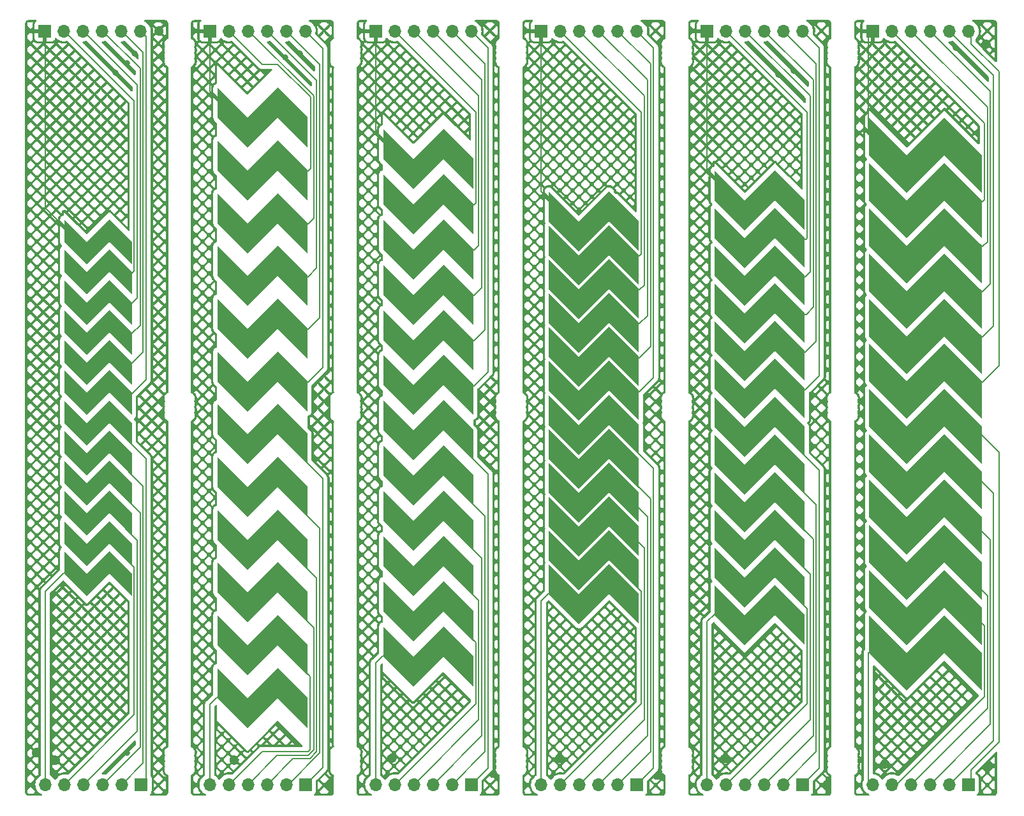
<source format=gbr>
%TF.GenerationSoftware,KiCad,Pcbnew,(6.0.5)*%
%TF.CreationDate,2022-08-12T20:52:04+02:00*%
%TF.ProjectId,clarinoid-devboard,636c6172-696e-46f6-9964-2d646576626f,rev?*%
%TF.SameCoordinates,Original*%
%TF.FileFunction,Copper,L2,Bot*%
%TF.FilePolarity,Positive*%
%FSLAX46Y46*%
G04 Gerber Fmt 4.6, Leading zero omitted, Abs format (unit mm)*
G04 Created by KiCad (PCBNEW (6.0.5)) date 2022-08-12 20:52:04*
%MOMM*%
%LPD*%
G01*
G04 APERTURE LIST*
G04 Aperture macros list*
%AMFreePoly0*
4,1,9,-3.889087,1.767767,1.767767,1.767767,1.767767,-3.889087,-1.060660,-6.717514,-1.060660,-1.060660,-6.717514,-1.060660,-6.717514,4.596194,-3.889087,7.424621,-3.889087,1.767767,-3.889087,1.767767,$1*%
%AMFreePoly1*
4,1,9,-3.535534,2.121320,2.121320,2.121320,2.121320,-3.535534,-0.707107,-6.363961,-0.707107,-0.707107,-6.363961,-0.707107,-6.363961,4.949747,-3.535534,7.778175,-3.535534,2.121320,-3.535534,2.121320,$1*%
%AMFreePoly2*
4,1,9,-4.949747,2.121320,2.121320,2.121320,2.121320,-4.949747,-1.414214,-8.485281,-1.414214,-1.414214,-8.485281,-1.414214,-8.485281,5.656854,-4.949747,9.192388,-4.949747,2.121320,-4.949747,2.121320,$1*%
%AMFreePoly3*
4,1,9,-2.828427,1.414214,1.414214,1.414214,1.414214,-2.828427,-0.707107,-4.949747,-0.707107,-0.707107,-4.949747,-0.707107,-4.949747,3.535534,-2.828427,5.656854,-2.828427,1.414214,-2.828427,1.414214,$1*%
G04 Aperture macros list end*
%TA.AperFunction,ComponentPad*%
%ADD10R,1.700000X1.700000*%
%TD*%
%TA.AperFunction,ComponentPad*%
%ADD11O,1.700000X1.700000*%
%TD*%
%TA.AperFunction,SMDPad,CuDef*%
%ADD12FreePoly0,225.000000*%
%TD*%
%TA.AperFunction,SMDPad,CuDef*%
%ADD13FreePoly1,225.000000*%
%TD*%
%TA.AperFunction,SMDPad,CuDef*%
%ADD14FreePoly2,225.000000*%
%TD*%
%TA.AperFunction,SMDPad,CuDef*%
%ADD15FreePoly3,225.000000*%
%TD*%
%TA.AperFunction,ViaPad*%
%ADD16C,0.800000*%
%TD*%
%TA.AperFunction,Conductor*%
%ADD17C,0.200000*%
%TD*%
G04 APERTURE END LIST*
D10*
%TO.P,J15,1,Pin_1*%
%TO.N,Net-(J15-Pad1)*%
X127839304Y-146600034D03*
D11*
%TO.P,J15,2,Pin_2*%
%TO.N,Net-(J15-Pad2)*%
X125299304Y-146600034D03*
%TO.P,J15,3,Pin_3*%
%TO.N,Net-(J15-Pad3)*%
X122759304Y-146600034D03*
%TO.P,J15,4,Pin_4*%
%TO.N,Net-(J15-Pad4)*%
X120219304Y-146600034D03*
%TO.P,J15,5,Pin_5*%
%TO.N,Net-(J15-Pad5)*%
X117679304Y-146600034D03*
%TO.P,J15,6,Pin_6*%
%TO.N,Net-(J15-Pad6)*%
X115139304Y-146600034D03*
%TD*%
D10*
%TO.P,J25,1,Pin_1*%
%TO.N,Net-(J25-Pad1)*%
X193839304Y-146600034D03*
D11*
%TO.P,J25,2,Pin_2*%
%TO.N,Net-(J25-Pad2)*%
X191299304Y-146600034D03*
%TO.P,J25,3,Pin_3*%
%TO.N,Net-(J25-Pad3)*%
X188759304Y-146600034D03*
%TO.P,J25,4,Pin_4*%
%TO.N,Net-(J25-Pad4)*%
X186219304Y-146600034D03*
%TO.P,J25,5,Pin_5*%
%TO.N,Net-(J25-Pad5)*%
X183679304Y-146600034D03*
%TO.P,J25,6,Pin_6*%
%TO.N,Net-(J25-Pad6)*%
X181139304Y-146600034D03*
%TD*%
D10*
%TO.P,J21,1,Pin_1*%
%TO.N,Net-(J21-Pad1)*%
X149839304Y-146600034D03*
D11*
%TO.P,J21,2,Pin_2*%
%TO.N,Net-(J21-Pad2)*%
X147299304Y-146600034D03*
%TO.P,J21,3,Pin_3*%
%TO.N,Net-(J21-Pad3)*%
X144759304Y-146600034D03*
%TO.P,J21,4,Pin_4*%
%TO.N,Net-(J21-Pad4)*%
X142219304Y-146600034D03*
%TO.P,J21,5,Pin_5*%
%TO.N,Net-(J21-Pad5)*%
X139679304Y-146600034D03*
%TO.P,J21,6,Pin_6*%
%TO.N,Net-(J21-Pad6)*%
X137139304Y-146600034D03*
%TD*%
D10*
%TO.P,J9,1,Pin_1*%
%TO.N,/captouch 3x3x1 GND*%
X71261804Y-46600034D03*
D11*
%TO.P,J9,2,Pin_2*%
%TO.N,Net-(J20-Pad2)*%
X73801804Y-46600034D03*
%TO.P,J9,3,Pin_3*%
%TO.N,Net-(J20-Pad3)*%
X76341804Y-46600034D03*
%TO.P,J9,4,Pin_4*%
%TO.N,Net-(J20-Pad4)*%
X78881804Y-46600034D03*
%TO.P,J9,5,Pin_5*%
%TO.N,Net-(J20-Pad5)*%
X81421804Y-46600034D03*
%TO.P,J9,6,Pin_6*%
%TO.N,Net-(J20-Pad6)*%
X83961804Y-46600034D03*
%TD*%
D10*
%TO.P,J19,1,Pin_1*%
%TO.N,/captouch4x4x.5 GND*%
X137139304Y-46600034D03*
D11*
%TO.P,J19,2,Pin_2*%
%TO.N,Net-(J19-Pad2)*%
X139679304Y-46600034D03*
%TO.P,J19,3,Pin_3*%
%TO.N,Net-(J19-Pad3)*%
X142219304Y-46600034D03*
%TO.P,J19,4,Pin_4*%
%TO.N,Net-(J19-Pad4)*%
X144759304Y-46600034D03*
%TO.P,J19,5,Pin_5*%
%TO.N,Net-(J19-Pad5)*%
X147299304Y-46600034D03*
%TO.P,J19,6,Pin_6*%
%TO.N,Net-(J19-Pad6)*%
X149839304Y-46600034D03*
%TD*%
D10*
%TO.P,J13,1,Pin_1*%
%TO.N,Net-(J13-Pad1)*%
X84061804Y-146600034D03*
D11*
%TO.P,J13,2,Pin_2*%
%TO.N,Net-(J13-Pad2)*%
X81521804Y-146600034D03*
%TO.P,J13,3,Pin_3*%
%TO.N,Net-(J13-Pad3)*%
X78981804Y-146600034D03*
%TO.P,J13,4,Pin_4*%
%TO.N,Net-(J13-Pad4)*%
X76441804Y-146600034D03*
%TO.P,J13,5,Pin_5*%
%TO.N,Net-(J13-Pad5)*%
X73901804Y-146600034D03*
%TO.P,J13,6,Pin_6*%
%TO.N,Net-(J13-Pad6)*%
X71361804Y-146600034D03*
%TD*%
D10*
%TO.P,J24,1,Pin_1*%
%TO.N,/captouch5x5x1 GND*%
X181139304Y-46600034D03*
D11*
%TO.P,J24,2,Pin_2*%
%TO.N,Net-(J24-Pad2)*%
X183679304Y-46600034D03*
%TO.P,J24,3,Pin_3*%
%TO.N,Net-(J24-Pad3)*%
X186219304Y-46600034D03*
%TO.P,J24,4,Pin_4*%
%TO.N,Net-(J24-Pad4)*%
X188759304Y-46600034D03*
%TO.P,J24,5,Pin_5*%
%TO.N,Net-(J24-Pad5)*%
X191299304Y-46600034D03*
%TO.P,J24,6,Pin_6*%
%TO.N,Net-(J24-Pad6)*%
X193839304Y-46600034D03*
%TD*%
D10*
%TO.P,J18,1,Pin_1*%
%TO.N,Net-(J18-Pad1)*%
X105839304Y-146600034D03*
D11*
%TO.P,J18,2,Pin_2*%
%TO.N,Net-(J18-Pad2)*%
X103299304Y-146600034D03*
%TO.P,J18,3,Pin_3*%
%TO.N,Net-(J18-Pad3)*%
X100759304Y-146600034D03*
%TO.P,J18,4,Pin_4*%
%TO.N,Net-(J18-Pad4)*%
X98219304Y-146600034D03*
%TO.P,J18,5,Pin_5*%
%TO.N,Net-(J18-Pad5)*%
X95679304Y-146600034D03*
%TO.P,J18,6,Pin_6*%
%TO.N,Net-(J18-Pad6)*%
X93139304Y-146600034D03*
%TD*%
D10*
%TO.P,J17,1,Pin_1*%
%TO.N,/captouch4x4x3 GND*%
X93139304Y-46600034D03*
D11*
%TO.P,J17,2,Pin_2*%
%TO.N,Net-(J17-Pad2)*%
X95679304Y-46600034D03*
%TO.P,J17,3,Pin_3*%
%TO.N,Net-(J17-Pad3)*%
X98219304Y-46600034D03*
%TO.P,J17,4,Pin_4*%
%TO.N,Net-(J17-Pad4)*%
X100759304Y-46600034D03*
%TO.P,J17,5,Pin_5*%
%TO.N,Net-(J17-Pad5)*%
X103299304Y-46600034D03*
%TO.P,J17,6,Pin_6*%
%TO.N,Net-(J17-Pad6)*%
X105839304Y-46600034D03*
%TD*%
D10*
%TO.P,J26,1,Pin_1*%
%TO.N,/captouch4x4x1 GND*%
X159139304Y-46600034D03*
D11*
%TO.P,J26,2,Pin_2*%
%TO.N,Net-(J26-Pad2)*%
X161679304Y-46600034D03*
%TO.P,J26,3,Pin_3*%
%TO.N,Net-(J26-Pad3)*%
X164219304Y-46600034D03*
%TO.P,J26,4,Pin_4*%
%TO.N,Net-(J26-Pad4)*%
X166759304Y-46600034D03*
%TO.P,J26,5,Pin_5*%
%TO.N,Net-(J26-Pad5)*%
X169299304Y-46600034D03*
%TO.P,J26,6,Pin_6*%
%TO.N,Net-(J26-Pad6)*%
X171839304Y-46600034D03*
%TD*%
D10*
%TO.P,J27,1,Pin_1*%
%TO.N,Net-(J27-Pad1)*%
X171839304Y-146600034D03*
D11*
%TO.P,J27,2,Pin_2*%
%TO.N,Net-(J27-Pad2)*%
X169299304Y-146600034D03*
%TO.P,J27,3,Pin_3*%
%TO.N,Net-(J27-Pad3)*%
X166759304Y-146600034D03*
%TO.P,J27,4,Pin_4*%
%TO.N,Net-(J27-Pad4)*%
X164219304Y-146600034D03*
%TO.P,J27,5,Pin_5*%
%TO.N,Net-(J27-Pad5)*%
X161679304Y-146600034D03*
%TO.P,J27,6,Pin_6*%
%TO.N,Net-(J27-Pad6)*%
X159139304Y-146600034D03*
%TD*%
D10*
%TO.P,J14,1,Pin_1*%
%TO.N,/captouch4x4x2 GND*%
X115139304Y-46600034D03*
D11*
%TO.P,J14,2,Pin_2*%
%TO.N,Net-(J14-Pad2)*%
X117679304Y-46600034D03*
%TO.P,J14,3,Pin_3*%
%TO.N,Net-(J14-Pad3)*%
X120219304Y-46600034D03*
%TO.P,J14,4,Pin_4*%
%TO.N,Net-(J14-Pad4)*%
X122759304Y-46600034D03*
%TO.P,J14,5,Pin_5*%
%TO.N,Net-(J14-Pad5)*%
X125299304Y-46600034D03*
%TO.P,J14,6,Pin_6*%
%TO.N,Net-(J14-Pad6)*%
X127839304Y-46600034D03*
%TD*%
D12*
%TO.P,J16,1,Pin_1*%
%TO.N,/captouch4x4x2 GND*%
X120139304Y-65100034D03*
%TO.P,J16,2,Pin_2*%
%TO.N,Net-(J14-Pad2)*%
X120139304Y-71100034D03*
%TO.P,J16,3,Pin_3*%
%TO.N,Net-(J14-Pad3)*%
X120139304Y-77100034D03*
%TO.P,J16,4,Pin_4*%
%TO.N,Net-(J14-Pad4)*%
X120139304Y-83100034D03*
%TO.P,J16,5,Pin_5*%
%TO.N,Net-(J14-Pad5)*%
X120139304Y-89100034D03*
%TO.P,J16,6,Pin_6*%
%TO.N,Net-(J14-Pad6)*%
X120139304Y-95100034D03*
%TO.P,J16,7,Pin_7*%
%TO.N,Net-(J15-Pad1)*%
X120139304Y-101100034D03*
%TO.P,J16,8,Pin_8*%
%TO.N,Net-(J15-Pad2)*%
X120139304Y-107100034D03*
%TO.P,J16,9,Pin_9*%
%TO.N,Net-(J15-Pad3)*%
X120139304Y-113100034D03*
%TO.P,J16,10,Pin_10*%
%TO.N,Net-(J15-Pad4)*%
X120139304Y-119100034D03*
%TO.P,J16,11,Pin_11*%
%TO.N,Net-(J15-Pad5)*%
X120139304Y-125100034D03*
%TO.P,J16,12,Pin_12*%
%TO.N,Net-(J15-Pad6)*%
X120139304Y-131100034D03*
%TD*%
D13*
%TO.P,J23,1,Pin_1*%
%TO.N,/captouch4x4x.5 GND*%
X142139304Y-72850034D03*
%TO.P,J23,2,Pin_2*%
%TO.N,Net-(J19-Pad2)*%
X142139304Y-77350034D03*
%TO.P,J23,3,Pin_3*%
%TO.N,Net-(J19-Pad3)*%
X142139304Y-81850034D03*
%TO.P,J23,4,Pin_4*%
%TO.N,Net-(J19-Pad4)*%
X142139304Y-86350034D03*
%TO.P,J23,5,Pin_5*%
%TO.N,Net-(J19-Pad5)*%
X142139304Y-90850034D03*
%TO.P,J23,6,Pin_6*%
%TO.N,Net-(J19-Pad6)*%
X142139304Y-95350034D03*
%TO.P,J23,7,Pin_7*%
%TO.N,Net-(J21-Pad1)*%
X142139304Y-99850034D03*
%TO.P,J23,8,Pin_8*%
%TO.N,Net-(J21-Pad2)*%
X142139304Y-104350034D03*
%TO.P,J23,9,Pin_9*%
%TO.N,Net-(J21-Pad3)*%
X142139304Y-108850034D03*
%TO.P,J23,10,Pin_10*%
%TO.N,Net-(J21-Pad4)*%
X142139304Y-113350034D03*
%TO.P,J23,11,Pin_11*%
%TO.N,Net-(J21-Pad5)*%
X142139304Y-117850034D03*
%TO.P,J23,12,Pin_12*%
%TO.N,Net-(J21-Pad6)*%
X142139304Y-122350034D03*
%TD*%
D14*
%TO.P,J28,1,Pin_1*%
%TO.N,/captouch5x5x1 GND*%
X185639304Y-65100034D03*
%TO.P,J28,2,Pin_2*%
%TO.N,Net-(J24-Pad2)*%
X185639304Y-71100034D03*
%TO.P,J28,3,Pin_3*%
%TO.N,Net-(J24-Pad3)*%
X185639304Y-77100034D03*
%TO.P,J28,4,Pin_4*%
%TO.N,Net-(J24-Pad4)*%
X185639304Y-83100034D03*
%TO.P,J28,5,Pin_5*%
%TO.N,Net-(J24-Pad5)*%
X185639304Y-89100034D03*
%TO.P,J28,6,Pin_6*%
%TO.N,Net-(J24-Pad6)*%
X185639304Y-95100034D03*
%TO.P,J28,7,Pin_7*%
%TO.N,Net-(J25-Pad1)*%
X185639304Y-101100034D03*
%TO.P,J28,8,Pin_8*%
%TO.N,Net-(J25-Pad2)*%
X185639304Y-107100034D03*
%TO.P,J28,9,Pin_9*%
%TO.N,Net-(J25-Pad3)*%
X185639304Y-113100034D03*
%TO.P,J28,10,Pin_10*%
%TO.N,Net-(J25-Pad4)*%
X185639304Y-119100034D03*
%TO.P,J28,11,Pin_11*%
%TO.N,Net-(J25-Pad5)*%
X185639304Y-125100034D03*
%TO.P,J28,12,Pin_12*%
%TO.N,Net-(J25-Pad6)*%
X185639304Y-131100034D03*
%TD*%
D15*
%TO.P,J20,1,Pin_1*%
%TO.N,/captouch 3x3x1 GND*%
X76811804Y-75600034D03*
%TO.P,J20,2,Pin_2*%
%TO.N,Net-(J20-Pad2)*%
X76811804Y-79600034D03*
%TO.P,J20,3,Pin_3*%
%TO.N,Net-(J20-Pad3)*%
X76811804Y-83600034D03*
%TO.P,J20,4,Pin_4*%
%TO.N,Net-(J20-Pad4)*%
X76811804Y-87600034D03*
%TO.P,J20,5,Pin_5*%
%TO.N,Net-(J20-Pad5)*%
X76811804Y-91600034D03*
%TO.P,J20,6,Pin_6*%
%TO.N,Net-(J20-Pad6)*%
X76811804Y-95600034D03*
%TO.P,J20,7,Pin_7*%
%TO.N,Net-(J13-Pad1)*%
X76811804Y-99600034D03*
%TO.P,J20,8,Pin_8*%
%TO.N,Net-(J13-Pad2)*%
X76811804Y-103600034D03*
%TO.P,J20,9,Pin_9*%
%TO.N,Net-(J13-Pad3)*%
X76811804Y-107600034D03*
%TO.P,J20,10,Pin_10*%
%TO.N,Net-(J13-Pad4)*%
X76811804Y-111600034D03*
%TO.P,J20,11,Pin_11*%
%TO.N,Net-(J13-Pad5)*%
X76811804Y-115600034D03*
%TO.P,J20,12,Pin_12*%
%TO.N,Net-(J13-Pad6)*%
X76811804Y-119600034D03*
%TD*%
D12*
%TO.P,J22,1,Pin_1*%
%TO.N,/captouch4x4x3 GND*%
X98139304Y-59600034D03*
%TO.P,J22,2,Pin_2*%
%TO.N,Net-(J17-Pad2)*%
X98139304Y-66600034D03*
%TO.P,J22,3,Pin_3*%
%TO.N,Net-(J17-Pad3)*%
X98139304Y-73600034D03*
%TO.P,J22,4,Pin_4*%
%TO.N,Net-(J17-Pad4)*%
X98139304Y-80600034D03*
%TO.P,J22,5,Pin_5*%
%TO.N,Net-(J17-Pad5)*%
X98139304Y-87600034D03*
%TO.P,J22,6,Pin_6*%
%TO.N,Net-(J17-Pad6)*%
X98139304Y-94600034D03*
%TO.P,J22,7,Pin_7*%
%TO.N,Net-(J18-Pad1)*%
X98139304Y-101600034D03*
%TO.P,J22,8,Pin_8*%
%TO.N,Net-(J18-Pad2)*%
X98139304Y-108600034D03*
%TO.P,J22,9,Pin_9*%
%TO.N,Net-(J18-Pad3)*%
X98139304Y-115600034D03*
%TO.P,J22,10,Pin_10*%
%TO.N,Net-(J18-Pad4)*%
X98139304Y-122600034D03*
%TO.P,J22,11,Pin_11*%
%TO.N,Net-(J18-Pad5)*%
X98139304Y-129600034D03*
%TO.P,J22,12,Pin_12*%
%TO.N,Net-(J18-Pad6)*%
X98139304Y-136600034D03*
%TD*%
D13*
%TO.P,J29,1,Pin_1*%
%TO.N,/captouch4x4x1 GND*%
X164139304Y-70100034D03*
%TO.P,J29,2,Pin_2*%
%TO.N,Net-(J26-Pad2)*%
X164139304Y-75100034D03*
%TO.P,J29,3,Pin_3*%
%TO.N,Net-(J26-Pad3)*%
X164139304Y-80100034D03*
%TO.P,J29,4,Pin_4*%
%TO.N,Net-(J26-Pad4)*%
X164139304Y-85100034D03*
%TO.P,J29,5,Pin_5*%
%TO.N,Net-(J26-Pad5)*%
X164139304Y-90100034D03*
%TO.P,J29,6,Pin_6*%
%TO.N,Net-(J26-Pad6)*%
X164139304Y-95100034D03*
%TO.P,J29,7,Pin_7*%
%TO.N,Net-(J27-Pad1)*%
X164139304Y-100100034D03*
%TO.P,J29,8,Pin_8*%
%TO.N,Net-(J27-Pad2)*%
X164139304Y-105100034D03*
%TO.P,J29,9,Pin_9*%
%TO.N,Net-(J27-Pad3)*%
X164139304Y-110100034D03*
%TO.P,J29,10,Pin_10*%
%TO.N,Net-(J27-Pad4)*%
X164139304Y-115100034D03*
%TO.P,J29,11,Pin_11*%
%TO.N,Net-(J27-Pad5)*%
X164139304Y-120100034D03*
%TO.P,J29,12,Pin_12*%
%TO.N,Net-(J27-Pad6)*%
X164139304Y-125100034D03*
%TD*%
D16*
%TO.N,/captouch 3x3x1 GND*%
X80639304Y-52100034D03*
X72639304Y-143350034D03*
X83139304Y-49600034D03*
X82139304Y-50850034D03*
X86389304Y-46600034D03*
X82139304Y-142350034D03*
X70139304Y-142350034D03*
%TO.N,/captouch4x4x2 GND*%
X117311804Y-143100034D03*
X130811804Y-145100034D03*
%TO.N,/captouch4x4x3 GND*%
X103139304Y-50100034D03*
X109061804Y-146600034D03*
X105139304Y-49600034D03*
X96389304Y-143350034D03*
%TO.N,/captouch4x4x.5 GND*%
X152561804Y-145350034D03*
X139561804Y-143100034D03*
%TO.N,/captouch5x5x1 GND*%
X192139304Y-48850034D03*
X182731804Y-143850034D03*
X196139304Y-48350034D03*
X196231804Y-144100034D03*
%TO.N,/captouch4x4x1 GND*%
X170639304Y-51850034D03*
X168639304Y-52350034D03*
X161561804Y-143100034D03*
X175061804Y-146600034D03*
%TD*%
D17*
%TO.N,Net-(J13-Pad1)*%
X84711804Y-103358584D02*
X84711804Y-145900034D01*
X79853234Y-98500014D02*
X84711804Y-103358584D01*
%TO.N,Net-(J13-Pad2)*%
X79853234Y-102500014D02*
X84311804Y-106958584D01*
X84311804Y-106958584D02*
X84311804Y-143760034D01*
X84311804Y-143760034D02*
X81471804Y-146600034D01*
%TO.N,Net-(J13-Pad3)*%
X83911804Y-141620034D02*
X78931804Y-146600034D01*
X79853234Y-106500014D02*
X83911804Y-110558584D01*
X83911804Y-110558584D02*
X83911804Y-141620034D01*
%TO.N,Net-(J13-Pad4)*%
X83511804Y-114158584D02*
X83511804Y-139480034D01*
X79853234Y-110500014D02*
X83511804Y-114158584D01*
X83511804Y-139480034D02*
X76391804Y-146600034D01*
%TO.N,/captouch 3x3x1 GND*%
X76811804Y-75600034D02*
X71311804Y-70100034D01*
X71311804Y-70100034D02*
X71311804Y-46600034D01*
%TO.N,Net-(J20-Pad2)*%
X82570334Y-78500014D02*
X82770374Y-78700054D01*
X83111324Y-55859554D02*
X73851804Y-46600034D01*
X83111324Y-78441964D02*
X83111324Y-55859554D01*
X82770374Y-78700054D02*
X82853234Y-78700054D01*
X82853234Y-78700054D02*
X83111324Y-78441964D01*
%TO.N,Net-(J20-Pad3)*%
X83511804Y-53720034D02*
X76391804Y-46600034D01*
X83511804Y-82041484D02*
X83511804Y-53720034D01*
X81969875Y-81899555D02*
X82770374Y-82700054D01*
X82770374Y-82700054D02*
X82853234Y-82700054D01*
X82853234Y-82700054D02*
X83511804Y-82041484D01*
%TO.N,Net-(J20-Pad4)*%
X82570334Y-86500014D02*
X82770374Y-86700054D01*
X83911804Y-85641484D02*
X83911804Y-51580034D01*
X83911804Y-51580034D02*
X78931804Y-46600034D01*
X82770374Y-86700054D02*
X82853234Y-86700054D01*
X82853234Y-86700054D02*
X83911804Y-85641484D01*
%TO.N,Net-(J20-Pad5)*%
X82853234Y-90700054D02*
X84311804Y-89241484D01*
X84311804Y-49440034D02*
X81471804Y-46600034D01*
X84311804Y-89241484D02*
X84311804Y-49440034D01*
X82770374Y-90700054D02*
X82853234Y-90700054D01*
X82570334Y-90500014D02*
X82770374Y-90700054D01*
%TO.N,Net-(J20-Pad6)*%
X84711804Y-47300034D02*
X84011804Y-46600034D01*
X82853234Y-94700054D02*
X84711804Y-92841484D01*
X82770374Y-94700054D02*
X82853234Y-94700054D01*
X82570334Y-94500014D02*
X82770374Y-94700054D01*
X84711804Y-92841484D02*
X84711804Y-47300034D01*
%TO.N,Net-(J13-Pad5)*%
X79252775Y-113899555D02*
X83111324Y-117758104D01*
X83111324Y-117758104D02*
X83111324Y-137340514D01*
X83111324Y-137340514D02*
X73851804Y-146600034D01*
%TO.N,Net-(J13-Pad6)*%
X71311804Y-120958584D02*
X71311804Y-146600034D01*
X75711784Y-118500014D02*
X73770374Y-118500014D01*
X73770374Y-118500014D02*
X71311804Y-120958584D01*
%TO.N,/captouch4x4x2 GND*%
X115139304Y-60100034D02*
X115139304Y-46600034D01*
X120139304Y-65100034D02*
X115139304Y-60100034D01*
%TO.N,Net-(J14-Pad2)*%
X128438824Y-57359554D02*
X117679304Y-46600034D01*
X128097874Y-69700054D02*
X128180734Y-69700054D01*
X127897834Y-69500014D02*
X128097874Y-69700054D01*
X128180734Y-69700054D02*
X128438824Y-69441964D01*
X128438824Y-69441964D02*
X128438824Y-57359554D01*
%TO.N,Net-(J14-Pad3)*%
X127897834Y-75500014D02*
X128097874Y-75700054D01*
X128839304Y-55220034D02*
X120219304Y-46600034D01*
X128839304Y-75041484D02*
X128839304Y-55220034D01*
X128180734Y-75700054D02*
X128839304Y-75041484D01*
X128097874Y-75700054D02*
X128180734Y-75700054D01*
%TO.N,Net-(J14-Pad4)*%
X129239304Y-53080034D02*
X122759304Y-46600034D01*
X129239304Y-80641484D02*
X129239304Y-53080034D01*
X128180734Y-81700054D02*
X129239304Y-80641484D01*
X124439324Y-81700054D02*
X128180734Y-81700054D01*
%TO.N,Net-(J14-Pad5)*%
X128097874Y-87700054D02*
X128180734Y-87700054D01*
X128180734Y-87700054D02*
X129639304Y-86241484D01*
X127897834Y-87500014D02*
X128097874Y-87700054D01*
X129639304Y-86241484D02*
X129639304Y-50940034D01*
X129639304Y-50940034D02*
X125299304Y-46600034D01*
%TO.N,Net-(J14-Pad6)*%
X130039304Y-91841484D02*
X130039304Y-48800034D01*
X128180734Y-93700054D02*
X130039304Y-91841484D01*
X127047854Y-92650034D02*
X128097874Y-93700054D01*
X128097874Y-93700054D02*
X128180734Y-93700054D01*
X130039304Y-48800034D02*
X127839304Y-46600034D01*
%TO.N,Net-(J15-Pad1)*%
X124180734Y-99500014D02*
X130039304Y-105358584D01*
X130039304Y-144400034D02*
X127839304Y-146600034D01*
X130039304Y-105358584D02*
X130039304Y-144400034D01*
%TO.N,Net-(J15-Pad2)*%
X124180734Y-105500014D02*
X129639304Y-110958584D01*
X129639304Y-142260034D02*
X125299304Y-146600034D01*
X129639304Y-110958584D02*
X129639304Y-142260034D01*
%TO.N,Net-(J15-Pad3)*%
X129239304Y-116558584D02*
X129239304Y-140120034D01*
X129239304Y-140120034D02*
X122759304Y-146600034D01*
X124180734Y-111500014D02*
X129239304Y-116558584D01*
%TO.N,Net-(J15-Pad4)*%
X128839304Y-137980034D02*
X120219304Y-146600034D01*
X128839304Y-122158584D02*
X128839304Y-137980034D01*
X124180734Y-117500014D02*
X128839304Y-122158584D01*
%TO.N,Net-(J15-Pad5)*%
X128438824Y-127758104D02*
X128438824Y-135840514D01*
X128438824Y-135840514D02*
X117679304Y-146600034D01*
X124180734Y-123500014D02*
X128438824Y-127758104D01*
%TO.N,Net-(J15-Pad6)*%
X115139304Y-130458584D02*
X115139304Y-146600034D01*
X118539284Y-129500014D02*
X116097874Y-129500014D01*
X116097874Y-129500014D02*
X115139304Y-130458584D01*
%TO.N,Net-(J18-Pad1)*%
X108139304Y-105958584D02*
X108139304Y-144300034D01*
X102130754Y-99950034D02*
X108139304Y-105958584D01*
X108139304Y-144300034D02*
X105839304Y-146600034D01*
%TO.N,Net-(J18-Pad2)*%
X107739304Y-112558584D02*
X107739304Y-142401012D01*
X107739304Y-142401012D02*
X103540282Y-146600034D01*
X102180734Y-107000014D02*
X107739304Y-112558584D01*
%TO.N,Net-(J18-Pad3)*%
X107339304Y-142236018D02*
X106425288Y-143150034D01*
X102180734Y-114000014D02*
X107339304Y-119158584D01*
X107339304Y-119158584D02*
X107339304Y-142236018D01*
X106425288Y-143150034D02*
X104209304Y-143150034D01*
X104209304Y-143150034D02*
X100759304Y-146600034D01*
%TO.N,Net-(J18-Pad4)*%
X102069304Y-142750034D02*
X98219304Y-146600034D01*
X106939304Y-142006478D02*
X106195748Y-142750034D01*
X106939304Y-125758584D02*
X106939304Y-142006478D01*
X102180734Y-121000014D02*
X106939304Y-125758584D01*
X106195748Y-142750034D02*
X102069304Y-142750034D01*
%TO.N,Net-(J18-Pad5)*%
X106438824Y-132258104D02*
X106438824Y-141941964D01*
X100079284Y-142200054D02*
X95679304Y-146600034D01*
X102180734Y-128000014D02*
X106438824Y-132258104D01*
X106438824Y-141941964D02*
X106180734Y-142200054D01*
X106180734Y-142200054D02*
X100079284Y-142200054D01*
%TO.N,Net-(J18-Pad6)*%
X96539284Y-135000014D02*
X94097874Y-135000014D01*
X94097874Y-135000014D02*
X93139304Y-135958584D01*
X93139304Y-135958584D02*
X93139304Y-146600034D01*
%TO.N,/captouch4x4x3 GND*%
X93139304Y-54600034D02*
X93139304Y-46600034D01*
X98139304Y-59600034D02*
X93139304Y-54600034D01*
%TO.N,Net-(J19-Pad2)*%
X150438824Y-76191964D02*
X150438824Y-57359554D01*
X150097874Y-76450054D02*
X150180734Y-76450054D01*
X150180734Y-76450054D02*
X150438824Y-76191964D01*
X149797374Y-76149554D02*
X150097874Y-76450054D01*
X150438824Y-57359554D02*
X139679304Y-46600034D01*
%TO.N,Net-(J19-Pad3)*%
X150839304Y-55220034D02*
X142219304Y-46600034D01*
X150839304Y-80291484D02*
X150839304Y-55220034D01*
X150097874Y-80950054D02*
X150180734Y-80950054D01*
X150180734Y-80950054D02*
X150839304Y-80291484D01*
X149897834Y-80750014D02*
X150097874Y-80950054D01*
%TO.N,Net-(J19-Pad4)*%
X150097874Y-85450054D02*
X150180734Y-85450054D01*
X151239304Y-53080034D02*
X144759304Y-46600034D01*
X149897834Y-85250014D02*
X150097874Y-85450054D01*
X151239304Y-84391484D02*
X151239304Y-53080034D01*
X150180734Y-85450054D02*
X151239304Y-84391484D01*
%TO.N,Net-(J19-Pad5)*%
X150180734Y-89950054D02*
X151639304Y-88491484D01*
X150097874Y-89950054D02*
X150180734Y-89950054D01*
X151639304Y-88491484D02*
X151639304Y-50940034D01*
X151639304Y-50940034D02*
X147299304Y-46600034D01*
X149897834Y-89750014D02*
X150097874Y-89950054D01*
%TO.N,Net-(J19-Pad6)*%
X152039304Y-92591484D02*
X152039304Y-48800034D01*
X150180734Y-94450054D02*
X152039304Y-92591484D01*
X152039304Y-48800034D02*
X149839304Y-46600034D01*
X146380774Y-94450054D02*
X150180734Y-94450054D01*
%TO.N,Net-(J21-Pad1)*%
X152039304Y-144400034D02*
X149839304Y-146600034D01*
X146180734Y-98750014D02*
X152039304Y-104608584D01*
X152039304Y-104608584D02*
X152039304Y-144400034D01*
%TO.N,Net-(J21-Pad2)*%
X151639304Y-108708584D02*
X151639304Y-142260034D01*
X151639304Y-142260034D02*
X147299304Y-146600034D01*
X146180734Y-103250014D02*
X151639304Y-108708584D01*
%TO.N,Net-(J21-Pad3)*%
X151239304Y-140120034D02*
X144759304Y-146600034D01*
X146439304Y-106250034D02*
X151239304Y-111050034D01*
X151239304Y-111050034D02*
X151239304Y-140120034D01*
%TO.N,Net-(J21-Pad4)*%
X150839304Y-137980034D02*
X142219304Y-146600034D01*
X146439304Y-110850034D02*
X150839304Y-115250034D01*
X150839304Y-115250034D02*
X150839304Y-137980034D01*
%TO.N,Net-(J21-Pad5)*%
X146180734Y-116750014D02*
X150438824Y-121008104D01*
X150438824Y-135840514D02*
X139679304Y-146600034D01*
X150438824Y-121008104D02*
X150438824Y-135840514D01*
%TO.N,Net-(J21-Pad6)*%
X138097874Y-121250014D02*
X137139304Y-122208584D01*
X141039284Y-121250014D02*
X138097874Y-121250014D01*
X137139304Y-122208584D02*
X137139304Y-146600034D01*
%TO.N,Net-(J17-Pad2)*%
X102180733Y-51000014D02*
X100079284Y-51000014D01*
X106539304Y-64841484D02*
X106539304Y-55358585D01*
X106180734Y-65200054D02*
X106539304Y-64841484D01*
X100079284Y-51000014D02*
X95679304Y-46600034D01*
X102380774Y-65200054D02*
X106180734Y-65200054D01*
X106539304Y-55358585D02*
X102180733Y-51000014D01*
%TO.N,Net-(J24-Pad2)*%
X195938824Y-68941964D02*
X195938824Y-58859554D01*
X195938824Y-58859554D02*
X183679304Y-46600034D01*
X195680734Y-69200054D02*
X195938824Y-68941964D01*
X195397836Y-69000014D02*
X195597876Y-69200054D01*
X195597876Y-69200054D02*
X195680734Y-69200054D01*
%TO.N,Net-(J24-Pad3)*%
X194797376Y-74399554D02*
X195597876Y-75200054D01*
X195680734Y-75200054D02*
X196339304Y-74541484D01*
X196339304Y-56720034D02*
X186219304Y-46600034D01*
X196339304Y-74541484D02*
X196339304Y-56720034D01*
X195597876Y-75200054D02*
X195680734Y-75200054D01*
%TO.N,Net-(J24-Pad4)*%
X196739304Y-80141484D02*
X196739304Y-54580034D01*
X196739304Y-54580034D02*
X188759304Y-46600034D01*
X195680734Y-81200054D02*
X196739304Y-80141484D01*
X195597876Y-81200054D02*
X195680734Y-81200054D01*
X194797376Y-80399554D02*
X195597876Y-81200054D01*
%TO.N,Net-(J24-Pad5)*%
X195680734Y-87200054D02*
X197139304Y-85741484D01*
X195597876Y-87200054D02*
X195680734Y-87200054D01*
X197139304Y-85741484D02*
X197139304Y-52440034D01*
X197139304Y-52440034D02*
X191299304Y-46600034D01*
X194797376Y-86399554D02*
X195597876Y-87200054D01*
%TO.N,Net-(J24-Pad6)*%
X197881804Y-52000034D02*
X194181804Y-48300034D01*
X195680734Y-93200054D02*
X197881804Y-90998984D01*
X197881804Y-90998984D02*
X197881804Y-52000034D01*
X194181804Y-48300034D02*
X194181804Y-46600034D01*
X195597876Y-93200054D02*
X195680734Y-93200054D01*
X195397836Y-93000014D02*
X195597876Y-93200054D01*
%TO.N,Net-(J25-Pad1)*%
X191681804Y-96350034D02*
X197881804Y-102550034D01*
X194181804Y-144650034D02*
X194181804Y-146600034D01*
X197881804Y-102550034D02*
X197881804Y-140950034D01*
X197881804Y-140950034D02*
X194181804Y-144650034D01*
%TO.N,Net-(J25-Pad2)*%
X197139304Y-107950034D02*
X197139304Y-140760034D01*
X191539304Y-102350034D02*
X197139304Y-107950034D01*
X197139304Y-140760034D02*
X191299304Y-146600034D01*
%TO.N,Net-(J25-Pad3)*%
X196739304Y-114150034D02*
X196739304Y-138620034D01*
X191339304Y-108750034D02*
X196739304Y-114150034D01*
X196739304Y-138620034D02*
X188759304Y-146600034D01*
%TO.N,Net-(J25-Pad4)*%
X196339304Y-121550034D02*
X196339304Y-136480034D01*
X196339304Y-136480034D02*
X186219304Y-146600034D01*
X190339304Y-115550034D02*
X196339304Y-121550034D01*
%TO.N,Net-(J25-Pad5)*%
X195938824Y-134941965D02*
X184280755Y-146600034D01*
X195938824Y-125549554D02*
X195938824Y-134941965D01*
X191339304Y-120950034D02*
X195938824Y-125549554D01*
%TO.N,Net-(J25-Pad6)*%
X183539284Y-129000014D02*
X180597875Y-129000014D01*
X180539285Y-146000015D02*
X181139304Y-146600034D01*
X180597875Y-129000014D02*
X180539285Y-129058604D01*
X180539285Y-129058604D02*
X180539285Y-146000015D01*
%TO.N,Net-(J17-Pad3)*%
X106939304Y-71441484D02*
X106939304Y-55193591D01*
X106180734Y-72200054D02*
X106939304Y-71441484D01*
X105140284Y-72200054D02*
X106180734Y-72200054D01*
X106939304Y-55193591D02*
X98345747Y-46600034D01*
%TO.N,Net-(J26-Pad2)*%
X172438824Y-74050514D02*
X172438824Y-57359554D01*
X172438824Y-57359554D02*
X161679304Y-46600034D01*
X171897834Y-74000014D02*
X172097874Y-74200054D01*
X172289284Y-74200054D02*
X172438824Y-74050514D01*
X172097874Y-74200054D02*
X172289284Y-74200054D01*
%TO.N,Net-(J26-Pad3)*%
X172097874Y-79200054D02*
X172180734Y-79200054D01*
X171297374Y-78399554D02*
X172097874Y-79200054D01*
X172180734Y-79200054D02*
X172839304Y-78541484D01*
X172839304Y-55220034D02*
X164219304Y-46600034D01*
X172839304Y-78541484D02*
X172839304Y-55220034D01*
%TO.N,Net-(J26-Pad4)*%
X172289284Y-84200054D02*
X173239304Y-83250034D01*
X172097874Y-84200054D02*
X172289284Y-84200054D01*
X171897834Y-84000014D02*
X172097874Y-84200054D01*
X173239304Y-83250034D02*
X173239304Y-53080034D01*
X173239304Y-53080034D02*
X166759304Y-46600034D01*
%TO.N,Net-(J26-Pad5)*%
X172097874Y-89200054D02*
X172180734Y-89200054D01*
X172180734Y-89200054D02*
X173639304Y-87741484D01*
X171297374Y-88399554D02*
X172097874Y-89200054D01*
X173639304Y-87741484D02*
X173639304Y-50940034D01*
X173639304Y-50940034D02*
X169299304Y-46600034D01*
%TO.N,Net-(J26-Pad6)*%
X174039304Y-48800034D02*
X171839304Y-46600034D01*
X172180734Y-94200054D02*
X174039304Y-92341484D01*
X174039304Y-92341484D02*
X174039304Y-48800034D01*
X172097874Y-94200054D02*
X172180734Y-94200054D01*
X171297374Y-93399554D02*
X172097874Y-94200054D01*
%TO.N,Net-(J27-Pad1)*%
X174039304Y-144400034D02*
X171839304Y-146600034D01*
X168180734Y-99000014D02*
X174039304Y-104858584D01*
X174039304Y-104858584D02*
X174039304Y-144400034D01*
%TO.N,Net-(J27-Pad2)*%
X167830754Y-103650034D02*
X173639304Y-109458584D01*
X173639304Y-109458584D02*
X173639304Y-142260034D01*
X173639304Y-142260034D02*
X169299304Y-146600034D01*
%TO.N,Net-(J27-Pad3)*%
X168180734Y-109000014D02*
X173239304Y-114058584D01*
X173239304Y-114058584D02*
X173239304Y-140120034D01*
X173239304Y-140120034D02*
X166759304Y-146600034D01*
%TO.N,Net-(J27-Pad4)*%
X172839304Y-137980034D02*
X164219304Y-146600034D01*
X172839304Y-118658584D02*
X172839304Y-137980034D01*
X168180734Y-114000014D02*
X172839304Y-118658584D01*
%TO.N,Net-(J27-Pad5)*%
X172438824Y-135840514D02*
X161679304Y-146600034D01*
X172438824Y-123258104D02*
X172438824Y-135840514D01*
X168180734Y-119000014D02*
X172438824Y-123258104D01*
%TO.N,Net-(J27-Pad6)*%
X160097874Y-124000014D02*
X159139304Y-124958584D01*
X163039284Y-124000014D02*
X160097874Y-124000014D01*
X159139304Y-124958584D02*
X159139304Y-146600034D01*
%TO.N,Net-(J17-Pad4)*%
X107339304Y-53180034D02*
X100759304Y-46600034D01*
X105897834Y-79000014D02*
X106097874Y-79200054D01*
X106097874Y-79200054D02*
X106180734Y-79200054D01*
X106180734Y-79200054D02*
X107339304Y-78041484D01*
X107339304Y-78041484D02*
X107339304Y-53180034D01*
%TO.N,Net-(J17-Pad5)*%
X107739304Y-84641484D02*
X107739304Y-51040034D01*
X106097874Y-86200054D02*
X106180734Y-86200054D01*
X106180734Y-86200054D02*
X107739304Y-84641484D01*
X107739304Y-51040034D02*
X103299304Y-46600034D01*
X105897834Y-86000014D02*
X106097874Y-86200054D01*
%TO.N,Net-(J17-Pad6)*%
X108139304Y-48900034D02*
X105839304Y-46600034D01*
X108139304Y-91241484D02*
X108139304Y-48900034D01*
X105897834Y-93000014D02*
X106097874Y-93200054D01*
X106097874Y-93200054D02*
X106180734Y-93200054D01*
X106180734Y-93200054D02*
X108139304Y-91241484D01*
%TO.N,/captouch4x4x.5 GND*%
X137139304Y-67850034D02*
X137139304Y-46600034D01*
X142139304Y-72850034D02*
X137139304Y-67850034D01*
%TO.N,/captouch5x5x1 GND*%
X180539284Y-60000014D02*
X180539284Y-47200054D01*
X185639304Y-65100034D02*
X180539284Y-60000014D01*
%TO.N,/captouch4x4x1 GND*%
X159139304Y-65100034D02*
X159139304Y-46600034D01*
X164139304Y-70100034D02*
X159139304Y-65100034D01*
%TD*%
%TA.AperFunction,Conductor*%
%TO.N,/captouch4x4x.5 GND*%
G36*
X135988032Y-45128537D02*
G01*
X136034525Y-45182193D01*
X136044629Y-45252467D01*
X136015135Y-45317047D01*
X135995475Y-45335362D01*
X135933579Y-45381750D01*
X135921019Y-45394310D01*
X135844518Y-45496385D01*
X135835980Y-45511980D01*
X135790826Y-45632428D01*
X135787199Y-45647683D01*
X135781673Y-45698548D01*
X135781304Y-45705362D01*
X135781304Y-46327919D01*
X135785779Y-46343158D01*
X135787169Y-46344363D01*
X135794852Y-46346034D01*
X137267304Y-46346034D01*
X137335425Y-46366036D01*
X137381918Y-46419692D01*
X137393304Y-46472034D01*
X137393304Y-47939918D01*
X137397779Y-47955157D01*
X137399169Y-47956362D01*
X137406852Y-47958033D01*
X138033973Y-47958033D01*
X138040794Y-47957663D01*
X138091656Y-47952139D01*
X138106908Y-47948513D01*
X138227358Y-47903358D01*
X138242953Y-47894820D01*
X138345028Y-47818319D01*
X138357589Y-47805758D01*
X138434090Y-47703683D01*
X138442628Y-47688088D01*
X138483529Y-47578986D01*
X138526171Y-47522222D01*
X138592732Y-47497522D01*
X138662081Y-47512730D01*
X138696748Y-47540718D01*
X138722169Y-47570065D01*
X138722173Y-47570069D01*
X138725554Y-47573972D01*
X138833167Y-47663314D01*
X138891055Y-47711373D01*
X138897430Y-47716666D01*
X139090304Y-47829372D01*
X139095129Y-47831214D01*
X139095130Y-47831215D01*
X139167916Y-47859009D01*
X139298996Y-47909064D01*
X139304064Y-47910095D01*
X139304067Y-47910096D01*
X139411307Y-47931914D01*
X139517901Y-47953601D01*
X139523076Y-47953791D01*
X139523078Y-47953791D01*
X139735977Y-47961598D01*
X139735981Y-47961598D01*
X139741141Y-47961787D01*
X139746261Y-47961131D01*
X139746263Y-47961131D01*
X139816455Y-47952139D01*
X139962720Y-47933402D01*
X139967674Y-47931916D01*
X139967682Y-47931914D01*
X140036327Y-47911319D01*
X140107322Y-47910901D01*
X140161630Y-47942909D01*
X149793419Y-57574698D01*
X149827445Y-57637010D01*
X149830324Y-57663793D01*
X149830324Y-70511056D01*
X149810322Y-70579177D01*
X149756666Y-70625670D01*
X149686392Y-70635774D01*
X149621812Y-70606280D01*
X149615229Y-70600151D01*
X148166948Y-69151870D01*
X148588382Y-69151870D01*
X149226192Y-69789680D01*
X149463805Y-69552067D01*
X149499777Y-69498230D01*
X149509942Y-69447128D01*
X149499777Y-69396026D01*
X149463805Y-69342189D01*
X149035874Y-68914259D01*
X148982033Y-68878283D01*
X148930933Y-68868119D01*
X148879834Y-68878283D01*
X148825993Y-68914259D01*
X148588382Y-69151870D01*
X148166948Y-69151870D01*
X147318419Y-68303341D01*
X147739853Y-68303341D01*
X148377664Y-68941152D01*
X148615273Y-68703543D01*
X148651250Y-68649699D01*
X148661414Y-68598600D01*
X149200453Y-68598600D01*
X149210617Y-68649699D01*
X149246594Y-68703543D01*
X149532324Y-68989272D01*
X149532324Y-68207926D01*
X149246592Y-68493658D01*
X149210618Y-68547498D01*
X149200453Y-68598600D01*
X148661414Y-68598600D01*
X148651249Y-68547498D01*
X148615275Y-68493658D01*
X148187347Y-68065730D01*
X148133507Y-68029756D01*
X148082405Y-68019591D01*
X148031306Y-68029755D01*
X147977462Y-68065732D01*
X147739853Y-68303341D01*
X147318419Y-68303341D01*
X147194625Y-68179547D01*
X147180681Y-68171933D01*
X147178848Y-68172064D01*
X147172233Y-68176315D01*
X147158004Y-68190544D01*
X147095692Y-68224570D01*
X147024877Y-68219505D01*
X146979814Y-68190544D01*
X146798794Y-68009524D01*
X146764768Y-67947212D01*
X146769833Y-67876397D01*
X146798794Y-67831334D01*
X146809791Y-67820337D01*
X146817405Y-67806393D01*
X146817274Y-67804560D01*
X146813023Y-67797945D01*
X146503810Y-67488732D01*
X146500503Y-67485653D01*
X146464912Y-67454813D01*
X146891325Y-67454813D01*
X147033320Y-67596808D01*
X147042336Y-67606845D01*
X147048506Y-67614502D01*
X147056392Y-67625438D01*
X147085353Y-67670501D01*
X147088844Y-67676267D01*
X147091281Y-67680546D01*
X147103303Y-67709564D01*
X147108052Y-67726873D01*
X147112221Y-67751222D01*
X147117286Y-67822037D01*
X147117587Y-67833284D01*
X147117440Y-67841484D01*
X147111703Y-67876876D01*
X147110841Y-67879629D01*
X147125510Y-67877117D01*
X147196325Y-67872052D01*
X147207572Y-67871751D01*
X147215772Y-67871898D01*
X147251164Y-67877635D01*
X147268292Y-67882998D01*
X147291029Y-67892654D01*
X147353341Y-67926680D01*
X147368463Y-67936399D01*
X147378944Y-67944245D01*
X147392530Y-67956018D01*
X147529135Y-68092623D01*
X147766746Y-67855012D01*
X147802722Y-67801171D01*
X147812886Y-67750072D01*
X148351925Y-67750072D01*
X148362090Y-67801173D01*
X148398064Y-67855013D01*
X148825992Y-68282941D01*
X148879832Y-68318915D01*
X148930933Y-68329080D01*
X148982035Y-68318915D01*
X149035875Y-68282941D01*
X149463803Y-67855013D01*
X149499777Y-67801173D01*
X149509942Y-67750072D01*
X149499777Y-67698970D01*
X149463803Y-67645130D01*
X149035875Y-67217202D01*
X148982035Y-67181228D01*
X148930933Y-67171063D01*
X148879832Y-67181228D01*
X148825992Y-67217202D01*
X148398064Y-67645130D01*
X148362090Y-67698970D01*
X148351925Y-67750072D01*
X147812886Y-67750072D01*
X147802722Y-67698972D01*
X147766746Y-67645131D01*
X147338816Y-67217200D01*
X147284979Y-67181228D01*
X147233877Y-67171063D01*
X147182775Y-67181228D01*
X147128938Y-67217200D01*
X146891325Y-67454813D01*
X146464912Y-67454813D01*
X146451967Y-67443596D01*
X146440947Y-67435944D01*
X146326568Y-67373489D01*
X146309850Y-67367253D01*
X146184720Y-67340033D01*
X146166930Y-67338761D01*
X146039201Y-67347896D01*
X146021765Y-67351689D01*
X145901784Y-67396439D01*
X145886128Y-67404988D01*
X145780004Y-67484432D01*
X145773215Y-67490315D01*
X142228399Y-71035131D01*
X142166087Y-71069157D01*
X142095272Y-71064092D01*
X142050209Y-71035131D01*
X140773835Y-69758757D01*
X141195269Y-69758757D01*
X141831079Y-70394567D01*
X141863024Y-70346758D01*
X141873189Y-70295656D01*
X142412228Y-70295656D01*
X142422393Y-70346758D01*
X142451610Y-70390486D01*
X143086065Y-69756031D01*
X143042336Y-69726812D01*
X142991237Y-69716648D01*
X142940135Y-69726813D01*
X142886298Y-69762785D01*
X142458365Y-70190717D01*
X142422393Y-70244554D01*
X142412228Y-70295656D01*
X141873189Y-70295656D01*
X141863024Y-70244554D01*
X141827052Y-70190717D01*
X141399119Y-69762785D01*
X141345282Y-69726813D01*
X141294180Y-69716648D01*
X141243078Y-69726813D01*
X141195269Y-69758757D01*
X140773835Y-69758757D01*
X139925308Y-68910230D01*
X140346742Y-68910230D01*
X140982551Y-69546039D01*
X141014495Y-69498230D01*
X141024660Y-69447128D01*
X141563700Y-69447128D01*
X141573865Y-69498230D01*
X141609839Y-69552070D01*
X142037762Y-69979993D01*
X142091609Y-70015972D01*
X142142708Y-70026136D01*
X142193810Y-70015971D01*
X142247647Y-69979999D01*
X142675580Y-69552067D01*
X142711552Y-69498230D01*
X142721717Y-69447128D01*
X143260756Y-69447128D01*
X143270921Y-69498230D01*
X143300138Y-69541958D01*
X143934594Y-68907502D01*
X143890865Y-68878283D01*
X143839765Y-68868119D01*
X143788665Y-68878283D01*
X143734824Y-68914259D01*
X143306893Y-69342189D01*
X143270921Y-69396026D01*
X143260756Y-69447128D01*
X142721717Y-69447128D01*
X142711552Y-69396026D01*
X142675580Y-69342189D01*
X142247649Y-68914259D01*
X142193808Y-68878283D01*
X142142708Y-68868119D01*
X142091608Y-68878283D01*
X142037764Y-68914261D01*
X141609839Y-69342186D01*
X141573865Y-69396026D01*
X141563700Y-69447128D01*
X141024660Y-69447128D01*
X141014495Y-69396026D01*
X140978521Y-69342186D01*
X140550596Y-68914261D01*
X140496752Y-68878283D01*
X140445652Y-68868119D01*
X140394552Y-68878283D01*
X140346742Y-68910230D01*
X139925308Y-68910230D01*
X139076779Y-68061701D01*
X139498213Y-68061701D01*
X140134022Y-68697510D01*
X140165968Y-68649699D01*
X140176132Y-68598600D01*
X140715172Y-68598600D01*
X140725336Y-68649699D01*
X140761315Y-68703546D01*
X141189238Y-69131469D01*
X141243078Y-69167443D01*
X141294180Y-69177608D01*
X141345282Y-69167443D01*
X141399119Y-69131471D01*
X141827048Y-68703543D01*
X141863025Y-68649699D01*
X141873189Y-68598600D01*
X142412228Y-68598600D01*
X142422392Y-68649699D01*
X142458369Y-68703543D01*
X142886298Y-69131471D01*
X142940135Y-69167443D01*
X142991237Y-69177608D01*
X143042336Y-69167444D01*
X143096183Y-69131465D01*
X143524102Y-68703546D01*
X143560081Y-68649699D01*
X143570245Y-68598600D01*
X144109284Y-68598600D01*
X144119448Y-68649700D01*
X144148667Y-68693429D01*
X144783123Y-68058973D01*
X144739395Y-68029756D01*
X144688293Y-68019591D01*
X144637191Y-68029756D01*
X144583354Y-68065728D01*
X144155424Y-68493659D01*
X144119448Y-68547500D01*
X144109284Y-68598600D01*
X143570245Y-68598600D01*
X143560080Y-68547498D01*
X143524108Y-68493661D01*
X143096180Y-68065732D01*
X143042336Y-68029755D01*
X142991237Y-68019591D01*
X142940135Y-68029756D01*
X142886295Y-68065730D01*
X142458367Y-68493658D01*
X142422393Y-68547498D01*
X142412228Y-68598600D01*
X141873189Y-68598600D01*
X141863024Y-68547498D01*
X141827050Y-68493658D01*
X141399122Y-68065730D01*
X141345282Y-68029756D01*
X141294180Y-68019591D01*
X141243078Y-68029756D01*
X141189241Y-68065728D01*
X140761309Y-68493661D01*
X140725337Y-68547498D01*
X140715172Y-68598600D01*
X140176132Y-68598600D01*
X140165967Y-68547498D01*
X140129995Y-68493661D01*
X139702063Y-68065728D01*
X139648226Y-68029756D01*
X139597124Y-68019591D01*
X139546022Y-68029756D01*
X139498213Y-68061701D01*
X139076779Y-68061701D01*
X138503003Y-67487925D01*
X138501392Y-67486370D01*
X138479511Y-67465999D01*
X138470664Y-67459125D01*
X138360085Y-67388060D01*
X138343859Y-67380650D01*
X138220988Y-67344572D01*
X138203334Y-67342034D01*
X138075274Y-67342034D01*
X138057620Y-67344572D01*
X137934749Y-67380650D01*
X137918523Y-67388060D01*
X137810794Y-67457294D01*
X137797313Y-67468975D01*
X137713454Y-67565753D01*
X137703808Y-67580762D01*
X137650612Y-67697246D01*
X137645587Y-67714359D01*
X137626719Y-67845588D01*
X137626080Y-67854529D01*
X137626080Y-67959484D01*
X137633610Y-67985129D01*
X142126492Y-72478012D01*
X142140436Y-72485626D01*
X142142269Y-72485495D01*
X142148884Y-72481244D01*
X146370604Y-68259524D01*
X146432916Y-68225498D01*
X146503731Y-68230563D01*
X146548794Y-68259524D01*
X146729814Y-68440544D01*
X146763840Y-68502856D01*
X146758775Y-68573671D01*
X146729814Y-68618734D01*
X142228399Y-73120149D01*
X142166087Y-73154175D01*
X142095272Y-73149110D01*
X142050209Y-73120149D01*
X137638892Y-68708833D01*
X137628803Y-68703324D01*
X137626080Y-68710625D01*
X137626080Y-71846667D01*
X137626440Y-71853382D01*
X137636966Y-71951291D01*
X137640563Y-71966512D01*
X137673966Y-72056069D01*
X137679030Y-72126884D01*
X137670524Y-72152442D01*
X137646385Y-72205300D01*
X137625575Y-72350034D01*
X137625575Y-76350034D01*
X137625935Y-76353381D01*
X137625935Y-76353384D01*
X137628640Y-76378548D01*
X137637315Y-76459235D01*
X137640068Y-76466615D01*
X137673672Y-76556711D01*
X137678737Y-76627527D01*
X137670230Y-76653086D01*
X137646385Y-76705300D01*
X137625575Y-76850034D01*
X137625575Y-80850034D01*
X137637315Y-80959235D01*
X137656572Y-81010865D01*
X137673672Y-81056711D01*
X137678737Y-81127527D01*
X137670230Y-81153086D01*
X137646385Y-81205300D01*
X137625575Y-81350034D01*
X137625575Y-85350034D01*
X137637315Y-85459235D01*
X137640068Y-85466615D01*
X137673672Y-85556711D01*
X137678737Y-85627527D01*
X137670230Y-85653086D01*
X137646385Y-85705300D01*
X137625575Y-85850034D01*
X137625575Y-89850034D01*
X137625935Y-89853381D01*
X137625935Y-89853384D01*
X137628640Y-89878548D01*
X137637315Y-89959235D01*
X137640068Y-89966615D01*
X137673672Y-90056711D01*
X137678737Y-90127527D01*
X137670230Y-90153086D01*
X137646385Y-90205300D01*
X137625575Y-90350034D01*
X137625575Y-94350034D01*
X137625935Y-94353381D01*
X137625935Y-94353384D01*
X137627733Y-94370107D01*
X137637315Y-94459235D01*
X137665570Y-94534989D01*
X137673672Y-94556711D01*
X137678737Y-94627527D01*
X137670230Y-94653086D01*
X137646385Y-94705300D01*
X137625575Y-94850034D01*
X137625575Y-98850034D01*
X137625935Y-98853381D01*
X137625935Y-98853384D01*
X137629582Y-98887308D01*
X137637315Y-98959235D01*
X137670400Y-99047939D01*
X137673672Y-99056711D01*
X137678737Y-99127527D01*
X137670230Y-99153086D01*
X137646385Y-99205300D01*
X137625575Y-99350034D01*
X137625575Y-103350034D01*
X137625935Y-103353381D01*
X137625935Y-103353384D01*
X137628640Y-103378548D01*
X137637315Y-103459235D01*
X137649982Y-103493195D01*
X137673672Y-103556711D01*
X137678737Y-103627527D01*
X137670230Y-103653086D01*
X137660552Y-103674278D01*
X137646385Y-103705300D01*
X137625575Y-103850034D01*
X137625575Y-107850034D01*
X137637315Y-107959235D01*
X137640068Y-107966615D01*
X137673672Y-108056711D01*
X137678737Y-108127527D01*
X137670230Y-108153086D01*
X137646385Y-108205300D01*
X137625575Y-108350034D01*
X137625575Y-112350034D01*
X137637315Y-112459235D01*
X137640068Y-112466615D01*
X137673672Y-112556711D01*
X137678737Y-112627527D01*
X137670230Y-112653086D01*
X137646385Y-112705300D01*
X137625575Y-112850034D01*
X137625575Y-116850034D01*
X137625935Y-116853381D01*
X137625935Y-116853384D01*
X137628640Y-116878548D01*
X137637315Y-116959235D01*
X137640068Y-116966615D01*
X137673672Y-117056711D01*
X137678737Y-117127527D01*
X137670230Y-117153086D01*
X137646385Y-117205300D01*
X137625575Y-117350034D01*
X137625575Y-120809574D01*
X137605573Y-120877695D01*
X137588670Y-120898669D01*
X136743070Y-121744269D01*
X136730679Y-121755136D01*
X136705317Y-121774597D01*
X136680830Y-121806509D01*
X136680827Y-121806512D01*
X136607780Y-121901708D01*
X136607780Y-121901709D01*
X136546466Y-122049734D01*
X136530804Y-122168699D01*
X136530804Y-122168704D01*
X136525554Y-122208584D01*
X136526632Y-122216772D01*
X136529726Y-122240274D01*
X136530804Y-122256720D01*
X136530804Y-145308712D01*
X136510802Y-145376833D01*
X136462987Y-145420473D01*
X136412911Y-145446541D01*
X136408778Y-145449644D01*
X136408775Y-145449646D01*
X136384551Y-145467834D01*
X136234269Y-145580669D01*
X136079933Y-145742172D01*
X135954047Y-145926714D01*
X135934444Y-145968945D01*
X135869051Y-146109824D01*
X135859992Y-146129339D01*
X135800293Y-146344604D01*
X135776555Y-146566729D01*
X135789414Y-146789749D01*
X135790551Y-146794795D01*
X135790552Y-146794801D01*
X135814608Y-146901542D01*
X135838526Y-147007673D01*
X135892977Y-147141771D01*
X135915021Y-147196058D01*
X135922570Y-147214650D01*
X135959989Y-147275712D01*
X136036595Y-147400722D01*
X136039291Y-147405122D01*
X136185554Y-147573972D01*
X136357430Y-147716666D01*
X136550304Y-147829372D01*
X136555129Y-147831214D01*
X136555130Y-147831215D01*
X136598625Y-147847824D01*
X136655128Y-147890812D01*
X136679421Y-147957523D01*
X136663791Y-148026777D01*
X136613200Y-148076588D01*
X136553676Y-148091534D01*
X135188669Y-148091534D01*
X135169284Y-148090034D01*
X135154451Y-148087724D01*
X135154447Y-148087724D01*
X135145578Y-148086343D01*
X135136676Y-148087507D01*
X135136671Y-148087507D01*
X135136552Y-148087523D01*
X135106116Y-148087794D01*
X135060437Y-148082648D01*
X135044051Y-148080802D01*
X135016545Y-148074524D01*
X134939465Y-148047551D01*
X134914047Y-148035309D01*
X134844908Y-147991865D01*
X134822849Y-147974274D01*
X134765107Y-147916527D01*
X134747519Y-147894472D01*
X134704074Y-147825323D01*
X134691834Y-147799901D01*
X134664871Y-147722833D01*
X134658593Y-147695324D01*
X134652290Y-147639355D01*
X134651509Y-147623707D01*
X134651613Y-147615212D01*
X134652995Y-147606344D01*
X134651295Y-147593333D01*
X134648867Y-147574760D01*
X134647804Y-147558431D01*
X134647804Y-147547243D01*
X134945804Y-147547243D01*
X134948481Y-147567725D01*
X134949325Y-147576634D01*
X134949710Y-147583160D01*
X134949919Y-147592129D01*
X134949618Y-147616651D01*
X134952554Y-147642721D01*
X134966714Y-147683196D01*
X134989538Y-147719524D01*
X135019867Y-147749855D01*
X135056189Y-147772678D01*
X135096673Y-147786845D01*
X135121730Y-147789667D01*
X135122379Y-147789629D01*
X135131341Y-147789419D01*
X135167062Y-147789855D01*
X135176026Y-147790284D01*
X135182542Y-147790829D01*
X135191425Y-147791891D01*
X135201977Y-147793534D01*
X135710477Y-147793534D01*
X135855696Y-147648315D01*
X135814048Y-147600236D01*
X135810762Y-147596282D01*
X135808411Y-147593333D01*
X135805259Y-147589207D01*
X135793063Y-147572544D01*
X135790080Y-147568288D01*
X135787979Y-147565154D01*
X135785204Y-147560827D01*
X135668483Y-147370355D01*
X135665878Y-147365901D01*
X135664040Y-147362606D01*
X135661612Y-147358035D01*
X135652302Y-147339604D01*
X135650063Y-147334936D01*
X135648502Y-147331502D01*
X135646464Y-147326764D01*
X135562420Y-147119787D01*
X135560575Y-147114962D01*
X135559300Y-147111411D01*
X135557653Y-147106508D01*
X135551479Y-147086805D01*
X135550042Y-147081869D01*
X135549062Y-147078227D01*
X135547817Y-147073187D01*
X135546087Y-147065509D01*
X135459423Y-146978846D01*
X135405585Y-146942873D01*
X135354483Y-146932708D01*
X135303384Y-146942872D01*
X135249537Y-146978851D01*
X134945804Y-147282584D01*
X134945804Y-147547243D01*
X134647804Y-147547243D01*
X134647804Y-146043792D01*
X134945804Y-146043792D01*
X135249539Y-146347527D01*
X135303383Y-146383504D01*
X135354483Y-146393669D01*
X135405583Y-146383504D01*
X135459427Y-146347527D01*
X135505661Y-146301293D01*
X135506054Y-146298979D01*
X135509924Y-146278696D01*
X135510996Y-146273642D01*
X135511854Y-146269970D01*
X135513132Y-146264967D01*
X135572831Y-146049702D01*
X135574316Y-146044744D01*
X135575472Y-146041155D01*
X135577152Y-146036281D01*
X135584281Y-146016903D01*
X135586160Y-146012102D01*
X135587607Y-146008616D01*
X135589692Y-146003871D01*
X135683747Y-145801246D01*
X135686020Y-145796602D01*
X135687748Y-145793247D01*
X135690208Y-145788701D01*
X135700408Y-145770747D01*
X135703050Y-145766312D01*
X135705045Y-145763113D01*
X135707870Y-145758784D01*
X135800552Y-145622918D01*
X135459422Y-145281789D01*
X135405585Y-145245817D01*
X135354483Y-145235652D01*
X135303384Y-145245816D01*
X135249537Y-145281795D01*
X134950067Y-145581265D01*
X134950661Y-145590394D01*
X134950883Y-145595246D01*
X134950977Y-145598796D01*
X134951012Y-145603667D01*
X134950859Y-145616219D01*
X134950704Y-145621102D01*
X134950523Y-145624650D01*
X134950183Y-145629485D01*
X134948446Y-145648854D01*
X134947917Y-145653704D01*
X134947463Y-145657227D01*
X134946750Y-145662027D01*
X134945804Y-145667650D01*
X134945804Y-146043792D01*
X134647804Y-146043792D01*
X134647804Y-145653284D01*
X134649550Y-145632379D01*
X134652074Y-145617378D01*
X134652074Y-145617375D01*
X134652880Y-145612586D01*
X134653033Y-145600034D01*
X134652343Y-145595216D01*
X134652340Y-145595169D01*
X134651466Y-145587290D01*
X134640633Y-145449646D01*
X134637912Y-145415078D01*
X134652508Y-145345599D01*
X134702350Y-145295040D01*
X134720535Y-145286754D01*
X134724358Y-145285366D01*
X134724362Y-145285364D01*
X134731241Y-145282867D01*
X134737358Y-145278856D01*
X134737361Y-145278855D01*
X134873037Y-145189902D01*
X134873038Y-145189901D01*
X134879156Y-145185890D01*
X135000794Y-145057487D01*
X135053857Y-144966132D01*
X135624003Y-144966132D01*
X135634168Y-145017234D01*
X135670142Y-145071074D01*
X135996850Y-145397782D01*
X136018825Y-145374786D01*
X136022475Y-145371120D01*
X136025191Y-145368502D01*
X136028981Y-145364996D01*
X136044422Y-145351287D01*
X136048346Y-145347944D01*
X136051267Y-145345557D01*
X136055344Y-145342363D01*
X136232804Y-145209122D01*
X136232804Y-144393050D01*
X136203011Y-144387124D01*
X136151912Y-144397288D01*
X136098065Y-144433267D01*
X135670142Y-144861190D01*
X135634168Y-144915030D01*
X135624003Y-144966132D01*
X135053857Y-144966132D01*
X135089630Y-144904544D01*
X135110990Y-144834021D01*
X135138777Y-144742273D01*
X135140899Y-144735267D01*
X135151851Y-144558736D01*
X135146925Y-144530065D01*
X135123138Y-144391636D01*
X135123138Y-144391635D01*
X135121898Y-144384420D01*
X135108060Y-144351898D01*
X135076503Y-144277734D01*
X135070601Y-144227386D01*
X135378935Y-144227386D01*
X135396108Y-144267744D01*
X135398774Y-144274551D01*
X135400575Y-144279574D01*
X135402842Y-144286526D01*
X135411081Y-144314521D01*
X135412940Y-144321590D01*
X135414147Y-144326787D01*
X135415594Y-144333954D01*
X135445547Y-144508270D01*
X135446576Y-144515512D01*
X135447173Y-144520815D01*
X135447780Y-144528098D01*
X135449358Y-144557238D01*
X135449541Y-144564547D01*
X135449520Y-144569882D01*
X135449279Y-144577188D01*
X135444097Y-144660715D01*
X135459422Y-144650475D01*
X135887355Y-144222543D01*
X135923327Y-144168706D01*
X135933492Y-144117604D01*
X135923327Y-144066502D01*
X135887355Y-144012665D01*
X135459422Y-143584733D01*
X135406653Y-143549474D01*
X135411081Y-143564521D01*
X135412940Y-143571590D01*
X135414147Y-143576787D01*
X135415594Y-143583954D01*
X135445547Y-143758270D01*
X135446576Y-143765512D01*
X135447173Y-143770815D01*
X135447780Y-143778098D01*
X135449358Y-143807238D01*
X135449541Y-143814547D01*
X135449520Y-143819882D01*
X135449279Y-143827188D01*
X135438327Y-144003719D01*
X135437662Y-144011005D01*
X135437023Y-144016303D01*
X135435938Y-144023529D01*
X135430770Y-144052250D01*
X135429267Y-144059405D01*
X135428019Y-144064593D01*
X135426104Y-144071647D01*
X135378935Y-144227386D01*
X135070601Y-144227386D01*
X135068237Y-144207220D01*
X135083490Y-144165117D01*
X135085950Y-144160881D01*
X135085953Y-144160875D01*
X135089630Y-144154544D01*
X135104485Y-144105499D01*
X135138777Y-143992273D01*
X135140899Y-143985267D01*
X135151851Y-143808736D01*
X135146587Y-143778098D01*
X135123138Y-143641636D01*
X135123138Y-143641635D01*
X135121898Y-143634420D01*
X135100756Y-143584733D01*
X135076503Y-143527734D01*
X135068237Y-143457220D01*
X135083490Y-143415117D01*
X135085950Y-143410881D01*
X135085953Y-143410875D01*
X135089630Y-143404544D01*
X135095771Y-143384271D01*
X135130659Y-143269076D01*
X135624003Y-143269076D01*
X135634168Y-143320178D01*
X135670142Y-143374018D01*
X136098065Y-143801941D01*
X136151912Y-143837920D01*
X136203011Y-143848084D01*
X136232804Y-143842158D01*
X136232804Y-142695993D01*
X136203011Y-142690067D01*
X136151911Y-142700231D01*
X136098067Y-142736209D01*
X135670142Y-143164134D01*
X135634168Y-143217974D01*
X135624003Y-143269076D01*
X135130659Y-143269076D01*
X135138777Y-143242273D01*
X135140899Y-143235267D01*
X135151851Y-143058736D01*
X135139936Y-142989391D01*
X135123138Y-142891636D01*
X135123138Y-142891635D01*
X135121898Y-142884420D01*
X135119032Y-142877684D01*
X135076503Y-142777734D01*
X135068237Y-142707220D01*
X135083490Y-142665117D01*
X135085950Y-142660881D01*
X135085953Y-142660875D01*
X135089630Y-142654544D01*
X135096476Y-142631942D01*
X135138777Y-142492273D01*
X135140899Y-142485267D01*
X135151851Y-142308736D01*
X135146587Y-142278098D01*
X135123138Y-142141636D01*
X135123138Y-142141635D01*
X135121898Y-142134420D01*
X135052647Y-141971670D01*
X135048314Y-141965782D01*
X135048311Y-141965777D01*
X134961419Y-141847706D01*
X135323480Y-141847706D01*
X135323793Y-141848336D01*
X135326857Y-141854993D01*
X135396108Y-142017743D01*
X135398776Y-142024557D01*
X135400577Y-142029581D01*
X135402842Y-142036526D01*
X135411081Y-142064521D01*
X135412940Y-142071590D01*
X135414147Y-142076787D01*
X135415594Y-142083954D01*
X135445547Y-142258270D01*
X135446576Y-142265512D01*
X135447173Y-142270815D01*
X135447780Y-142278098D01*
X135449358Y-142307238D01*
X135449541Y-142314547D01*
X135449520Y-142319882D01*
X135449279Y-142327188D01*
X135438327Y-142503719D01*
X135437662Y-142511005D01*
X135437023Y-142516303D01*
X135435938Y-142523529D01*
X135430770Y-142552250D01*
X135429267Y-142559405D01*
X135428019Y-142564593D01*
X135426104Y-142571647D01*
X135378935Y-142727386D01*
X135396108Y-142767744D01*
X135398774Y-142774551D01*
X135400575Y-142779574D01*
X135402842Y-142786526D01*
X135411081Y-142814521D01*
X135412940Y-142821590D01*
X135414147Y-142826787D01*
X135415594Y-142833954D01*
X135438521Y-142967384D01*
X135459422Y-142953419D01*
X135887351Y-142525491D01*
X135923328Y-142471647D01*
X135933492Y-142420548D01*
X135923327Y-142369446D01*
X135887353Y-142315606D01*
X135459425Y-141887678D01*
X135405585Y-141851704D01*
X135354483Y-141841539D01*
X135323480Y-141847706D01*
X134961419Y-141847706D01*
X134952150Y-141835111D01*
X134947812Y-141829216D01*
X134942234Y-141824477D01*
X134942231Y-141824474D01*
X134818598Y-141719440D01*
X134818594Y-141719437D01*
X134813019Y-141714701D01*
X134739110Y-141676961D01*
X134705991Y-141660049D01*
X134654418Y-141611255D01*
X134645459Y-141572019D01*
X135624003Y-141572019D01*
X135634168Y-141623121D01*
X135670140Y-141676958D01*
X136098068Y-142104887D01*
X136151912Y-142140864D01*
X136203011Y-142151028D01*
X136232804Y-142145102D01*
X136232804Y-140998937D01*
X136203011Y-140993011D01*
X136151912Y-141003175D01*
X136098068Y-141039152D01*
X135670140Y-141467081D01*
X135634168Y-141520918D01*
X135624003Y-141572019D01*
X134645459Y-141572019D01*
X134637680Y-141537947D01*
X134649815Y-141383746D01*
X134651175Y-141372718D01*
X134652072Y-141367390D01*
X134652072Y-141367385D01*
X134652880Y-141362586D01*
X134653033Y-141350034D01*
X134649077Y-141322410D01*
X134647804Y-141304548D01*
X134647804Y-140952622D01*
X134945804Y-140952622D01*
X135249540Y-141256359D01*
X135303384Y-141292336D01*
X135354483Y-141302500D01*
X135405585Y-141292335D01*
X135459425Y-141256361D01*
X135887353Y-140828433D01*
X135923327Y-140774593D01*
X135933492Y-140723491D01*
X135923328Y-140672392D01*
X135887351Y-140618548D01*
X135459422Y-140190620D01*
X135405585Y-140154648D01*
X135354483Y-140144483D01*
X135303384Y-140154647D01*
X135249537Y-140190626D01*
X134945804Y-140494359D01*
X134945804Y-140952622D01*
X134647804Y-140952622D01*
X134647804Y-139874963D01*
X135624003Y-139874963D01*
X135634168Y-139926065D01*
X135670142Y-139979905D01*
X136098067Y-140407830D01*
X136151911Y-140443808D01*
X136203011Y-140453972D01*
X136232804Y-140448046D01*
X136232804Y-139301881D01*
X136203011Y-139295955D01*
X136151912Y-139306119D01*
X136098065Y-139342098D01*
X135670142Y-139770021D01*
X135634168Y-139823861D01*
X135624003Y-139874963D01*
X134647804Y-139874963D01*
X134647804Y-139255567D01*
X134945804Y-139255567D01*
X135249537Y-139559300D01*
X135303384Y-139595279D01*
X135354483Y-139605443D01*
X135405585Y-139595278D01*
X135459422Y-139559306D01*
X135887355Y-139131374D01*
X135923327Y-139077537D01*
X135933492Y-139026435D01*
X135923327Y-138975333D01*
X135887355Y-138921496D01*
X135459422Y-138493564D01*
X135405585Y-138457592D01*
X135354483Y-138447427D01*
X135303384Y-138457591D01*
X135249537Y-138493570D01*
X134945804Y-138797303D01*
X134945804Y-139255567D01*
X134647804Y-139255567D01*
X134647804Y-138177907D01*
X135624003Y-138177907D01*
X135634168Y-138229009D01*
X135670142Y-138282849D01*
X136098065Y-138710772D01*
X136151912Y-138746751D01*
X136203011Y-138756915D01*
X136232804Y-138750989D01*
X136232804Y-137604825D01*
X136203011Y-137598899D01*
X136151912Y-137609063D01*
X136098065Y-137645042D01*
X135670142Y-138072965D01*
X135634168Y-138126805D01*
X135624003Y-138177907D01*
X134647804Y-138177907D01*
X134647804Y-137558511D01*
X134945804Y-137558511D01*
X135249537Y-137862244D01*
X135303384Y-137898223D01*
X135354483Y-137908387D01*
X135405585Y-137898222D01*
X135459422Y-137862250D01*
X135887355Y-137434318D01*
X135923327Y-137380481D01*
X135933492Y-137329379D01*
X135923327Y-137278277D01*
X135887355Y-137224440D01*
X135459424Y-136796510D01*
X135405583Y-136760534D01*
X135354483Y-136750370D01*
X135303383Y-136760534D01*
X135249539Y-136796512D01*
X134945804Y-137100247D01*
X134945804Y-137558511D01*
X134647804Y-137558511D01*
X134647804Y-136480851D01*
X135624003Y-136480851D01*
X135634167Y-136531950D01*
X135670146Y-136585797D01*
X136098065Y-137013716D01*
X136151912Y-137049695D01*
X136203011Y-137059859D01*
X136232804Y-137053933D01*
X136232804Y-135907768D01*
X136203011Y-135901842D01*
X136151912Y-135912006D01*
X136098068Y-135947983D01*
X135670140Y-136375912D01*
X135634168Y-136429749D01*
X135624003Y-136480851D01*
X134647804Y-136480851D01*
X134647804Y-135861453D01*
X134945804Y-135861453D01*
X135249540Y-136165190D01*
X135303384Y-136201167D01*
X135354483Y-136211331D01*
X135405585Y-136201166D01*
X135459425Y-136165192D01*
X135887353Y-135737264D01*
X135923327Y-135683424D01*
X135933492Y-135632323D01*
X135923327Y-135581221D01*
X135887353Y-135527381D01*
X135459425Y-135099453D01*
X135405585Y-135063479D01*
X135354483Y-135053314D01*
X135303384Y-135063478D01*
X135249540Y-135099455D01*
X134945804Y-135403192D01*
X134945804Y-135861453D01*
X134647804Y-135861453D01*
X134647804Y-134783794D01*
X135624003Y-134783794D01*
X135634168Y-134834896D01*
X135670140Y-134888733D01*
X136098068Y-135316662D01*
X136151912Y-135352639D01*
X136203011Y-135362803D01*
X136232804Y-135356877D01*
X136232804Y-134210712D01*
X136203011Y-134204786D01*
X136151912Y-134214950D01*
X136098065Y-134250929D01*
X135670146Y-134678848D01*
X135634167Y-134732695D01*
X135624003Y-134783794D01*
X134647804Y-134783794D01*
X134647804Y-134164398D01*
X134945804Y-134164398D01*
X135249539Y-134468133D01*
X135303383Y-134504111D01*
X135354483Y-134514275D01*
X135405583Y-134504111D01*
X135459424Y-134468135D01*
X135887355Y-134040205D01*
X135923327Y-133986368D01*
X135933492Y-133935266D01*
X135923327Y-133884164D01*
X135887355Y-133830327D01*
X135459422Y-133402395D01*
X135405585Y-133366423D01*
X135354483Y-133356258D01*
X135303384Y-133366422D01*
X135249537Y-133402401D01*
X134945804Y-133706134D01*
X134945804Y-134164398D01*
X134647804Y-134164398D01*
X134647804Y-133086738D01*
X135624003Y-133086738D01*
X135634168Y-133137840D01*
X135670142Y-133191680D01*
X136098065Y-133619603D01*
X136151912Y-133655582D01*
X136203011Y-133665746D01*
X136232804Y-133659820D01*
X136232804Y-132513656D01*
X136203011Y-132507730D01*
X136151912Y-132517894D01*
X136098065Y-132553873D01*
X135670142Y-132981796D01*
X135634168Y-133035636D01*
X135624003Y-133086738D01*
X134647804Y-133086738D01*
X134647804Y-132467342D01*
X134945804Y-132467342D01*
X135249537Y-132771075D01*
X135303384Y-132807054D01*
X135354483Y-132817218D01*
X135405585Y-132807053D01*
X135459422Y-132771081D01*
X135887355Y-132343149D01*
X135923327Y-132289312D01*
X135933492Y-132238210D01*
X135923327Y-132187108D01*
X135887355Y-132133271D01*
X135459422Y-131705339D01*
X135405585Y-131669367D01*
X135354483Y-131659202D01*
X135303384Y-131669366D01*
X135249537Y-131705345D01*
X134945804Y-132009078D01*
X134945804Y-132467342D01*
X134647804Y-132467342D01*
X134647804Y-131389682D01*
X135624003Y-131389682D01*
X135634168Y-131440784D01*
X135670142Y-131494624D01*
X136098065Y-131922547D01*
X136151912Y-131958526D01*
X136203011Y-131968690D01*
X136232804Y-131962764D01*
X136232804Y-130816599D01*
X136203011Y-130810673D01*
X136151911Y-130820838D01*
X136098067Y-130856815D01*
X135670142Y-131284740D01*
X135634168Y-131338580D01*
X135624003Y-131389682D01*
X134647804Y-131389682D01*
X134647804Y-130770286D01*
X134945804Y-130770286D01*
X135249537Y-131074019D01*
X135303384Y-131109998D01*
X135354483Y-131120162D01*
X135405585Y-131109997D01*
X135459422Y-131074025D01*
X135887351Y-130646097D01*
X135923328Y-130592253D01*
X135933492Y-130541154D01*
X135923327Y-130490052D01*
X135887353Y-130436212D01*
X135459425Y-130008284D01*
X135405585Y-129972310D01*
X135354483Y-129962145D01*
X135303384Y-129972309D01*
X135249540Y-130008286D01*
X134945804Y-130312023D01*
X134945804Y-130770286D01*
X134647804Y-130770286D01*
X134647804Y-129692626D01*
X135624003Y-129692626D01*
X135634167Y-129743725D01*
X135670146Y-129797572D01*
X136098065Y-130225491D01*
X136151912Y-130261470D01*
X136203011Y-130271634D01*
X136232804Y-130265708D01*
X136232804Y-129119543D01*
X136203011Y-129113617D01*
X136151912Y-129123781D01*
X136098068Y-129159758D01*
X135670140Y-129587687D01*
X135634168Y-129641524D01*
X135624003Y-129692626D01*
X134647804Y-129692626D01*
X134647804Y-129073228D01*
X134945804Y-129073228D01*
X135249540Y-129376965D01*
X135303384Y-129412942D01*
X135354483Y-129423106D01*
X135405585Y-129412941D01*
X135459425Y-129376967D01*
X135887353Y-128949039D01*
X135923327Y-128895199D01*
X135933492Y-128844097D01*
X135923328Y-128792998D01*
X135887351Y-128739154D01*
X135459422Y-128311226D01*
X135405585Y-128275254D01*
X135354483Y-128265089D01*
X135303384Y-128275253D01*
X135249537Y-128311232D01*
X134945804Y-128614965D01*
X134945804Y-129073228D01*
X134647804Y-129073228D01*
X134647804Y-127995569D01*
X135624003Y-127995569D01*
X135634168Y-128046671D01*
X135670140Y-128100508D01*
X136098068Y-128528437D01*
X136151912Y-128564414D01*
X136203011Y-128574578D01*
X136232804Y-128568652D01*
X136232804Y-127422487D01*
X136203011Y-127416561D01*
X136151912Y-127426725D01*
X136098065Y-127462704D01*
X135670142Y-127890627D01*
X135634168Y-127944467D01*
X135624003Y-127995569D01*
X134647804Y-127995569D01*
X134647804Y-127376173D01*
X134945804Y-127376173D01*
X135249539Y-127679908D01*
X135303383Y-127715885D01*
X135354483Y-127726050D01*
X135405583Y-127715885D01*
X135459424Y-127679910D01*
X135887355Y-127251980D01*
X135923327Y-127198143D01*
X135933492Y-127147041D01*
X135923327Y-127095939D01*
X135887355Y-127042102D01*
X135459422Y-126614170D01*
X135405585Y-126578198D01*
X135354483Y-126568033D01*
X135303384Y-126578197D01*
X135249537Y-126614176D01*
X134945804Y-126917909D01*
X134945804Y-127376173D01*
X134647804Y-127376173D01*
X134647804Y-126298513D01*
X135624003Y-126298513D01*
X135634168Y-126349615D01*
X135670142Y-126403455D01*
X136098065Y-126831378D01*
X136151912Y-126867357D01*
X136203011Y-126877521D01*
X136232804Y-126871595D01*
X136232804Y-125725431D01*
X136203011Y-125719505D01*
X136151912Y-125729669D01*
X136098065Y-125765648D01*
X135670142Y-126193571D01*
X135634168Y-126247411D01*
X135624003Y-126298513D01*
X134647804Y-126298513D01*
X134647804Y-125679117D01*
X134945804Y-125679117D01*
X135249537Y-125982850D01*
X135303384Y-126018829D01*
X135354483Y-126028993D01*
X135405585Y-126018828D01*
X135459422Y-125982856D01*
X135887355Y-125554924D01*
X135923327Y-125501087D01*
X135933492Y-125449985D01*
X135923327Y-125398883D01*
X135887355Y-125345046D01*
X135459422Y-124917114D01*
X135405585Y-124881142D01*
X135354483Y-124870977D01*
X135303384Y-124881141D01*
X135249537Y-124917120D01*
X134945804Y-125220853D01*
X134945804Y-125679117D01*
X134647804Y-125679117D01*
X134647804Y-124601457D01*
X135624003Y-124601457D01*
X135634168Y-124652559D01*
X135670142Y-124706399D01*
X136098065Y-125134322D01*
X136151912Y-125170301D01*
X136203011Y-125180465D01*
X136232804Y-125174539D01*
X136232804Y-124028374D01*
X136203011Y-124022448D01*
X136151912Y-124032612D01*
X136098068Y-124068589D01*
X135670140Y-124496518D01*
X135634168Y-124550355D01*
X135624003Y-124601457D01*
X134647804Y-124601457D01*
X134647804Y-123982061D01*
X134945804Y-123982061D01*
X135249537Y-124285794D01*
X135303384Y-124321773D01*
X135354483Y-124331937D01*
X135405585Y-124321772D01*
X135459422Y-124285800D01*
X135887351Y-123857872D01*
X135923328Y-123804028D01*
X135933492Y-123752929D01*
X135923327Y-123701827D01*
X135887353Y-123647987D01*
X135459425Y-123220059D01*
X135405585Y-123184085D01*
X135354483Y-123173920D01*
X135303384Y-123184084D01*
X135249540Y-123220061D01*
X134945804Y-123523798D01*
X134945804Y-123982061D01*
X134647804Y-123982061D01*
X134647804Y-122904400D01*
X135624003Y-122904400D01*
X135634168Y-122955502D01*
X135670140Y-123009339D01*
X136098068Y-123437268D01*
X136151912Y-123473245D01*
X136203011Y-123483409D01*
X136232804Y-123477483D01*
X136232804Y-122331318D01*
X136203011Y-122325392D01*
X136151912Y-122335556D01*
X136098065Y-122371535D01*
X135670146Y-122799454D01*
X135634167Y-122853301D01*
X135624003Y-122904400D01*
X134647804Y-122904400D01*
X134647804Y-122285003D01*
X134945804Y-122285003D01*
X135249540Y-122588740D01*
X135303384Y-122624717D01*
X135354483Y-122634881D01*
X135405585Y-122624716D01*
X135459425Y-122588742D01*
X135887353Y-122160814D01*
X135923327Y-122106974D01*
X135933492Y-122055872D01*
X135923328Y-122004773D01*
X135887351Y-121950929D01*
X135459422Y-121523001D01*
X135405585Y-121487029D01*
X135354483Y-121476864D01*
X135303384Y-121487028D01*
X135249537Y-121523007D01*
X134945804Y-121826740D01*
X134945804Y-122285003D01*
X134647804Y-122285003D01*
X134647804Y-121207344D01*
X135624003Y-121207344D01*
X135634168Y-121258446D01*
X135670142Y-121312286D01*
X136098067Y-121740211D01*
X136151911Y-121776188D01*
X136203011Y-121786353D01*
X136254111Y-121776188D01*
X136307952Y-121740213D01*
X136735883Y-121312283D01*
X136771855Y-121258446D01*
X136782020Y-121207344D01*
X136771855Y-121156242D01*
X136735883Y-121102405D01*
X136307950Y-120674473D01*
X136254113Y-120638501D01*
X136203011Y-120628336D01*
X136151912Y-120638500D01*
X136098065Y-120674479D01*
X135670142Y-121102402D01*
X135634168Y-121156242D01*
X135624003Y-121207344D01*
X134647804Y-121207344D01*
X134647804Y-120587948D01*
X134945804Y-120587948D01*
X135249537Y-120891681D01*
X135303384Y-120927660D01*
X135354483Y-120937824D01*
X135405585Y-120927659D01*
X135459422Y-120891687D01*
X135887355Y-120463755D01*
X135923327Y-120409918D01*
X135933492Y-120358816D01*
X136472531Y-120358816D01*
X136482696Y-120409918D01*
X136518668Y-120463755D01*
X136946601Y-120891687D01*
X137000438Y-120927659D01*
X137051540Y-120937824D01*
X137102639Y-120927660D01*
X137156486Y-120891681D01*
X137327575Y-120720592D01*
X137327575Y-119997040D01*
X137156486Y-119825951D01*
X137102639Y-119789972D01*
X137051540Y-119779808D01*
X137000438Y-119789973D01*
X136946601Y-119825945D01*
X136518668Y-120253877D01*
X136482696Y-120307714D01*
X136472531Y-120358816D01*
X135933492Y-120358816D01*
X135923327Y-120307714D01*
X135887355Y-120253877D01*
X135459422Y-119825945D01*
X135405585Y-119789973D01*
X135354483Y-119779808D01*
X135303384Y-119789972D01*
X135249537Y-119825951D01*
X134945804Y-120129684D01*
X134945804Y-120587948D01*
X134647804Y-120587948D01*
X134647804Y-119510288D01*
X135624003Y-119510288D01*
X135634168Y-119561390D01*
X135670142Y-119615230D01*
X136098065Y-120043153D01*
X136151912Y-120079132D01*
X136203011Y-120089296D01*
X136254113Y-120079131D01*
X136307950Y-120043159D01*
X136735883Y-119615227D01*
X136771855Y-119561390D01*
X136782020Y-119510288D01*
X136771855Y-119459186D01*
X136735883Y-119405349D01*
X136307950Y-118977417D01*
X136254113Y-118941445D01*
X136203011Y-118931280D01*
X136151912Y-118941444D01*
X136098065Y-118977423D01*
X135670142Y-119405346D01*
X135634168Y-119459186D01*
X135624003Y-119510288D01*
X134647804Y-119510288D01*
X134647804Y-118890892D01*
X134945804Y-118890892D01*
X135249537Y-119194625D01*
X135303384Y-119230604D01*
X135354483Y-119240768D01*
X135405585Y-119230603D01*
X135459422Y-119194631D01*
X135887355Y-118766699D01*
X135923327Y-118712862D01*
X135933492Y-118661760D01*
X136472531Y-118661760D01*
X136482696Y-118712862D01*
X136518668Y-118766699D01*
X136946601Y-119194631D01*
X137000438Y-119230603D01*
X137051540Y-119240768D01*
X137102639Y-119230604D01*
X137156486Y-119194625D01*
X137327575Y-119023536D01*
X137327575Y-118299984D01*
X137156484Y-118128893D01*
X137102640Y-118092915D01*
X137051540Y-118082751D01*
X137000440Y-118092915D01*
X136946599Y-118128891D01*
X136518668Y-118556821D01*
X136482696Y-118610658D01*
X136472531Y-118661760D01*
X135933492Y-118661760D01*
X135923327Y-118610658D01*
X135887355Y-118556821D01*
X135459424Y-118128891D01*
X135405583Y-118092915D01*
X135354483Y-118082751D01*
X135303383Y-118092915D01*
X135249539Y-118128893D01*
X134945804Y-118432628D01*
X134945804Y-118890892D01*
X134647804Y-118890892D01*
X134647804Y-117813232D01*
X135624003Y-117813232D01*
X135634167Y-117864331D01*
X135670146Y-117918178D01*
X136098065Y-118346097D01*
X136151912Y-118382076D01*
X136203011Y-118392240D01*
X136254113Y-118382075D01*
X136307950Y-118346103D01*
X136735879Y-117918175D01*
X136771856Y-117864331D01*
X136782020Y-117813232D01*
X136771855Y-117762130D01*
X136735881Y-117708290D01*
X136307953Y-117280362D01*
X136254113Y-117244388D01*
X136203011Y-117234223D01*
X136151912Y-117244387D01*
X136098068Y-117280364D01*
X135670140Y-117708293D01*
X135634168Y-117762130D01*
X135624003Y-117813232D01*
X134647804Y-117813232D01*
X134647804Y-117193834D01*
X134945804Y-117193834D01*
X135249540Y-117497571D01*
X135303384Y-117533548D01*
X135354483Y-117543712D01*
X135405585Y-117533547D01*
X135459425Y-117497573D01*
X135887353Y-117069645D01*
X135923327Y-117015805D01*
X135933492Y-116964703D01*
X136472531Y-116964703D01*
X136482696Y-117015805D01*
X136518670Y-117069645D01*
X136946598Y-117497573D01*
X137000438Y-117533547D01*
X137051540Y-117543712D01*
X137102639Y-117533548D01*
X137156486Y-117497569D01*
X137328916Y-117325139D01*
X137329296Y-117319827D01*
X137329697Y-117315347D01*
X137330048Y-117312083D01*
X137330609Y-117307623D01*
X137351419Y-117162889D01*
X137353016Y-117154035D01*
X137354411Y-117147623D01*
X137356634Y-117138913D01*
X137366737Y-117104503D01*
X137369579Y-117095964D01*
X137369919Y-117095053D01*
X137358104Y-117063377D01*
X137355581Y-117055909D01*
X137353914Y-117050412D01*
X137351869Y-117042820D01*
X137344647Y-117012255D01*
X137343076Y-117004539D01*
X137342107Y-116998878D01*
X137341023Y-116991088D01*
X137329283Y-116881887D01*
X137328969Y-116878548D01*
X137328771Y-116876093D01*
X137328544Y-116872709D01*
X137327822Y-116859241D01*
X137327686Y-116855873D01*
X137327620Y-116853411D01*
X137327575Y-116850034D01*
X137327575Y-116602927D01*
X137156486Y-116431838D01*
X137102639Y-116395859D01*
X137051540Y-116385695D01*
X137000438Y-116395860D01*
X136946598Y-116431834D01*
X136518670Y-116859762D01*
X136482696Y-116913602D01*
X136472531Y-116964703D01*
X135933492Y-116964703D01*
X135923327Y-116913602D01*
X135887353Y-116859762D01*
X135459425Y-116431834D01*
X135405585Y-116395860D01*
X135354483Y-116385695D01*
X135303384Y-116395859D01*
X135249540Y-116431836D01*
X134945804Y-116735573D01*
X134945804Y-117193834D01*
X134647804Y-117193834D01*
X134647804Y-116116175D01*
X135624003Y-116116175D01*
X135634168Y-116167277D01*
X135670140Y-116221114D01*
X136098068Y-116649043D01*
X136151912Y-116685020D01*
X136203011Y-116695184D01*
X136254113Y-116685019D01*
X136307953Y-116649045D01*
X136735881Y-116221117D01*
X136771855Y-116167277D01*
X136782020Y-116116175D01*
X136771856Y-116065076D01*
X136735879Y-116011232D01*
X136307950Y-115583304D01*
X136254113Y-115547332D01*
X136203011Y-115537167D01*
X136151912Y-115547331D01*
X136098065Y-115583310D01*
X135670146Y-116011229D01*
X135634167Y-116065076D01*
X135624003Y-116116175D01*
X134647804Y-116116175D01*
X134647804Y-115496779D01*
X134945804Y-115496779D01*
X135249539Y-115800514D01*
X135303383Y-115836492D01*
X135354483Y-115846656D01*
X135405583Y-115836492D01*
X135459424Y-115800516D01*
X135887355Y-115372586D01*
X135923327Y-115318749D01*
X135933492Y-115267647D01*
X136472531Y-115267647D01*
X136482696Y-115318749D01*
X136518668Y-115372586D01*
X136946599Y-115800516D01*
X137000440Y-115836492D01*
X137051540Y-115846656D01*
X137102640Y-115836492D01*
X137156484Y-115800514D01*
X137327575Y-115629423D01*
X137327575Y-114905871D01*
X137156486Y-114734782D01*
X137102639Y-114698803D01*
X137051540Y-114688639D01*
X137000438Y-114698804D01*
X136946601Y-114734776D01*
X136518668Y-115162708D01*
X136482696Y-115216545D01*
X136472531Y-115267647D01*
X135933492Y-115267647D01*
X135923327Y-115216545D01*
X135887355Y-115162708D01*
X135459422Y-114734776D01*
X135405585Y-114698804D01*
X135354483Y-114688639D01*
X135303384Y-114698803D01*
X135249537Y-114734782D01*
X134945804Y-115038515D01*
X134945804Y-115496779D01*
X134647804Y-115496779D01*
X134647804Y-114419119D01*
X135624003Y-114419119D01*
X135634168Y-114470221D01*
X135670142Y-114524061D01*
X136098065Y-114951984D01*
X136151912Y-114987963D01*
X136203011Y-114998127D01*
X136254113Y-114987962D01*
X136307950Y-114951990D01*
X136735883Y-114524058D01*
X136771855Y-114470221D01*
X136782020Y-114419119D01*
X136771855Y-114368017D01*
X136735883Y-114314180D01*
X136307950Y-113886248D01*
X136254113Y-113850276D01*
X136203011Y-113840111D01*
X136151912Y-113850275D01*
X136098065Y-113886254D01*
X135670142Y-114314177D01*
X135634168Y-114368017D01*
X135624003Y-114419119D01*
X134647804Y-114419119D01*
X134647804Y-113799723D01*
X134945804Y-113799723D01*
X135249537Y-114103456D01*
X135303384Y-114139435D01*
X135354483Y-114149599D01*
X135405585Y-114139434D01*
X135459422Y-114103462D01*
X135887355Y-113675530D01*
X135923327Y-113621693D01*
X135933492Y-113570591D01*
X136472531Y-113570591D01*
X136482696Y-113621693D01*
X136518668Y-113675530D01*
X136946601Y-114103462D01*
X137000438Y-114139434D01*
X137051540Y-114149599D01*
X137102639Y-114139435D01*
X137156486Y-114103456D01*
X137327575Y-113932367D01*
X137327575Y-113208815D01*
X137156486Y-113037726D01*
X137102639Y-113001747D01*
X137051540Y-112991583D01*
X137000438Y-113001748D01*
X136946601Y-113037720D01*
X136518668Y-113465652D01*
X136482696Y-113519489D01*
X136472531Y-113570591D01*
X135933492Y-113570591D01*
X135923327Y-113519489D01*
X135887355Y-113465652D01*
X135459422Y-113037720D01*
X135405585Y-113001748D01*
X135354483Y-112991583D01*
X135303384Y-113001747D01*
X135249537Y-113037726D01*
X134945804Y-113341459D01*
X134945804Y-113799723D01*
X134647804Y-113799723D01*
X134647804Y-112722063D01*
X135624003Y-112722063D01*
X135634168Y-112773165D01*
X135670142Y-112827005D01*
X136098065Y-113254928D01*
X136151912Y-113290907D01*
X136203011Y-113301071D01*
X136254113Y-113290906D01*
X136307950Y-113254934D01*
X136735883Y-112827002D01*
X136771855Y-112773165D01*
X136782020Y-112722063D01*
X136771855Y-112670961D01*
X136735883Y-112617124D01*
X136307952Y-112189194D01*
X136254111Y-112153219D01*
X136203011Y-112143054D01*
X136151911Y-112153219D01*
X136098067Y-112189196D01*
X135670142Y-112617121D01*
X135634168Y-112670961D01*
X135624003Y-112722063D01*
X134647804Y-112722063D01*
X134647804Y-112102667D01*
X134945804Y-112102667D01*
X135249537Y-112406400D01*
X135303384Y-112442379D01*
X135354483Y-112452543D01*
X135405585Y-112442378D01*
X135459422Y-112406406D01*
X135887351Y-111978478D01*
X135923328Y-111924634D01*
X135933492Y-111873535D01*
X136472531Y-111873535D01*
X136482695Y-111924634D01*
X136518672Y-111978478D01*
X136946601Y-112406406D01*
X137000438Y-112442378D01*
X137051540Y-112452543D01*
X137102639Y-112442379D01*
X137156486Y-112406400D01*
X137327575Y-112235311D01*
X137327575Y-111511758D01*
X137156486Y-111340669D01*
X137102639Y-111304690D01*
X137051540Y-111294526D01*
X137000438Y-111304691D01*
X136946598Y-111340665D01*
X136518670Y-111768593D01*
X136482696Y-111822433D01*
X136472531Y-111873535D01*
X135933492Y-111873535D01*
X135923327Y-111822433D01*
X135887353Y-111768593D01*
X135459425Y-111340665D01*
X135405585Y-111304691D01*
X135354483Y-111294526D01*
X135303384Y-111304690D01*
X135249540Y-111340667D01*
X134945804Y-111644404D01*
X134945804Y-112102667D01*
X134647804Y-112102667D01*
X134647804Y-111025007D01*
X135624003Y-111025007D01*
X135634167Y-111076106D01*
X135670146Y-111129953D01*
X136098065Y-111557872D01*
X136151912Y-111593851D01*
X136203011Y-111604015D01*
X136254113Y-111593850D01*
X136307950Y-111557878D01*
X136735879Y-111129950D01*
X136771856Y-111076106D01*
X136782020Y-111025007D01*
X136771855Y-110973905D01*
X136735881Y-110920065D01*
X136307953Y-110492137D01*
X136254113Y-110456163D01*
X136203011Y-110445998D01*
X136151912Y-110456162D01*
X136098068Y-110492139D01*
X135670140Y-110920068D01*
X135634168Y-110973905D01*
X135624003Y-111025007D01*
X134647804Y-111025007D01*
X134647804Y-110405609D01*
X134945804Y-110405609D01*
X135249540Y-110709346D01*
X135303384Y-110745323D01*
X135354483Y-110755487D01*
X135405585Y-110745322D01*
X135459425Y-110709348D01*
X135887353Y-110281420D01*
X135923327Y-110227580D01*
X135933492Y-110176478D01*
X136472531Y-110176478D01*
X136482696Y-110227580D01*
X136518670Y-110281420D01*
X136946598Y-110709348D01*
X137000438Y-110745322D01*
X137051540Y-110755487D01*
X137102639Y-110745323D01*
X137156486Y-110709344D01*
X137327575Y-110538255D01*
X137327575Y-109814702D01*
X137156486Y-109643613D01*
X137102639Y-109607634D01*
X137051540Y-109597470D01*
X137000438Y-109607635D01*
X136946601Y-109643607D01*
X136518672Y-110071535D01*
X136482695Y-110125379D01*
X136472531Y-110176478D01*
X135933492Y-110176478D01*
X135923328Y-110125379D01*
X135887351Y-110071535D01*
X135459422Y-109643607D01*
X135405585Y-109607635D01*
X135354483Y-109597470D01*
X135303384Y-109607634D01*
X135249537Y-109643613D01*
X134945804Y-109947346D01*
X134945804Y-110405609D01*
X134647804Y-110405609D01*
X134647804Y-109327950D01*
X135624003Y-109327950D01*
X135634168Y-109379052D01*
X135670140Y-109432889D01*
X136098068Y-109860818D01*
X136151912Y-109896795D01*
X136203011Y-109906959D01*
X136254113Y-109896794D01*
X136307953Y-109860820D01*
X136735881Y-109432892D01*
X136771855Y-109379052D01*
X136782020Y-109327950D01*
X136771855Y-109276848D01*
X136735883Y-109223011D01*
X136307950Y-108795079D01*
X136254113Y-108759107D01*
X136203011Y-108748942D01*
X136151912Y-108759106D01*
X136098065Y-108795085D01*
X135670142Y-109223008D01*
X135634168Y-109276848D01*
X135624003Y-109327950D01*
X134647804Y-109327950D01*
X134647804Y-108708554D01*
X134945804Y-108708554D01*
X135249537Y-109012287D01*
X135303384Y-109048266D01*
X135354483Y-109058430D01*
X135405585Y-109048265D01*
X135459422Y-109012293D01*
X135887355Y-108584361D01*
X135923327Y-108530524D01*
X135933492Y-108479422D01*
X136472531Y-108479422D01*
X136482696Y-108530524D01*
X136518668Y-108584361D01*
X136946601Y-109012293D01*
X137000438Y-109048265D01*
X137051540Y-109058430D01*
X137102639Y-109048266D01*
X137156486Y-109012287D01*
X137327575Y-108841198D01*
X137327575Y-108350034D01*
X137327655Y-108345546D01*
X137327772Y-108342263D01*
X137328013Y-108337759D01*
X137329296Y-108319827D01*
X137329697Y-108315347D01*
X137330048Y-108312083D01*
X137330609Y-108307623D01*
X137351419Y-108162889D01*
X137353016Y-108154035D01*
X137354411Y-108147623D01*
X137355050Y-108145121D01*
X137156486Y-107946557D01*
X137102639Y-107910578D01*
X137051540Y-107900414D01*
X137000438Y-107910579D01*
X136946601Y-107946551D01*
X136518668Y-108374483D01*
X136482696Y-108428320D01*
X136472531Y-108479422D01*
X135933492Y-108479422D01*
X135923327Y-108428320D01*
X135887355Y-108374483D01*
X135459422Y-107946551D01*
X135405585Y-107910579D01*
X135354483Y-107900414D01*
X135303384Y-107910578D01*
X135249537Y-107946557D01*
X134945804Y-108250290D01*
X134945804Y-108708554D01*
X134647804Y-108708554D01*
X134647804Y-107630894D01*
X135624003Y-107630894D01*
X135634168Y-107681996D01*
X135670142Y-107735836D01*
X136098065Y-108163759D01*
X136151912Y-108199738D01*
X136203011Y-108209902D01*
X136254113Y-108199737D01*
X136307950Y-108163765D01*
X136735883Y-107735833D01*
X136771855Y-107681996D01*
X136782020Y-107630894D01*
X136771855Y-107579792D01*
X136735883Y-107525955D01*
X136307950Y-107098023D01*
X136254113Y-107062051D01*
X136203011Y-107051886D01*
X136151912Y-107062050D01*
X136098065Y-107098029D01*
X135670142Y-107525952D01*
X135634168Y-107579792D01*
X135624003Y-107630894D01*
X134647804Y-107630894D01*
X134647804Y-107011498D01*
X134945804Y-107011498D01*
X135249537Y-107315231D01*
X135303384Y-107351210D01*
X135354483Y-107361374D01*
X135405585Y-107351209D01*
X135459422Y-107315237D01*
X135887355Y-106887305D01*
X135923327Y-106833468D01*
X135933492Y-106782366D01*
X136472531Y-106782366D01*
X136482696Y-106833468D01*
X136518668Y-106887305D01*
X136946601Y-107315237D01*
X137000438Y-107351209D01*
X137051540Y-107361374D01*
X137102639Y-107351210D01*
X137156486Y-107315231D01*
X137327575Y-107144142D01*
X137327575Y-106420590D01*
X137156484Y-106249499D01*
X137102640Y-106213522D01*
X137051540Y-106203357D01*
X137000440Y-106213522D01*
X136946599Y-106249497D01*
X136518668Y-106677427D01*
X136482696Y-106731264D01*
X136472531Y-106782366D01*
X135933492Y-106782366D01*
X135923327Y-106731264D01*
X135887355Y-106677427D01*
X135459424Y-106249497D01*
X135405583Y-106213522D01*
X135354483Y-106203357D01*
X135303383Y-106213522D01*
X135249539Y-106249499D01*
X134945804Y-106553234D01*
X134945804Y-107011498D01*
X134647804Y-107011498D01*
X134647804Y-105933838D01*
X135624003Y-105933838D01*
X135634167Y-105984937D01*
X135670146Y-106038784D01*
X136098065Y-106466703D01*
X136151912Y-106502682D01*
X136203011Y-106512846D01*
X136254113Y-106502681D01*
X136307950Y-106466709D01*
X136735879Y-106038781D01*
X136771856Y-105984937D01*
X136782020Y-105933838D01*
X136771855Y-105882736D01*
X136735881Y-105828896D01*
X136307953Y-105400968D01*
X136254113Y-105364994D01*
X136203011Y-105354829D01*
X136151912Y-105364993D01*
X136098068Y-105400970D01*
X135670140Y-105828899D01*
X135634168Y-105882736D01*
X135624003Y-105933838D01*
X134647804Y-105933838D01*
X134647804Y-105314442D01*
X134945804Y-105314442D01*
X135249537Y-105618175D01*
X135303384Y-105654154D01*
X135354483Y-105664318D01*
X135405585Y-105654153D01*
X135459422Y-105618181D01*
X135887351Y-105190253D01*
X135923328Y-105136409D01*
X135933492Y-105085310D01*
X136472531Y-105085310D01*
X136482695Y-105136409D01*
X136518672Y-105190253D01*
X136946601Y-105618181D01*
X137000438Y-105654153D01*
X137051540Y-105664318D01*
X137102639Y-105654154D01*
X137156486Y-105618175D01*
X137327575Y-105447086D01*
X137327575Y-104723533D01*
X137156486Y-104552444D01*
X137102639Y-104516465D01*
X137051540Y-104506301D01*
X137000438Y-104516466D01*
X136946598Y-104552440D01*
X136518670Y-104980368D01*
X136482696Y-105034208D01*
X136472531Y-105085310D01*
X135933492Y-105085310D01*
X135923327Y-105034208D01*
X135887353Y-104980368D01*
X135459425Y-104552440D01*
X135405585Y-104516466D01*
X135354483Y-104506301D01*
X135303384Y-104516465D01*
X135249540Y-104552442D01*
X134945804Y-104856179D01*
X134945804Y-105314442D01*
X134647804Y-105314442D01*
X134647804Y-104236781D01*
X135624003Y-104236781D01*
X135634168Y-104287883D01*
X135670140Y-104341720D01*
X136098068Y-104769649D01*
X136151912Y-104805626D01*
X136203011Y-104815790D01*
X136254113Y-104805625D01*
X136307953Y-104769651D01*
X136735881Y-104341723D01*
X136771855Y-104287883D01*
X136782020Y-104236781D01*
X136771856Y-104185682D01*
X136735879Y-104131838D01*
X136307950Y-103703910D01*
X136254113Y-103667938D01*
X136203011Y-103657773D01*
X136151912Y-103667937D01*
X136098065Y-103703916D01*
X135670146Y-104131835D01*
X135634167Y-104185682D01*
X135624003Y-104236781D01*
X134647804Y-104236781D01*
X134647804Y-103617384D01*
X134945804Y-103617384D01*
X135249540Y-103921121D01*
X135303384Y-103957098D01*
X135354483Y-103967262D01*
X135405585Y-103957097D01*
X135459425Y-103921123D01*
X135887353Y-103493195D01*
X135923327Y-103439355D01*
X135933492Y-103388253D01*
X136472531Y-103388253D01*
X136482696Y-103439355D01*
X136518670Y-103493195D01*
X136946598Y-103921123D01*
X137000438Y-103957097D01*
X137051540Y-103967262D01*
X137102639Y-103957098D01*
X137156486Y-103921119D01*
X137340789Y-103736816D01*
X137351418Y-103662889D01*
X137353016Y-103654035D01*
X137354411Y-103647623D01*
X137356634Y-103638913D01*
X137366737Y-103604503D01*
X137369579Y-103595964D01*
X137369919Y-103595053D01*
X137358104Y-103563377D01*
X137355581Y-103555909D01*
X137353914Y-103550412D01*
X137351869Y-103542820D01*
X137344647Y-103512255D01*
X137343076Y-103504539D01*
X137342107Y-103498878D01*
X137341023Y-103491088D01*
X137329283Y-103381887D01*
X137328969Y-103378548D01*
X137328771Y-103376093D01*
X137328544Y-103372709D01*
X137327822Y-103359241D01*
X137327686Y-103355873D01*
X137327620Y-103353411D01*
X137327575Y-103350034D01*
X137327575Y-103026477D01*
X137156486Y-102855388D01*
X137102639Y-102819409D01*
X137051540Y-102809245D01*
X137000438Y-102819410D01*
X136946601Y-102855382D01*
X136518672Y-103283310D01*
X136482695Y-103337154D01*
X136472531Y-103388253D01*
X135933492Y-103388253D01*
X135923328Y-103337154D01*
X135887351Y-103283310D01*
X135459422Y-102855382D01*
X135405585Y-102819410D01*
X135354483Y-102809245D01*
X135303384Y-102819409D01*
X135249537Y-102855388D01*
X134945804Y-103159121D01*
X134945804Y-103617384D01*
X134647804Y-103617384D01*
X134647804Y-102539725D01*
X135624003Y-102539725D01*
X135634168Y-102590827D01*
X135670142Y-102644667D01*
X136098067Y-103072592D01*
X136151911Y-103108569D01*
X136203011Y-103118734D01*
X136254111Y-103108569D01*
X136307952Y-103072594D01*
X136735883Y-102644664D01*
X136771855Y-102590827D01*
X136782020Y-102539725D01*
X136771855Y-102488623D01*
X136735883Y-102434786D01*
X136307950Y-102006854D01*
X136254113Y-101970882D01*
X136203011Y-101960717D01*
X136151912Y-101970881D01*
X136098065Y-102006860D01*
X135670142Y-102434783D01*
X135634168Y-102488623D01*
X135624003Y-102539725D01*
X134647804Y-102539725D01*
X134647804Y-101920329D01*
X134945804Y-101920329D01*
X135249537Y-102224062D01*
X135303384Y-102260041D01*
X135354483Y-102270205D01*
X135405585Y-102260040D01*
X135459422Y-102224068D01*
X135887355Y-101796136D01*
X135923327Y-101742299D01*
X135933492Y-101691197D01*
X136472531Y-101691197D01*
X136482696Y-101742299D01*
X136518668Y-101796136D01*
X136946601Y-102224068D01*
X137000438Y-102260040D01*
X137051540Y-102270205D01*
X137102639Y-102260041D01*
X137156486Y-102224062D01*
X137327575Y-102052973D01*
X137327575Y-101329421D01*
X137156486Y-101158332D01*
X137102639Y-101122353D01*
X137051540Y-101112189D01*
X137000438Y-101122354D01*
X136946601Y-101158326D01*
X136518668Y-101586258D01*
X136482696Y-101640095D01*
X136472531Y-101691197D01*
X135933492Y-101691197D01*
X135923327Y-101640095D01*
X135887355Y-101586258D01*
X135459422Y-101158326D01*
X135405585Y-101122354D01*
X135354483Y-101112189D01*
X135303384Y-101122353D01*
X135249537Y-101158332D01*
X134945804Y-101462065D01*
X134945804Y-101920329D01*
X134647804Y-101920329D01*
X134647804Y-100842669D01*
X135624003Y-100842669D01*
X135634168Y-100893771D01*
X135670142Y-100947611D01*
X136098065Y-101375534D01*
X136151912Y-101411513D01*
X136203011Y-101421677D01*
X136254113Y-101411512D01*
X136307950Y-101375540D01*
X136735883Y-100947608D01*
X136771855Y-100893771D01*
X136782020Y-100842669D01*
X136771855Y-100791567D01*
X136735883Y-100737730D01*
X136307950Y-100309798D01*
X136254113Y-100273826D01*
X136203011Y-100263661D01*
X136151912Y-100273825D01*
X136098065Y-100309804D01*
X135670142Y-100737727D01*
X135634168Y-100791567D01*
X135624003Y-100842669D01*
X134647804Y-100842669D01*
X134647804Y-100223273D01*
X134945804Y-100223273D01*
X135249537Y-100527006D01*
X135303384Y-100562985D01*
X135354483Y-100573149D01*
X135405585Y-100562984D01*
X135459422Y-100527012D01*
X135887355Y-100099080D01*
X135923327Y-100045243D01*
X135933492Y-99994141D01*
X136472531Y-99994141D01*
X136482696Y-100045243D01*
X136518668Y-100099080D01*
X136946601Y-100527012D01*
X137000438Y-100562984D01*
X137051540Y-100573149D01*
X137102639Y-100562985D01*
X137156486Y-100527006D01*
X137327575Y-100355917D01*
X137327575Y-99632364D01*
X137156486Y-99461275D01*
X137102639Y-99425296D01*
X137051540Y-99415132D01*
X137000438Y-99425297D01*
X136946598Y-99461271D01*
X136518670Y-99889199D01*
X136482696Y-99943039D01*
X136472531Y-99994141D01*
X135933492Y-99994141D01*
X135923327Y-99943039D01*
X135887353Y-99889199D01*
X135459425Y-99461271D01*
X135405585Y-99425297D01*
X135354483Y-99415132D01*
X135303384Y-99425296D01*
X135249540Y-99461273D01*
X134945804Y-99765010D01*
X134945804Y-100223273D01*
X134647804Y-100223273D01*
X134647804Y-99145613D01*
X135624003Y-99145613D01*
X135634167Y-99196712D01*
X135670146Y-99250559D01*
X136098065Y-99678478D01*
X136151912Y-99714457D01*
X136203011Y-99724621D01*
X136254113Y-99714456D01*
X136307950Y-99678484D01*
X136735879Y-99250556D01*
X136771856Y-99196712D01*
X136782020Y-99145613D01*
X136771855Y-99094511D01*
X136735881Y-99040671D01*
X136307953Y-98612743D01*
X136254113Y-98576769D01*
X136203011Y-98566604D01*
X136151912Y-98576768D01*
X136098068Y-98612745D01*
X135670140Y-99040674D01*
X135634168Y-99094511D01*
X135624003Y-99145613D01*
X134647804Y-99145613D01*
X134647804Y-98653284D01*
X134649550Y-98632379D01*
X134652074Y-98617378D01*
X134652074Y-98617375D01*
X134652880Y-98612586D01*
X134653033Y-98600034D01*
X134652343Y-98595216D01*
X134652340Y-98595169D01*
X134651466Y-98587290D01*
X134644598Y-98500028D01*
X134943520Y-98500028D01*
X134945562Y-98525973D01*
X135249540Y-98829952D01*
X135303384Y-98865929D01*
X135354483Y-98876093D01*
X135405585Y-98865928D01*
X135459425Y-98829954D01*
X135887353Y-98402026D01*
X135923327Y-98348186D01*
X135933492Y-98297084D01*
X136472531Y-98297084D01*
X136482696Y-98348186D01*
X136518670Y-98402026D01*
X136946598Y-98829954D01*
X137000438Y-98865928D01*
X137051540Y-98876093D01*
X137102639Y-98865929D01*
X137156486Y-98829950D01*
X137327575Y-98658861D01*
X137327575Y-97935308D01*
X137156486Y-97764219D01*
X137102639Y-97728240D01*
X137051540Y-97718076D01*
X137000438Y-97728241D01*
X136946601Y-97764213D01*
X136518672Y-98192141D01*
X136482695Y-98245985D01*
X136472531Y-98297084D01*
X135933492Y-98297084D01*
X135923328Y-98245985D01*
X135887351Y-98192141D01*
X135459422Y-97764213D01*
X135438542Y-97750261D01*
X135438327Y-97753719D01*
X135437662Y-97761005D01*
X135437023Y-97766303D01*
X135435938Y-97773529D01*
X135430770Y-97802250D01*
X135429267Y-97809405D01*
X135428019Y-97814593D01*
X135426104Y-97821647D01*
X135374835Y-97990924D01*
X135372515Y-97997855D01*
X135370675Y-98002863D01*
X135367955Y-98009650D01*
X135356319Y-98036412D01*
X135353211Y-98043029D01*
X135350803Y-98047791D01*
X135347315Y-98054218D01*
X135258479Y-98207161D01*
X135254628Y-98213370D01*
X135251685Y-98217821D01*
X135247475Y-98223803D01*
X135229994Y-98247171D01*
X135225442Y-98252900D01*
X135222003Y-98256980D01*
X135217135Y-98262428D01*
X135095497Y-98390831D01*
X135090314Y-98395993D01*
X135086425Y-98399648D01*
X135080957Y-98404496D01*
X135058569Y-98423215D01*
X135052821Y-98427745D01*
X135048536Y-98430924D01*
X135042547Y-98435103D01*
X134943520Y-98500028D01*
X134644598Y-98500028D01*
X134638909Y-98427745D01*
X134637912Y-98415078D01*
X134652508Y-98345599D01*
X134702350Y-98295040D01*
X134720535Y-98286754D01*
X134724358Y-98285366D01*
X134724362Y-98285364D01*
X134731241Y-98282867D01*
X134737358Y-98278856D01*
X134737361Y-98278855D01*
X134873037Y-98189902D01*
X134873038Y-98189901D01*
X134879156Y-98185890D01*
X135000794Y-98057487D01*
X135089630Y-97904544D01*
X135116874Y-97814593D01*
X135132130Y-97764219D01*
X135140899Y-97735267D01*
X135151851Y-97558736D01*
X135146925Y-97530065D01*
X135132919Y-97448556D01*
X135624003Y-97448556D01*
X135634168Y-97499658D01*
X135670140Y-97553495D01*
X136098068Y-97981424D01*
X136151912Y-98017401D01*
X136203011Y-98027565D01*
X136254113Y-98017400D01*
X136307953Y-97981426D01*
X136735881Y-97553498D01*
X136771855Y-97499658D01*
X136782020Y-97448556D01*
X136771856Y-97397457D01*
X136735879Y-97343613D01*
X136307950Y-96915685D01*
X136254113Y-96879713D01*
X136203011Y-96869548D01*
X136151912Y-96879712D01*
X136098065Y-96915691D01*
X135670146Y-97343610D01*
X135634167Y-97397457D01*
X135624003Y-97448556D01*
X135132919Y-97448556D01*
X135123138Y-97391636D01*
X135123138Y-97391635D01*
X135121898Y-97384420D01*
X135118255Y-97375858D01*
X135076503Y-97277734D01*
X135068237Y-97207220D01*
X135083490Y-97165117D01*
X135085950Y-97160881D01*
X135085953Y-97160875D01*
X135089630Y-97154544D01*
X135096187Y-97132897D01*
X135138777Y-96992273D01*
X135140899Y-96985267D01*
X135151851Y-96808736D01*
X135146587Y-96778098D01*
X135123138Y-96641636D01*
X135123138Y-96641635D01*
X135121898Y-96634420D01*
X135107264Y-96600028D01*
X135076503Y-96527734D01*
X135070601Y-96477386D01*
X135378935Y-96477386D01*
X135396108Y-96517744D01*
X135398774Y-96524551D01*
X135400575Y-96529574D01*
X135402842Y-96536526D01*
X135411081Y-96564521D01*
X135412940Y-96571590D01*
X135414147Y-96576787D01*
X135415594Y-96583954D01*
X135445547Y-96758270D01*
X135446576Y-96765512D01*
X135447173Y-96770815D01*
X135447780Y-96778098D01*
X135449358Y-96807238D01*
X135449541Y-96814547D01*
X135449520Y-96819882D01*
X135449279Y-96827188D01*
X135438327Y-97003719D01*
X135437662Y-97011005D01*
X135437023Y-97016303D01*
X135435938Y-97023529D01*
X135430770Y-97052250D01*
X135429267Y-97059405D01*
X135428019Y-97064593D01*
X135426104Y-97071647D01*
X135396085Y-97170762D01*
X135405583Y-97168873D01*
X135459424Y-97132897D01*
X135887355Y-96704967D01*
X135923327Y-96651130D01*
X135933492Y-96600028D01*
X136472531Y-96600028D01*
X136482696Y-96651130D01*
X136518668Y-96704967D01*
X136946599Y-97132897D01*
X137000440Y-97168873D01*
X137051540Y-97179037D01*
X137102640Y-97168873D01*
X137156484Y-97132895D01*
X137327575Y-96961804D01*
X137327575Y-96238252D01*
X137156486Y-96067163D01*
X137102639Y-96031184D01*
X137051540Y-96021020D01*
X137000438Y-96031185D01*
X136946601Y-96067157D01*
X136518668Y-96495089D01*
X136482696Y-96548926D01*
X136472531Y-96600028D01*
X135933492Y-96600028D01*
X135923327Y-96548926D01*
X135887355Y-96495089D01*
X135459422Y-96067157D01*
X135449439Y-96060487D01*
X135449541Y-96064547D01*
X135449520Y-96069882D01*
X135449279Y-96077188D01*
X135438327Y-96253719D01*
X135437662Y-96261005D01*
X135437023Y-96266303D01*
X135435938Y-96273529D01*
X135430770Y-96302250D01*
X135429267Y-96309405D01*
X135428019Y-96314593D01*
X135426104Y-96321647D01*
X135378935Y-96477386D01*
X135070601Y-96477386D01*
X135068237Y-96457220D01*
X135083490Y-96415117D01*
X135085950Y-96410881D01*
X135085953Y-96410875D01*
X135089630Y-96404544D01*
X135112054Y-96330508D01*
X135138777Y-96242273D01*
X135140899Y-96235267D01*
X135151851Y-96058736D01*
X135121898Y-95884420D01*
X135113135Y-95863826D01*
X135076503Y-95777734D01*
X135073428Y-95751500D01*
X135624003Y-95751500D01*
X135634168Y-95802602D01*
X135670142Y-95856442D01*
X136098065Y-96284365D01*
X136151912Y-96320344D01*
X136203011Y-96330508D01*
X136254113Y-96320343D01*
X136307950Y-96284371D01*
X136735883Y-95856439D01*
X136771855Y-95802602D01*
X136782020Y-95751500D01*
X136771855Y-95700398D01*
X136735883Y-95646561D01*
X136307950Y-95218629D01*
X136254113Y-95182657D01*
X136203011Y-95172492D01*
X136151912Y-95182656D01*
X136098065Y-95218635D01*
X135670142Y-95646558D01*
X135634168Y-95700398D01*
X135624003Y-95751500D01*
X135073428Y-95751500D01*
X135068237Y-95707220D01*
X135083490Y-95665117D01*
X135085950Y-95660881D01*
X135085953Y-95660875D01*
X135089630Y-95654544D01*
X135094286Y-95639174D01*
X135138777Y-95492273D01*
X135140899Y-95485267D01*
X135151851Y-95308736D01*
X135146587Y-95278098D01*
X135123138Y-95141636D01*
X135123138Y-95141635D01*
X135121898Y-95134420D01*
X135052647Y-94971670D01*
X135048314Y-94965782D01*
X135048311Y-94965777D01*
X134966448Y-94854540D01*
X134947812Y-94829216D01*
X134942234Y-94824477D01*
X134942231Y-94824474D01*
X134818598Y-94719440D01*
X134818594Y-94719437D01*
X134813019Y-94714701D01*
X134712385Y-94663314D01*
X134705991Y-94660049D01*
X134654418Y-94611255D01*
X134639407Y-94545511D01*
X135074133Y-94545511D01*
X135140753Y-94602109D01*
X135146191Y-94607007D01*
X135150049Y-94610691D01*
X135155180Y-94615883D01*
X135175083Y-94637225D01*
X135179909Y-94642711D01*
X135183317Y-94646819D01*
X135187825Y-94652585D01*
X135292660Y-94795039D01*
X135296823Y-94801055D01*
X135299731Y-94805529D01*
X135303534Y-94811769D01*
X135317993Y-94837119D01*
X135321422Y-94843556D01*
X135323793Y-94848336D01*
X135326857Y-94854993D01*
X135396108Y-95017743D01*
X135398776Y-95024557D01*
X135400577Y-95029581D01*
X135402842Y-95036526D01*
X135411081Y-95064521D01*
X135412940Y-95071590D01*
X135414147Y-95076787D01*
X135415594Y-95083954D01*
X135445547Y-95258270D01*
X135446576Y-95265512D01*
X135447173Y-95270815D01*
X135447780Y-95278098D01*
X135449358Y-95307238D01*
X135449541Y-95314547D01*
X135449520Y-95319882D01*
X135449279Y-95327188D01*
X135441808Y-95447612D01*
X135459422Y-95435843D01*
X135887355Y-95007911D01*
X135923327Y-94954074D01*
X135933492Y-94902972D01*
X136472531Y-94902972D01*
X136482696Y-94954074D01*
X136518668Y-95007911D01*
X136946601Y-95435843D01*
X137000438Y-95471815D01*
X137051540Y-95481980D01*
X137102639Y-95471816D01*
X137156486Y-95435837D01*
X137327575Y-95264748D01*
X137327575Y-94850034D01*
X137327655Y-94845546D01*
X137327772Y-94842263D01*
X137328013Y-94837759D01*
X137329296Y-94819827D01*
X137329697Y-94815347D01*
X137330048Y-94812083D01*
X137330609Y-94807623D01*
X137351419Y-94662889D01*
X137353016Y-94654035D01*
X137354411Y-94647623D01*
X137356634Y-94638913D01*
X137366737Y-94604503D01*
X137369579Y-94595964D01*
X137369919Y-94595053D01*
X137363070Y-94576691D01*
X137156486Y-94370107D01*
X137102639Y-94334128D01*
X137051540Y-94323964D01*
X137000438Y-94334129D01*
X136946601Y-94370101D01*
X136518668Y-94798033D01*
X136482696Y-94851870D01*
X136472531Y-94902972D01*
X135933492Y-94902972D01*
X135923327Y-94851870D01*
X135887355Y-94798033D01*
X135459422Y-94370101D01*
X135405585Y-94334129D01*
X135354483Y-94323964D01*
X135303384Y-94334128D01*
X135249537Y-94370107D01*
X135074133Y-94545511D01*
X134639407Y-94545511D01*
X134637680Y-94537947D01*
X134649815Y-94383746D01*
X134651175Y-94372718D01*
X134652072Y-94367390D01*
X134652072Y-94367385D01*
X134652880Y-94362586D01*
X134653033Y-94350034D01*
X134649077Y-94322410D01*
X134647804Y-94304548D01*
X134647804Y-94054444D01*
X135624003Y-94054444D01*
X135634168Y-94105546D01*
X135670142Y-94159386D01*
X136098065Y-94587309D01*
X136151912Y-94623288D01*
X136203011Y-94633452D01*
X136254113Y-94623287D01*
X136307950Y-94587315D01*
X136735883Y-94159383D01*
X136771855Y-94105546D01*
X136782020Y-94054444D01*
X136771855Y-94003342D01*
X136735883Y-93949505D01*
X136307952Y-93521575D01*
X136254111Y-93485599D01*
X136203011Y-93475435D01*
X136151911Y-93485599D01*
X136098067Y-93521577D01*
X135670142Y-93949502D01*
X135634168Y-94003342D01*
X135624003Y-94054444D01*
X134647804Y-94054444D01*
X134647804Y-93435048D01*
X134945804Y-93435048D01*
X135249537Y-93738781D01*
X135303384Y-93774760D01*
X135354483Y-93784924D01*
X135405585Y-93774759D01*
X135459422Y-93738787D01*
X135887351Y-93310859D01*
X135923328Y-93257015D01*
X135933492Y-93205916D01*
X136472531Y-93205916D01*
X136482695Y-93257015D01*
X136518672Y-93310859D01*
X136946601Y-93738787D01*
X137000438Y-93774759D01*
X137051540Y-93784924D01*
X137102639Y-93774760D01*
X137156486Y-93738781D01*
X137327575Y-93567692D01*
X137327575Y-92844139D01*
X137156486Y-92673050D01*
X137102639Y-92637071D01*
X137051540Y-92626907D01*
X137000438Y-92637072D01*
X136946598Y-92673046D01*
X136518670Y-93100974D01*
X136482696Y-93154814D01*
X136472531Y-93205916D01*
X135933492Y-93205916D01*
X135923327Y-93154814D01*
X135887353Y-93100974D01*
X135459425Y-92673046D01*
X135405585Y-92637072D01*
X135354483Y-92626907D01*
X135303384Y-92637071D01*
X135249540Y-92673048D01*
X134945804Y-92976785D01*
X134945804Y-93435048D01*
X134647804Y-93435048D01*
X134647804Y-92357388D01*
X135624003Y-92357388D01*
X135634168Y-92408489D01*
X135670140Y-92462326D01*
X136098068Y-92890255D01*
X136151912Y-92926232D01*
X136203011Y-92936396D01*
X136254113Y-92926231D01*
X136307953Y-92890257D01*
X136735881Y-92462329D01*
X136771855Y-92408489D01*
X136782020Y-92357388D01*
X136771855Y-92306286D01*
X136735881Y-92252446D01*
X136307953Y-91824518D01*
X136254113Y-91788544D01*
X136203011Y-91778379D01*
X136151912Y-91788543D01*
X136098068Y-91824520D01*
X135670140Y-92252449D01*
X135634168Y-92306286D01*
X135624003Y-92357388D01*
X134647804Y-92357388D01*
X134647804Y-91737990D01*
X134945804Y-91737990D01*
X135249540Y-92041727D01*
X135303384Y-92077704D01*
X135354483Y-92087868D01*
X135405585Y-92077703D01*
X135459425Y-92041729D01*
X135887353Y-91613801D01*
X135923327Y-91559961D01*
X135933492Y-91508859D01*
X136472531Y-91508859D01*
X136482696Y-91559961D01*
X136518670Y-91613801D01*
X136946598Y-92041729D01*
X137000438Y-92077703D01*
X137051540Y-92087868D01*
X137102639Y-92077704D01*
X137156486Y-92041725D01*
X137327575Y-91870636D01*
X137327575Y-91147083D01*
X137156486Y-90975994D01*
X137102639Y-90940015D01*
X137051540Y-90929851D01*
X137000438Y-90940016D01*
X136946601Y-90975988D01*
X136518672Y-91403916D01*
X136482695Y-91457760D01*
X136472531Y-91508859D01*
X135933492Y-91508859D01*
X135923328Y-91457760D01*
X135887351Y-91403916D01*
X135459422Y-90975988D01*
X135405585Y-90940016D01*
X135354483Y-90929851D01*
X135303384Y-90940015D01*
X135249537Y-90975994D01*
X134945804Y-91279727D01*
X134945804Y-91737990D01*
X134647804Y-91737990D01*
X134647804Y-90660331D01*
X135624003Y-90660331D01*
X135634168Y-90711433D01*
X135670142Y-90765273D01*
X136098067Y-91193198D01*
X136151911Y-91229176D01*
X136203011Y-91239340D01*
X136254111Y-91229176D01*
X136307952Y-91193200D01*
X136735883Y-90765270D01*
X136771855Y-90711433D01*
X136782020Y-90660331D01*
X136771855Y-90609229D01*
X136735883Y-90555392D01*
X136307950Y-90127460D01*
X136254113Y-90091488D01*
X136203011Y-90081323D01*
X136151912Y-90091487D01*
X136098065Y-90127466D01*
X135670142Y-90555389D01*
X135634168Y-90609229D01*
X135624003Y-90660331D01*
X134647804Y-90660331D01*
X134647804Y-90040935D01*
X134945804Y-90040935D01*
X135249537Y-90344668D01*
X135303384Y-90380647D01*
X135354483Y-90390811D01*
X135405585Y-90380646D01*
X135459422Y-90344674D01*
X135887355Y-89916742D01*
X135923327Y-89862905D01*
X135933492Y-89811803D01*
X136472531Y-89811803D01*
X136482696Y-89862905D01*
X136518668Y-89916742D01*
X136946601Y-90344674D01*
X137000438Y-90380646D01*
X137051540Y-90390811D01*
X137102639Y-90380647D01*
X137156486Y-90344668D01*
X137354713Y-90146441D01*
X137356634Y-90138913D01*
X137366737Y-90104503D01*
X137369579Y-90095964D01*
X137369919Y-90095053D01*
X137358104Y-90063377D01*
X137355581Y-90055909D01*
X137353914Y-90050412D01*
X137351869Y-90042820D01*
X137344647Y-90012255D01*
X137343076Y-90004539D01*
X137342107Y-89998878D01*
X137341023Y-89991088D01*
X137329283Y-89881887D01*
X137328969Y-89878548D01*
X137328771Y-89876093D01*
X137328544Y-89872709D01*
X137327822Y-89859241D01*
X137327686Y-89855873D01*
X137327620Y-89853411D01*
X137327575Y-89850034D01*
X137327575Y-89450027D01*
X137156486Y-89278938D01*
X137102639Y-89242959D01*
X137051540Y-89232795D01*
X137000438Y-89242960D01*
X136946601Y-89278932D01*
X136518668Y-89706864D01*
X136482696Y-89760701D01*
X136472531Y-89811803D01*
X135933492Y-89811803D01*
X135923327Y-89760701D01*
X135887355Y-89706864D01*
X135459422Y-89278932D01*
X135405585Y-89242960D01*
X135354483Y-89232795D01*
X135303384Y-89242959D01*
X135249537Y-89278938D01*
X134945804Y-89582671D01*
X134945804Y-90040935D01*
X134647804Y-90040935D01*
X134647804Y-88963275D01*
X135624003Y-88963275D01*
X135634168Y-89014377D01*
X135670142Y-89068217D01*
X136098065Y-89496140D01*
X136151912Y-89532119D01*
X136203011Y-89542283D01*
X136254113Y-89532118D01*
X136307950Y-89496146D01*
X136735883Y-89068214D01*
X136771855Y-89014377D01*
X136782020Y-88963275D01*
X136771855Y-88912173D01*
X136735883Y-88858336D01*
X136307950Y-88430404D01*
X136254113Y-88394432D01*
X136203011Y-88384267D01*
X136151912Y-88394431D01*
X136098065Y-88430410D01*
X135670142Y-88858333D01*
X135634168Y-88912173D01*
X135624003Y-88963275D01*
X134647804Y-88963275D01*
X134647804Y-88343879D01*
X134945804Y-88343879D01*
X135249537Y-88647612D01*
X135303384Y-88683591D01*
X135354483Y-88693755D01*
X135405585Y-88683590D01*
X135459422Y-88647618D01*
X135887355Y-88219686D01*
X135923327Y-88165849D01*
X135933492Y-88114747D01*
X136472531Y-88114747D01*
X136482696Y-88165849D01*
X136518668Y-88219686D01*
X136946601Y-88647618D01*
X137000438Y-88683590D01*
X137051540Y-88693755D01*
X137102639Y-88683591D01*
X137156486Y-88647612D01*
X137327575Y-88476523D01*
X137327575Y-87752971D01*
X137156484Y-87581880D01*
X137102640Y-87545903D01*
X137051540Y-87535738D01*
X137000440Y-87545903D01*
X136946599Y-87581878D01*
X136518668Y-88009808D01*
X136482696Y-88063645D01*
X136472531Y-88114747D01*
X135933492Y-88114747D01*
X135923327Y-88063645D01*
X135887355Y-88009808D01*
X135459424Y-87581878D01*
X135405583Y-87545903D01*
X135354483Y-87535738D01*
X135303383Y-87545903D01*
X135249539Y-87581880D01*
X134945804Y-87885615D01*
X134945804Y-88343879D01*
X134647804Y-88343879D01*
X134647804Y-87266219D01*
X135624003Y-87266219D01*
X135634167Y-87317318D01*
X135670146Y-87371165D01*
X136098065Y-87799084D01*
X136151912Y-87835063D01*
X136203011Y-87845227D01*
X136254113Y-87835062D01*
X136307950Y-87799090D01*
X136735879Y-87371162D01*
X136771856Y-87317318D01*
X136782020Y-87266219D01*
X136771855Y-87215117D01*
X136735881Y-87161277D01*
X136307953Y-86733349D01*
X136254113Y-86697375D01*
X136203011Y-86687210D01*
X136151912Y-86697374D01*
X136098068Y-86733351D01*
X135670140Y-87161280D01*
X135634168Y-87215117D01*
X135624003Y-87266219D01*
X134647804Y-87266219D01*
X134647804Y-86646823D01*
X134945804Y-86646823D01*
X135249537Y-86950556D01*
X135303384Y-86986535D01*
X135354483Y-86996699D01*
X135405585Y-86986534D01*
X135459422Y-86950562D01*
X135887351Y-86522634D01*
X135923328Y-86468790D01*
X135933492Y-86417691D01*
X136472531Y-86417691D01*
X136482695Y-86468790D01*
X136518672Y-86522634D01*
X136946601Y-86950562D01*
X137000438Y-86986534D01*
X137051540Y-86996699D01*
X137102639Y-86986535D01*
X137156486Y-86950556D01*
X137327575Y-86779467D01*
X137327575Y-86055914D01*
X137156486Y-85884825D01*
X137102639Y-85848846D01*
X137051540Y-85838682D01*
X137000438Y-85848847D01*
X136946598Y-85884821D01*
X136518670Y-86312749D01*
X136482696Y-86366589D01*
X136472531Y-86417691D01*
X135933492Y-86417691D01*
X135923327Y-86366589D01*
X135887353Y-86312749D01*
X135459425Y-85884821D01*
X135405585Y-85848847D01*
X135354483Y-85838682D01*
X135303384Y-85848846D01*
X135249540Y-85884823D01*
X134945804Y-86188560D01*
X134945804Y-86646823D01*
X134647804Y-86646823D01*
X134647804Y-85569162D01*
X135624003Y-85569162D01*
X135634168Y-85620264D01*
X135670140Y-85674101D01*
X136098068Y-86102030D01*
X136151912Y-86138007D01*
X136203011Y-86148171D01*
X136254113Y-86138006D01*
X136307953Y-86102032D01*
X136735881Y-85674104D01*
X136771855Y-85620264D01*
X136782020Y-85569162D01*
X136771856Y-85518063D01*
X136735879Y-85464219D01*
X136307950Y-85036291D01*
X136254113Y-85000319D01*
X136203011Y-84990154D01*
X136151912Y-85000318D01*
X136098065Y-85036297D01*
X135670146Y-85464216D01*
X135634167Y-85518063D01*
X135624003Y-85569162D01*
X134647804Y-85569162D01*
X134647804Y-84949765D01*
X134945804Y-84949765D01*
X135249540Y-85253502D01*
X135303384Y-85289479D01*
X135354483Y-85299643D01*
X135405585Y-85289478D01*
X135459425Y-85253504D01*
X135887353Y-84825576D01*
X135923327Y-84771736D01*
X135933492Y-84720634D01*
X136472531Y-84720634D01*
X136482696Y-84771736D01*
X136518670Y-84825576D01*
X136946598Y-85253504D01*
X137000438Y-85289478D01*
X137051540Y-85299643D01*
X137102639Y-85289479D01*
X137156486Y-85253500D01*
X137327575Y-85082411D01*
X137327575Y-84358858D01*
X137156486Y-84187769D01*
X137102639Y-84151790D01*
X137051540Y-84141626D01*
X137000438Y-84151791D01*
X136946601Y-84187763D01*
X136518668Y-84615695D01*
X136482696Y-84669532D01*
X136472531Y-84720634D01*
X135933492Y-84720634D01*
X135923327Y-84669532D01*
X135887355Y-84615695D01*
X135459422Y-84187763D01*
X135405585Y-84151791D01*
X135354483Y-84141626D01*
X135303384Y-84151790D01*
X135249537Y-84187769D01*
X134945804Y-84491502D01*
X134945804Y-84949765D01*
X134647804Y-84949765D01*
X134647804Y-83872106D01*
X135624003Y-83872106D01*
X135634168Y-83923208D01*
X135670142Y-83977048D01*
X136098065Y-84404971D01*
X136151912Y-84440950D01*
X136203011Y-84451114D01*
X136254113Y-84440949D01*
X136307950Y-84404977D01*
X136735883Y-83977045D01*
X136771855Y-83923208D01*
X136782020Y-83872106D01*
X136771855Y-83821004D01*
X136735883Y-83767167D01*
X136307950Y-83339235D01*
X136254113Y-83303263D01*
X136203011Y-83293098D01*
X136151912Y-83303262D01*
X136098065Y-83339241D01*
X135670142Y-83767164D01*
X135634168Y-83821004D01*
X135624003Y-83872106D01*
X134647804Y-83872106D01*
X134647804Y-83252710D01*
X134945804Y-83252710D01*
X135249537Y-83556443D01*
X135303384Y-83592422D01*
X135354483Y-83602586D01*
X135405585Y-83592421D01*
X135459422Y-83556449D01*
X135887355Y-83128517D01*
X135923327Y-83074680D01*
X135933492Y-83023578D01*
X136472531Y-83023578D01*
X136482696Y-83074680D01*
X136518668Y-83128517D01*
X136946601Y-83556449D01*
X137000438Y-83592421D01*
X137051540Y-83602586D01*
X137102639Y-83592422D01*
X137156486Y-83556443D01*
X137327575Y-83385354D01*
X137327575Y-82661802D01*
X137156486Y-82490713D01*
X137102639Y-82454734D01*
X137051540Y-82444570D01*
X137000438Y-82454735D01*
X136946601Y-82490707D01*
X136518668Y-82918639D01*
X136482696Y-82972476D01*
X136472531Y-83023578D01*
X135933492Y-83023578D01*
X135923327Y-82972476D01*
X135887355Y-82918639D01*
X135459422Y-82490707D01*
X135405585Y-82454735D01*
X135354483Y-82444570D01*
X135303384Y-82454734D01*
X135249537Y-82490713D01*
X134945804Y-82794446D01*
X134945804Y-83252710D01*
X134647804Y-83252710D01*
X134647804Y-82175050D01*
X135624003Y-82175050D01*
X135634168Y-82226152D01*
X135670142Y-82279992D01*
X136098065Y-82707915D01*
X136151912Y-82743894D01*
X136203011Y-82754058D01*
X136254113Y-82743893D01*
X136307950Y-82707921D01*
X136735883Y-82279989D01*
X136771855Y-82226152D01*
X136782020Y-82175050D01*
X136771855Y-82123948D01*
X136735883Y-82070111D01*
X136307950Y-81642179D01*
X136254113Y-81606207D01*
X136203011Y-81596042D01*
X136151912Y-81606206D01*
X136098065Y-81642185D01*
X135670142Y-82070108D01*
X135634168Y-82123948D01*
X135624003Y-82175050D01*
X134647804Y-82175050D01*
X134647804Y-81555654D01*
X134945804Y-81555654D01*
X135249537Y-81859387D01*
X135303384Y-81895366D01*
X135354483Y-81905530D01*
X135405585Y-81895365D01*
X135459422Y-81859393D01*
X135887355Y-81431461D01*
X135923327Y-81377624D01*
X135933492Y-81326522D01*
X136472531Y-81326522D01*
X136482696Y-81377624D01*
X136518668Y-81431461D01*
X136946601Y-81859393D01*
X137000438Y-81895365D01*
X137051540Y-81905530D01*
X137102639Y-81895366D01*
X137156486Y-81859387D01*
X137327575Y-81688298D01*
X137327575Y-81350034D01*
X137327655Y-81345546D01*
X137327772Y-81342263D01*
X137328013Y-81337759D01*
X137329296Y-81319827D01*
X137329697Y-81315347D01*
X137330048Y-81312083D01*
X137330609Y-81307623D01*
X137351419Y-81162889D01*
X137353016Y-81154035D01*
X137354411Y-81147623D01*
X137356634Y-81138913D01*
X137366737Y-81104503D01*
X137369579Y-81095964D01*
X137369919Y-81095053D01*
X137358104Y-81063377D01*
X137355581Y-81055909D01*
X137353914Y-81050412D01*
X137351869Y-81042820D01*
X137344647Y-81012255D01*
X137343076Y-81004539D01*
X137342107Y-80998878D01*
X137341023Y-80991089D01*
X137339470Y-80976642D01*
X137156483Y-80793654D01*
X137102639Y-80757677D01*
X137051540Y-80747513D01*
X137000438Y-80757678D01*
X136946598Y-80793652D01*
X136518670Y-81221580D01*
X136482696Y-81275420D01*
X136472531Y-81326522D01*
X135933492Y-81326522D01*
X135923327Y-81275420D01*
X135887353Y-81221580D01*
X135459425Y-80793652D01*
X135405585Y-80757678D01*
X135354483Y-80747513D01*
X135303384Y-80757677D01*
X135249540Y-80793654D01*
X134945804Y-81097391D01*
X134945804Y-81555654D01*
X134647804Y-81555654D01*
X134647804Y-80477994D01*
X135624003Y-80477994D01*
X135634167Y-80529093D01*
X135670146Y-80582940D01*
X136098065Y-81010859D01*
X136151912Y-81046838D01*
X136203011Y-81057002D01*
X136254113Y-81046837D01*
X136307950Y-81010865D01*
X136735879Y-80582937D01*
X136771856Y-80529093D01*
X136782020Y-80477994D01*
X136771855Y-80426892D01*
X136735881Y-80373052D01*
X136307953Y-79945124D01*
X136254113Y-79909150D01*
X136203011Y-79898985D01*
X136151912Y-79909149D01*
X136098068Y-79945126D01*
X135670140Y-80373055D01*
X135634168Y-80426892D01*
X135624003Y-80477994D01*
X134647804Y-80477994D01*
X134647804Y-79858596D01*
X134945804Y-79858596D01*
X135249540Y-80162333D01*
X135303384Y-80198310D01*
X135354483Y-80208474D01*
X135405585Y-80198309D01*
X135459425Y-80162335D01*
X135887353Y-79734407D01*
X135923327Y-79680567D01*
X135933492Y-79629465D01*
X136472531Y-79629465D01*
X136482696Y-79680567D01*
X136518670Y-79734407D01*
X136946598Y-80162335D01*
X137000438Y-80198309D01*
X137051540Y-80208474D01*
X137102639Y-80198310D01*
X137156486Y-80162331D01*
X137327575Y-79991242D01*
X137327575Y-79267689D01*
X137156486Y-79096600D01*
X137102639Y-79060621D01*
X137051540Y-79050457D01*
X137000438Y-79060622D01*
X136946601Y-79096594D01*
X136518672Y-79524522D01*
X136482695Y-79578366D01*
X136472531Y-79629465D01*
X135933492Y-79629465D01*
X135923328Y-79578366D01*
X135887351Y-79524522D01*
X135459422Y-79096594D01*
X135405585Y-79060622D01*
X135354483Y-79050457D01*
X135303384Y-79060621D01*
X135249537Y-79096600D01*
X134945804Y-79400333D01*
X134945804Y-79858596D01*
X134647804Y-79858596D01*
X134647804Y-78780937D01*
X135624003Y-78780937D01*
X135634168Y-78832039D01*
X135670140Y-78885876D01*
X136098068Y-79313805D01*
X136151912Y-79349782D01*
X136203011Y-79359946D01*
X136254113Y-79349781D01*
X136307953Y-79313807D01*
X136735881Y-78885879D01*
X136771855Y-78832039D01*
X136782020Y-78780937D01*
X136771856Y-78729838D01*
X136735879Y-78675994D01*
X136307950Y-78248066D01*
X136254113Y-78212094D01*
X136203011Y-78201929D01*
X136151912Y-78212093D01*
X136098065Y-78248072D01*
X135670146Y-78675991D01*
X135634167Y-78729838D01*
X135624003Y-78780937D01*
X134647804Y-78780937D01*
X134647804Y-78161541D01*
X134945804Y-78161541D01*
X135249539Y-78465276D01*
X135303383Y-78501253D01*
X135354483Y-78511418D01*
X135405583Y-78501253D01*
X135459424Y-78465278D01*
X135887355Y-78037348D01*
X135923327Y-77983511D01*
X135933492Y-77932409D01*
X136472531Y-77932409D01*
X136482696Y-77983511D01*
X136518668Y-78037348D01*
X136946599Y-78465278D01*
X137000440Y-78501253D01*
X137051540Y-78511418D01*
X137102640Y-78501253D01*
X137156484Y-78465276D01*
X137327575Y-78294185D01*
X137327575Y-77570633D01*
X137156486Y-77399544D01*
X137102639Y-77363565D01*
X137051540Y-77353401D01*
X137000438Y-77363566D01*
X136946601Y-77399538D01*
X136518668Y-77827470D01*
X136482696Y-77881307D01*
X136472531Y-77932409D01*
X135933492Y-77932409D01*
X135923327Y-77881307D01*
X135887355Y-77827470D01*
X135459422Y-77399538D01*
X135405585Y-77363566D01*
X135354483Y-77353401D01*
X135303384Y-77363565D01*
X135249537Y-77399544D01*
X134945804Y-77703277D01*
X134945804Y-78161541D01*
X134647804Y-78161541D01*
X134647804Y-77083881D01*
X135624003Y-77083881D01*
X135634168Y-77134983D01*
X135670142Y-77188823D01*
X136098065Y-77616746D01*
X136151912Y-77652725D01*
X136203011Y-77662889D01*
X136254113Y-77652724D01*
X136307950Y-77616752D01*
X136735883Y-77188820D01*
X136771855Y-77134983D01*
X136782020Y-77083881D01*
X136771855Y-77032779D01*
X136735883Y-76978942D01*
X136307950Y-76551010D01*
X136254113Y-76515038D01*
X136203011Y-76504873D01*
X136151912Y-76515037D01*
X136098065Y-76551016D01*
X135670142Y-76978939D01*
X135634168Y-77032779D01*
X135624003Y-77083881D01*
X134647804Y-77083881D01*
X134647804Y-76464485D01*
X134945804Y-76464485D01*
X135249537Y-76768218D01*
X135303384Y-76804197D01*
X135354483Y-76814361D01*
X135405585Y-76804196D01*
X135459422Y-76768224D01*
X135887355Y-76340292D01*
X135923327Y-76286455D01*
X135933492Y-76235353D01*
X136472531Y-76235353D01*
X136482696Y-76286455D01*
X136518668Y-76340292D01*
X136946601Y-76768224D01*
X137000438Y-76804196D01*
X137051540Y-76814361D01*
X137102639Y-76804197D01*
X137156486Y-76768218D01*
X137358979Y-76565725D01*
X137358103Y-76563376D01*
X137355581Y-76555909D01*
X137353914Y-76550412D01*
X137351869Y-76542820D01*
X137344647Y-76512255D01*
X137343076Y-76504539D01*
X137342107Y-76498878D01*
X137341023Y-76491088D01*
X137329283Y-76381887D01*
X137328969Y-76378548D01*
X137328771Y-76376093D01*
X137328544Y-76372709D01*
X137327822Y-76359241D01*
X137327686Y-76355873D01*
X137327620Y-76353411D01*
X137327575Y-76350034D01*
X137327575Y-75873577D01*
X137156486Y-75702488D01*
X137102639Y-75666509D01*
X137051540Y-75656345D01*
X137000438Y-75666510D01*
X136946601Y-75702482D01*
X136518668Y-76130414D01*
X136482696Y-76184251D01*
X136472531Y-76235353D01*
X135933492Y-76235353D01*
X135923327Y-76184251D01*
X135887355Y-76130414D01*
X135459422Y-75702482D01*
X135405585Y-75666510D01*
X135354483Y-75656345D01*
X135303384Y-75666509D01*
X135249537Y-75702488D01*
X134945804Y-76006221D01*
X134945804Y-76464485D01*
X134647804Y-76464485D01*
X134647804Y-75386825D01*
X135624003Y-75386825D01*
X135634168Y-75437927D01*
X135670142Y-75491767D01*
X136098065Y-75919690D01*
X136151912Y-75955669D01*
X136203011Y-75965833D01*
X136254113Y-75955668D01*
X136307950Y-75919696D01*
X136735883Y-75491764D01*
X136771855Y-75437927D01*
X136782020Y-75386825D01*
X136771855Y-75335723D01*
X136735883Y-75281886D01*
X136307952Y-74853956D01*
X136254111Y-74817980D01*
X136203011Y-74807816D01*
X136151911Y-74817980D01*
X136098067Y-74853958D01*
X135670142Y-75281883D01*
X135634168Y-75335723D01*
X135624003Y-75386825D01*
X134647804Y-75386825D01*
X134647804Y-74767429D01*
X134945804Y-74767429D01*
X135249537Y-75071162D01*
X135303384Y-75107141D01*
X135354483Y-75117305D01*
X135405585Y-75107140D01*
X135459422Y-75071168D01*
X135887351Y-74643240D01*
X135923328Y-74589396D01*
X135933492Y-74538297D01*
X136472531Y-74538297D01*
X136482695Y-74589396D01*
X136518672Y-74643240D01*
X136946601Y-75071168D01*
X137000438Y-75107140D01*
X137051540Y-75117305D01*
X137102639Y-75107141D01*
X137156486Y-75071162D01*
X137327575Y-74900073D01*
X137327575Y-74176520D01*
X137156486Y-74005431D01*
X137102639Y-73969452D01*
X137051540Y-73959288D01*
X137000438Y-73969453D01*
X136946598Y-74005427D01*
X136518670Y-74433355D01*
X136482696Y-74487195D01*
X136472531Y-74538297D01*
X135933492Y-74538297D01*
X135923327Y-74487195D01*
X135887353Y-74433355D01*
X135459425Y-74005427D01*
X135405585Y-73969453D01*
X135354483Y-73959288D01*
X135303384Y-73969452D01*
X135249540Y-74005429D01*
X134945804Y-74309166D01*
X134945804Y-74767429D01*
X134647804Y-74767429D01*
X134647804Y-73689768D01*
X135624003Y-73689768D01*
X135634168Y-73740870D01*
X135670140Y-73794707D01*
X136098068Y-74222636D01*
X136151912Y-74258613D01*
X136203011Y-74268777D01*
X136254113Y-74258612D01*
X136307953Y-74222638D01*
X136735881Y-73794710D01*
X136771855Y-73740870D01*
X136782020Y-73689768D01*
X136771855Y-73638667D01*
X136735881Y-73584827D01*
X136307953Y-73156899D01*
X136254113Y-73120925D01*
X136203011Y-73110760D01*
X136151912Y-73120924D01*
X136098068Y-73156901D01*
X135670140Y-73584830D01*
X135634168Y-73638667D01*
X135624003Y-73689768D01*
X134647804Y-73689768D01*
X134647804Y-73070371D01*
X134945804Y-73070371D01*
X135249540Y-73374108D01*
X135303384Y-73410085D01*
X135354483Y-73420249D01*
X135405585Y-73410084D01*
X135459425Y-73374110D01*
X135887353Y-72946182D01*
X135923327Y-72892342D01*
X135933492Y-72841240D01*
X136472531Y-72841240D01*
X136482696Y-72892342D01*
X136518670Y-72946182D01*
X136946598Y-73374110D01*
X137000438Y-73410084D01*
X137051540Y-73420249D01*
X137102639Y-73410085D01*
X137156486Y-73374106D01*
X137327575Y-73203017D01*
X137327575Y-72479464D01*
X137156486Y-72308375D01*
X137102639Y-72272396D01*
X137051540Y-72262232D01*
X137000438Y-72272397D01*
X136946601Y-72308369D01*
X136518672Y-72736297D01*
X136482695Y-72790141D01*
X136472531Y-72841240D01*
X135933492Y-72841240D01*
X135923328Y-72790141D01*
X135887351Y-72736297D01*
X135459422Y-72308369D01*
X135405585Y-72272397D01*
X135354483Y-72262232D01*
X135303384Y-72272396D01*
X135249537Y-72308375D01*
X134945804Y-72612108D01*
X134945804Y-73070371D01*
X134647804Y-73070371D01*
X134647804Y-71992712D01*
X135624003Y-71992712D01*
X135634168Y-72043814D01*
X135670142Y-72097654D01*
X136098067Y-72525579D01*
X136151911Y-72561557D01*
X136203011Y-72571721D01*
X136254111Y-72561557D01*
X136307952Y-72525581D01*
X136735883Y-72097651D01*
X136771855Y-72043814D01*
X136782020Y-71992712D01*
X136771855Y-71941610D01*
X136735883Y-71887773D01*
X136307950Y-71459841D01*
X136254113Y-71423869D01*
X136203011Y-71413704D01*
X136151912Y-71423868D01*
X136098065Y-71459847D01*
X135670142Y-71887770D01*
X135634168Y-71941610D01*
X135624003Y-71992712D01*
X134647804Y-71992712D01*
X134647804Y-71373316D01*
X134945804Y-71373316D01*
X135249537Y-71677049D01*
X135303384Y-71713028D01*
X135354483Y-71723192D01*
X135405585Y-71713027D01*
X135459422Y-71677055D01*
X135887355Y-71249123D01*
X135923327Y-71195286D01*
X135933492Y-71144184D01*
X136472531Y-71144184D01*
X136482696Y-71195286D01*
X136518668Y-71249123D01*
X136946601Y-71677055D01*
X137000438Y-71713027D01*
X137051540Y-71723192D01*
X137102639Y-71713028D01*
X137156486Y-71677049D01*
X137328080Y-71505455D01*
X137328080Y-70782913D01*
X137156486Y-70611319D01*
X137102639Y-70575340D01*
X137051540Y-70565176D01*
X137000438Y-70575341D01*
X136946601Y-70611313D01*
X136518668Y-71039245D01*
X136482696Y-71093082D01*
X136472531Y-71144184D01*
X135933492Y-71144184D01*
X135923327Y-71093082D01*
X135887355Y-71039245D01*
X135459422Y-70611313D01*
X135405585Y-70575341D01*
X135354483Y-70565176D01*
X135303384Y-70575340D01*
X135249537Y-70611319D01*
X134945804Y-70915052D01*
X134945804Y-71373316D01*
X134647804Y-71373316D01*
X134647804Y-70295656D01*
X135624003Y-70295656D01*
X135634168Y-70346758D01*
X135670142Y-70400598D01*
X136098065Y-70828521D01*
X136151912Y-70864500D01*
X136203011Y-70874664D01*
X136254113Y-70864499D01*
X136307950Y-70828527D01*
X136735883Y-70400595D01*
X136771855Y-70346758D01*
X136782020Y-70295656D01*
X136771855Y-70244554D01*
X136735883Y-70190717D01*
X136307950Y-69762785D01*
X136254113Y-69726813D01*
X136203011Y-69716648D01*
X136151912Y-69726812D01*
X136098065Y-69762791D01*
X135670142Y-70190714D01*
X135634168Y-70244554D01*
X135624003Y-70295656D01*
X134647804Y-70295656D01*
X134647804Y-69676260D01*
X134945804Y-69676260D01*
X135249537Y-69979993D01*
X135303384Y-70015972D01*
X135354483Y-70026136D01*
X135405585Y-70015971D01*
X135459422Y-69979999D01*
X135887355Y-69552067D01*
X135923327Y-69498230D01*
X135933492Y-69447128D01*
X136472531Y-69447128D01*
X136482696Y-69498230D01*
X136518668Y-69552067D01*
X136946601Y-69979999D01*
X137000438Y-70015971D01*
X137051540Y-70026136D01*
X137102639Y-70015972D01*
X137156486Y-69979993D01*
X137328080Y-69808399D01*
X137328080Y-69085857D01*
X137156484Y-68914261D01*
X137102640Y-68878283D01*
X137051540Y-68868119D01*
X137000440Y-68878283D01*
X136946599Y-68914259D01*
X136518668Y-69342189D01*
X136482696Y-69396026D01*
X136472531Y-69447128D01*
X135933492Y-69447128D01*
X135923327Y-69396026D01*
X135887355Y-69342189D01*
X135459424Y-68914259D01*
X135405583Y-68878283D01*
X135354483Y-68868119D01*
X135303383Y-68878283D01*
X135249539Y-68914261D01*
X134945804Y-69217996D01*
X134945804Y-69676260D01*
X134647804Y-69676260D01*
X134647804Y-68598600D01*
X135624003Y-68598600D01*
X135634167Y-68649699D01*
X135670146Y-68703546D01*
X136098065Y-69131465D01*
X136151912Y-69167444D01*
X136203011Y-69177608D01*
X136254113Y-69167443D01*
X136307950Y-69131471D01*
X136735879Y-68703543D01*
X136771856Y-68649699D01*
X136782020Y-68598600D01*
X136771855Y-68547498D01*
X136735881Y-68493658D01*
X136307953Y-68065730D01*
X136254113Y-68029756D01*
X136203011Y-68019591D01*
X136151912Y-68029755D01*
X136098068Y-68065732D01*
X135670140Y-68493661D01*
X135634168Y-68547498D01*
X135624003Y-68598600D01*
X134647804Y-68598600D01*
X134647804Y-67979202D01*
X134945804Y-67979202D01*
X135249540Y-68282939D01*
X135303384Y-68318916D01*
X135354483Y-68329080D01*
X135405585Y-68318915D01*
X135459425Y-68282941D01*
X135887353Y-67855013D01*
X135923327Y-67801173D01*
X135933492Y-67750072D01*
X136472531Y-67750072D01*
X136482696Y-67801173D01*
X136518670Y-67855013D01*
X136946598Y-68282941D01*
X137000438Y-68318915D01*
X137051540Y-68329080D01*
X137102639Y-68318916D01*
X137156486Y-68282937D01*
X137352824Y-68086599D01*
X137335047Y-68026057D01*
X137331225Y-68008487D01*
X137329362Y-67995527D01*
X137328080Y-67977599D01*
X137328080Y-67850034D01*
X137328160Y-67845542D01*
X137328277Y-67842262D01*
X137328518Y-67837769D01*
X137329800Y-67819837D01*
X137330200Y-67815358D01*
X137330551Y-67812092D01*
X137331112Y-67807624D01*
X137351901Y-67663032D01*
X137353497Y-67654186D01*
X137354892Y-67647772D01*
X137357118Y-67639051D01*
X137367222Y-67604641D01*
X137370066Y-67596098D01*
X137372360Y-67589949D01*
X137375798Y-67581649D01*
X137421297Y-67482019D01*
X137156483Y-67217204D01*
X137102639Y-67181227D01*
X137051540Y-67171063D01*
X137000438Y-67181228D01*
X136946598Y-67217202D01*
X136518670Y-67645130D01*
X136482696Y-67698970D01*
X136472531Y-67750072D01*
X135933492Y-67750072D01*
X135923327Y-67698970D01*
X135887353Y-67645130D01*
X135459425Y-67217202D01*
X135405585Y-67181228D01*
X135354483Y-67171063D01*
X135303384Y-67181227D01*
X135249540Y-67217204D01*
X134945804Y-67520941D01*
X134945804Y-67979202D01*
X134647804Y-67979202D01*
X134647804Y-66901543D01*
X135624003Y-66901543D01*
X135634168Y-66952645D01*
X135670140Y-67006482D01*
X136098068Y-67434411D01*
X136151912Y-67470388D01*
X136203011Y-67480552D01*
X136254113Y-67470387D01*
X136307953Y-67434413D01*
X136735881Y-67006485D01*
X136771855Y-66952645D01*
X136782020Y-66901543D01*
X137321059Y-66901543D01*
X137331224Y-66952645D01*
X137367198Y-67006485D01*
X137603402Y-67242689D01*
X137622456Y-67226179D01*
X137629458Y-67220536D01*
X137634447Y-67216801D01*
X138644255Y-67216801D01*
X138644519Y-67216988D01*
X138649036Y-67220339D01*
X138666774Y-67234119D01*
X138671142Y-67237671D01*
X138674266Y-67240330D01*
X138678457Y-67244062D01*
X138705271Y-67269027D01*
X138706030Y-67269739D01*
X138706629Y-67270306D01*
X138707509Y-67271148D01*
X138710745Y-67274271D01*
X138711568Y-67275072D01*
X138712151Y-67275645D01*
X138712925Y-67276413D01*
X139285494Y-67848982D01*
X139317439Y-67801173D01*
X139327604Y-67750072D01*
X139866644Y-67750072D01*
X139876809Y-67801173D01*
X139912781Y-67855010D01*
X140340713Y-68282943D01*
X140394550Y-68318915D01*
X140445652Y-68329080D01*
X140496754Y-68318915D01*
X140550591Y-68282943D01*
X140978523Y-67855010D01*
X141014495Y-67801173D01*
X141024660Y-67750072D01*
X141563700Y-67750072D01*
X141573865Y-67801173D01*
X141609837Y-67855010D01*
X142037765Y-68282939D01*
X142091609Y-68318916D01*
X142142708Y-68329080D01*
X142193810Y-68318915D01*
X142247650Y-68282941D01*
X142675578Y-67855013D01*
X142711552Y-67801173D01*
X142721717Y-67750072D01*
X143260756Y-67750072D01*
X143270921Y-67801173D01*
X143306895Y-67855013D01*
X143734823Y-68282941D01*
X143788663Y-68318915D01*
X143839765Y-68329080D01*
X143890864Y-68318916D01*
X143944708Y-68282939D01*
X144372636Y-67855010D01*
X144408608Y-67801173D01*
X144418773Y-67750072D01*
X144957813Y-67750072D01*
X144967978Y-67801173D01*
X144997195Y-67844901D01*
X145565683Y-67276413D01*
X145568906Y-67273302D01*
X145571308Y-67271065D01*
X145574665Y-67268049D01*
X145588251Y-67256276D01*
X145591713Y-67253382D01*
X145594271Y-67251321D01*
X145597815Y-67248569D01*
X145640681Y-67216479D01*
X145587923Y-67181228D01*
X145536821Y-67171063D01*
X145485719Y-67181228D01*
X145431882Y-67217200D01*
X145003950Y-67645133D01*
X144967978Y-67698970D01*
X144957813Y-67750072D01*
X144418773Y-67750072D01*
X144408608Y-67698970D01*
X144372636Y-67645133D01*
X143944708Y-67217204D01*
X143890864Y-67181227D01*
X143839765Y-67171063D01*
X143788663Y-67181228D01*
X143734823Y-67217202D01*
X143306895Y-67645130D01*
X143270921Y-67698970D01*
X143260756Y-67750072D01*
X142721717Y-67750072D01*
X142711552Y-67698970D01*
X142675578Y-67645130D01*
X142247650Y-67217202D01*
X142193810Y-67181228D01*
X142142708Y-67171063D01*
X142091609Y-67181227D01*
X142037765Y-67217204D01*
X141609837Y-67645133D01*
X141573865Y-67698970D01*
X141563700Y-67750072D01*
X141024660Y-67750072D01*
X141014495Y-67698970D01*
X140978523Y-67645133D01*
X140550591Y-67217200D01*
X140496754Y-67181228D01*
X140445652Y-67171063D01*
X140394550Y-67181228D01*
X140340713Y-67217200D01*
X139912781Y-67645133D01*
X139876809Y-67698970D01*
X139866644Y-67750072D01*
X139327604Y-67750072D01*
X139317439Y-67698970D01*
X139281467Y-67645133D01*
X138853535Y-67217200D01*
X138799698Y-67181228D01*
X138748596Y-67171063D01*
X138697494Y-67181228D01*
X138644255Y-67216801D01*
X137634447Y-67216801D01*
X137634713Y-67216602D01*
X137642103Y-67211471D01*
X137764992Y-67132495D01*
X137772731Y-67127904D01*
X137778491Y-67124759D01*
X137786532Y-67120734D01*
X137819155Y-67105836D01*
X137827454Y-67102398D01*
X137833603Y-67100104D01*
X137842147Y-67097260D01*
X137982309Y-67056105D01*
X137991025Y-67053880D01*
X137997438Y-67052485D01*
X138006288Y-67050889D01*
X138041786Y-67045785D01*
X138050734Y-67044823D01*
X138057281Y-67044355D01*
X138066265Y-67044034D01*
X138212343Y-67044034D01*
X138221327Y-67044355D01*
X138227874Y-67044823D01*
X138236822Y-67045785D01*
X138272320Y-67050889D01*
X138281170Y-67052485D01*
X138287583Y-67053880D01*
X138296299Y-67056105D01*
X138363566Y-67075856D01*
X138432937Y-67006485D01*
X138468911Y-66952645D01*
X138479076Y-66901543D01*
X139018116Y-66901543D01*
X139028281Y-66952645D01*
X139064253Y-67006482D01*
X139492185Y-67434415D01*
X139546022Y-67470387D01*
X139597124Y-67480552D01*
X139648226Y-67470387D01*
X139702063Y-67434415D01*
X140129995Y-67006482D01*
X140165967Y-66952645D01*
X140176132Y-66901543D01*
X140715172Y-66901543D01*
X140725337Y-66952645D01*
X140761309Y-67006482D01*
X141189241Y-67434415D01*
X141243078Y-67470387D01*
X141294180Y-67480552D01*
X141345282Y-67470387D01*
X141399122Y-67434413D01*
X141827050Y-67006485D01*
X141863024Y-66952645D01*
X141873189Y-66901543D01*
X142412228Y-66901543D01*
X142422393Y-66952645D01*
X142458367Y-67006485D01*
X142886295Y-67434413D01*
X142940135Y-67470387D01*
X142991237Y-67480552D01*
X143042336Y-67470388D01*
X143096180Y-67434411D01*
X143524108Y-67006482D01*
X143560080Y-66952645D01*
X143570245Y-66901543D01*
X144109284Y-66901543D01*
X144119448Y-66952643D01*
X144155424Y-67006484D01*
X144583354Y-67434415D01*
X144637191Y-67470387D01*
X144688293Y-67480552D01*
X144739395Y-67470387D01*
X144793232Y-67434415D01*
X145221164Y-67006482D01*
X145257136Y-66952645D01*
X145267301Y-66901543D01*
X145806341Y-66901543D01*
X145816506Y-66952645D01*
X145852479Y-67006483D01*
X145918242Y-67072247D01*
X145926070Y-67069327D01*
X145934604Y-67066487D01*
X145940901Y-67064638D01*
X145949617Y-67062413D01*
X145984660Y-67054790D01*
X145993511Y-67053194D01*
X146000007Y-67052260D01*
X146008950Y-67051298D01*
X146154657Y-67040877D01*
X146163646Y-67040556D01*
X146170209Y-67040556D01*
X146179196Y-67040877D01*
X146214968Y-67043435D01*
X146223910Y-67044396D01*
X146230407Y-67045330D01*
X146239261Y-67046927D01*
X146382001Y-67077978D01*
X146390717Y-67080203D01*
X146397014Y-67082052D01*
X146405548Y-67084892D01*
X146439150Y-67097425D01*
X146447469Y-67100872D01*
X146453439Y-67103599D01*
X146461472Y-67107620D01*
X146589683Y-67177628D01*
X146595511Y-67181016D01*
X146599701Y-67183604D01*
X146605349Y-67187306D01*
X146627477Y-67202670D01*
X146632912Y-67206663D01*
X146636801Y-67209684D01*
X146642018Y-67213965D01*
X146678835Y-67245868D01*
X146918220Y-67006482D01*
X146954192Y-66952645D01*
X146964357Y-66901543D01*
X147503397Y-66901543D01*
X147513562Y-66952645D01*
X147549534Y-67006482D01*
X147977462Y-67434411D01*
X148031306Y-67470388D01*
X148082405Y-67480552D01*
X148133507Y-67470387D01*
X148187347Y-67434413D01*
X148615275Y-67006485D01*
X148651249Y-66952645D01*
X148661414Y-66901543D01*
X149200453Y-66901543D01*
X149210618Y-66952645D01*
X149246592Y-67006485D01*
X149532324Y-67292217D01*
X149532324Y-66510871D01*
X149246594Y-66796600D01*
X149210617Y-66850444D01*
X149200453Y-66901543D01*
X148661414Y-66901543D01*
X148651250Y-66850444D01*
X148615273Y-66796600D01*
X148187344Y-66368672D01*
X148133507Y-66332700D01*
X148082405Y-66322535D01*
X148031306Y-66332699D01*
X147977459Y-66368678D01*
X147549540Y-66796597D01*
X147513561Y-66850444D01*
X147503397Y-66901543D01*
X146964357Y-66901543D01*
X146954193Y-66850444D01*
X146918214Y-66796597D01*
X146490291Y-66368674D01*
X146436451Y-66332700D01*
X146385349Y-66322535D01*
X146334247Y-66332700D01*
X146280407Y-66368674D01*
X145852484Y-66796597D01*
X145816505Y-66850444D01*
X145806341Y-66901543D01*
X145267301Y-66901543D01*
X145257137Y-66850444D01*
X145221158Y-66796597D01*
X144793235Y-66368674D01*
X144739395Y-66332700D01*
X144688293Y-66322535D01*
X144637191Y-66332700D01*
X144583351Y-66368674D01*
X144155426Y-66796599D01*
X144119448Y-66850443D01*
X144109284Y-66901543D01*
X143570245Y-66901543D01*
X143560081Y-66850444D01*
X143524102Y-66796597D01*
X143096183Y-66368678D01*
X143042336Y-66332699D01*
X142991237Y-66322535D01*
X142940135Y-66332700D01*
X142886298Y-66368672D01*
X142458369Y-66796600D01*
X142422392Y-66850444D01*
X142412228Y-66901543D01*
X141873189Y-66901543D01*
X141863025Y-66850444D01*
X141827048Y-66796600D01*
X141399119Y-66368672D01*
X141345282Y-66332700D01*
X141294180Y-66322535D01*
X141243078Y-66332700D01*
X141189238Y-66368674D01*
X140761315Y-66796597D01*
X140725336Y-66850444D01*
X140715172Y-66901543D01*
X140176132Y-66901543D01*
X140165968Y-66850444D01*
X140129989Y-66796597D01*
X139702066Y-66368674D01*
X139648226Y-66332700D01*
X139597124Y-66322535D01*
X139546022Y-66332700D01*
X139492182Y-66368674D01*
X139064259Y-66796597D01*
X139028280Y-66850444D01*
X139018116Y-66901543D01*
X138479076Y-66901543D01*
X138468912Y-66850444D01*
X138432933Y-66796597D01*
X138005014Y-66368678D01*
X137951167Y-66332699D01*
X137900068Y-66322535D01*
X137848966Y-66332700D01*
X137795129Y-66368672D01*
X137367200Y-66796600D01*
X137331223Y-66850444D01*
X137321059Y-66901543D01*
X136782020Y-66901543D01*
X136771856Y-66850444D01*
X136735879Y-66796600D01*
X136307950Y-66368672D01*
X136254113Y-66332700D01*
X136203011Y-66322535D01*
X136151912Y-66332699D01*
X136098065Y-66368678D01*
X135670146Y-66796597D01*
X135634167Y-66850444D01*
X135624003Y-66901543D01*
X134647804Y-66901543D01*
X134647804Y-66282147D01*
X134945804Y-66282147D01*
X135249539Y-66585882D01*
X135303383Y-66621860D01*
X135354483Y-66632024D01*
X135405583Y-66621860D01*
X135459424Y-66585884D01*
X135887355Y-66157954D01*
X135923327Y-66104117D01*
X135933492Y-66053015D01*
X136472531Y-66053015D01*
X136482696Y-66104117D01*
X136518668Y-66157954D01*
X136946599Y-66585884D01*
X137000440Y-66621860D01*
X137051540Y-66632024D01*
X137102640Y-66621860D01*
X137156484Y-66585882D01*
X137584409Y-66157957D01*
X137620383Y-66104117D01*
X137630548Y-66053015D01*
X138169587Y-66053015D01*
X138179752Y-66104115D01*
X138215729Y-66157959D01*
X138643652Y-66585882D01*
X138697496Y-66621860D01*
X138748596Y-66632024D01*
X138799696Y-66621860D01*
X138853540Y-66585882D01*
X139281465Y-66157957D01*
X139317439Y-66104117D01*
X139327604Y-66053015D01*
X139866644Y-66053015D01*
X139876809Y-66104117D01*
X139912783Y-66157957D01*
X140340708Y-66585882D01*
X140394552Y-66621860D01*
X140445652Y-66632024D01*
X140496752Y-66621860D01*
X140550596Y-66585882D01*
X140978521Y-66157957D01*
X141014495Y-66104117D01*
X141024660Y-66053015D01*
X141563700Y-66053015D01*
X141573865Y-66104117D01*
X141609839Y-66157957D01*
X142037764Y-66585882D01*
X142091608Y-66621860D01*
X142142708Y-66632024D01*
X142193808Y-66621860D01*
X142247649Y-66585884D01*
X142675580Y-66157954D01*
X142711552Y-66104117D01*
X142721717Y-66053015D01*
X143260756Y-66053015D01*
X143270921Y-66104117D01*
X143306893Y-66157954D01*
X143734824Y-66585884D01*
X143788665Y-66621860D01*
X143839765Y-66632024D01*
X143890865Y-66621860D01*
X143944709Y-66585882D01*
X144372634Y-66157957D01*
X144408608Y-66104117D01*
X144418773Y-66053015D01*
X144957813Y-66053015D01*
X144967978Y-66104117D01*
X145003952Y-66157957D01*
X145431877Y-66585882D01*
X145485721Y-66621860D01*
X145536821Y-66632024D01*
X145587921Y-66621860D01*
X145641765Y-66585882D01*
X146069690Y-66157957D01*
X146105664Y-66104117D01*
X146115829Y-66053015D01*
X146654869Y-66053015D01*
X146665034Y-66104117D01*
X146701008Y-66157957D01*
X147128933Y-66585882D01*
X147182777Y-66621860D01*
X147233877Y-66632024D01*
X147284977Y-66621860D01*
X147338821Y-66585882D01*
X147766744Y-66157959D01*
X147802722Y-66104115D01*
X147812886Y-66053015D01*
X148351925Y-66053015D01*
X148362090Y-66104117D01*
X148398062Y-66157954D01*
X148825993Y-66585884D01*
X148879834Y-66621860D01*
X148930933Y-66632024D01*
X148982033Y-66621860D01*
X149035874Y-66585884D01*
X149463805Y-66157954D01*
X149499777Y-66104117D01*
X149509942Y-66053015D01*
X149499777Y-66001913D01*
X149463805Y-65948076D01*
X149035872Y-65520144D01*
X148982035Y-65484172D01*
X148930933Y-65474007D01*
X148879832Y-65484172D01*
X148825995Y-65520144D01*
X148398062Y-65948076D01*
X148362090Y-66001913D01*
X148351925Y-66053015D01*
X147812886Y-66053015D01*
X147802722Y-66001915D01*
X147766744Y-65948071D01*
X147338819Y-65520146D01*
X147284979Y-65484172D01*
X147233877Y-65474007D01*
X147182775Y-65484172D01*
X147128935Y-65520146D01*
X146701008Y-65948073D01*
X146665034Y-66001913D01*
X146654869Y-66053015D01*
X146115829Y-66053015D01*
X146105664Y-66001913D01*
X146069690Y-65948073D01*
X145641763Y-65520146D01*
X145587923Y-65484172D01*
X145536821Y-65474007D01*
X145485719Y-65484172D01*
X145431879Y-65520146D01*
X145003952Y-65948073D01*
X144967978Y-66001913D01*
X144957813Y-66053015D01*
X144418773Y-66053015D01*
X144408608Y-66001913D01*
X144372634Y-65948073D01*
X143944711Y-65520150D01*
X143890864Y-65484171D01*
X143839765Y-65474007D01*
X143788663Y-65484172D01*
X143734826Y-65520144D01*
X143306893Y-65948076D01*
X143270921Y-66001913D01*
X143260756Y-66053015D01*
X142721717Y-66053015D01*
X142711552Y-66001913D01*
X142675580Y-65948076D01*
X142247647Y-65520144D01*
X142193810Y-65484172D01*
X142142708Y-65474007D01*
X142091609Y-65484171D01*
X142037762Y-65520150D01*
X141609839Y-65948073D01*
X141573865Y-66001913D01*
X141563700Y-66053015D01*
X141024660Y-66053015D01*
X141014495Y-66001913D01*
X140978521Y-65948073D01*
X140550594Y-65520146D01*
X140496754Y-65484172D01*
X140445652Y-65474007D01*
X140394550Y-65484172D01*
X140340710Y-65520146D01*
X139912783Y-65948073D01*
X139876809Y-66001913D01*
X139866644Y-66053015D01*
X139327604Y-66053015D01*
X139317439Y-66001913D01*
X139281465Y-65948073D01*
X138853538Y-65520146D01*
X138799698Y-65484172D01*
X138748596Y-65474007D01*
X138697494Y-65484172D01*
X138643654Y-65520146D01*
X138215729Y-65948071D01*
X138179752Y-66001915D01*
X138169587Y-66053015D01*
X137630548Y-66053015D01*
X137620383Y-66001913D01*
X137584409Y-65948073D01*
X137156486Y-65520150D01*
X137102639Y-65484171D01*
X137051540Y-65474007D01*
X137000438Y-65484172D01*
X136946601Y-65520144D01*
X136518668Y-65948076D01*
X136482696Y-66001913D01*
X136472531Y-66053015D01*
X135933492Y-66053015D01*
X135923327Y-66001913D01*
X135887355Y-65948076D01*
X135459422Y-65520144D01*
X135405585Y-65484172D01*
X135354483Y-65474007D01*
X135303384Y-65484171D01*
X135249537Y-65520150D01*
X134945804Y-65823883D01*
X134945804Y-66282147D01*
X134647804Y-66282147D01*
X134647804Y-65204487D01*
X135624003Y-65204487D01*
X135634168Y-65255589D01*
X135670142Y-65309429D01*
X136098065Y-65737352D01*
X136151912Y-65773331D01*
X136203011Y-65783495D01*
X136254113Y-65773330D01*
X136307950Y-65737358D01*
X136735883Y-65309426D01*
X136771855Y-65255589D01*
X136782020Y-65204487D01*
X137321059Y-65204487D01*
X137331224Y-65255589D01*
X137367196Y-65309426D01*
X137795129Y-65737358D01*
X137848966Y-65773330D01*
X137900068Y-65783495D01*
X137951167Y-65773331D01*
X138005014Y-65737352D01*
X138432937Y-65309429D01*
X138468911Y-65255589D01*
X138479076Y-65204487D01*
X139018116Y-65204487D01*
X139028281Y-65255589D01*
X139064255Y-65309429D01*
X139492182Y-65737356D01*
X139546022Y-65773330D01*
X139597124Y-65783495D01*
X139648226Y-65773330D01*
X139702066Y-65737356D01*
X140129993Y-65309429D01*
X140165967Y-65255589D01*
X140176132Y-65204487D01*
X140715172Y-65204487D01*
X140725337Y-65255589D01*
X140761311Y-65309429D01*
X141189238Y-65737356D01*
X141243078Y-65773330D01*
X141294180Y-65783495D01*
X141345282Y-65773330D01*
X141399119Y-65737358D01*
X141827052Y-65309426D01*
X141863024Y-65255589D01*
X141873189Y-65204487D01*
X142412228Y-65204487D01*
X142422393Y-65255589D01*
X142458365Y-65309426D01*
X142886298Y-65737358D01*
X142940135Y-65773330D01*
X142991237Y-65783495D01*
X143042336Y-65773331D01*
X143096183Y-65737352D01*
X143524106Y-65309429D01*
X143560080Y-65255589D01*
X143570245Y-65204487D01*
X144109284Y-65204487D01*
X144119448Y-65255587D01*
X144155426Y-65309431D01*
X144583351Y-65737356D01*
X144637191Y-65773330D01*
X144688293Y-65783495D01*
X144739395Y-65773330D01*
X144793235Y-65737356D01*
X145221162Y-65309429D01*
X145257136Y-65255589D01*
X145267301Y-65204487D01*
X145806341Y-65204487D01*
X145816506Y-65255589D01*
X145852480Y-65309429D01*
X146280407Y-65737356D01*
X146334247Y-65773330D01*
X146385349Y-65783495D01*
X146436451Y-65773330D01*
X146490291Y-65737356D01*
X146918218Y-65309429D01*
X146954192Y-65255589D01*
X146964357Y-65204487D01*
X147503397Y-65204487D01*
X147513562Y-65255589D01*
X147549536Y-65309429D01*
X147977459Y-65737352D01*
X148031306Y-65773331D01*
X148082405Y-65783495D01*
X148133507Y-65773330D01*
X148187344Y-65737358D01*
X148615277Y-65309426D01*
X148651249Y-65255589D01*
X148661414Y-65204487D01*
X149200453Y-65204487D01*
X149210618Y-65255589D01*
X149246590Y-65309426D01*
X149532324Y-65595159D01*
X149532324Y-64813815D01*
X149246590Y-65099548D01*
X149210618Y-65153385D01*
X149200453Y-65204487D01*
X148661414Y-65204487D01*
X148651249Y-65153385D01*
X148615277Y-65099548D01*
X148187344Y-64671616D01*
X148133507Y-64635644D01*
X148082405Y-64625479D01*
X148031306Y-64635643D01*
X147977459Y-64671622D01*
X147549536Y-65099545D01*
X147513562Y-65153385D01*
X147503397Y-65204487D01*
X146964357Y-65204487D01*
X146954192Y-65153385D01*
X146918218Y-65099545D01*
X146490291Y-64671618D01*
X146436451Y-64635644D01*
X146385349Y-64625479D01*
X146334247Y-64635644D01*
X146280407Y-64671618D01*
X145852480Y-65099545D01*
X145816506Y-65153385D01*
X145806341Y-65204487D01*
X145267301Y-65204487D01*
X145257136Y-65153385D01*
X145221162Y-65099545D01*
X144793235Y-64671618D01*
X144739395Y-64635644D01*
X144688293Y-64625479D01*
X144637191Y-64635644D01*
X144583351Y-64671618D01*
X144155426Y-65099543D01*
X144119448Y-65153387D01*
X144109284Y-65204487D01*
X143570245Y-65204487D01*
X143560080Y-65153385D01*
X143524106Y-65099545D01*
X143096183Y-64671622D01*
X143042336Y-64635643D01*
X142991237Y-64625479D01*
X142940135Y-64635644D01*
X142886298Y-64671616D01*
X142458365Y-65099548D01*
X142422393Y-65153385D01*
X142412228Y-65204487D01*
X141873189Y-65204487D01*
X141863024Y-65153385D01*
X141827052Y-65099548D01*
X141399119Y-64671616D01*
X141345282Y-64635644D01*
X141294180Y-64625479D01*
X141243078Y-64635644D01*
X141189238Y-64671618D01*
X140761311Y-65099545D01*
X140725337Y-65153385D01*
X140715172Y-65204487D01*
X140176132Y-65204487D01*
X140165967Y-65153385D01*
X140129993Y-65099545D01*
X139702066Y-64671618D01*
X139648226Y-64635644D01*
X139597124Y-64625479D01*
X139546022Y-64635644D01*
X139492182Y-64671618D01*
X139064255Y-65099545D01*
X139028281Y-65153385D01*
X139018116Y-65204487D01*
X138479076Y-65204487D01*
X138468911Y-65153385D01*
X138432937Y-65099545D01*
X138005014Y-64671622D01*
X137951167Y-64635643D01*
X137900068Y-64625479D01*
X137848966Y-64635644D01*
X137795129Y-64671616D01*
X137367196Y-65099548D01*
X137331224Y-65153385D01*
X137321059Y-65204487D01*
X136782020Y-65204487D01*
X136771855Y-65153385D01*
X136735883Y-65099548D01*
X136307950Y-64671616D01*
X136254113Y-64635644D01*
X136203011Y-64625479D01*
X136151912Y-64635643D01*
X136098065Y-64671622D01*
X135670142Y-65099545D01*
X135634168Y-65153385D01*
X135624003Y-65204487D01*
X134647804Y-65204487D01*
X134647804Y-64585091D01*
X134945804Y-64585091D01*
X135249537Y-64888824D01*
X135303384Y-64924803D01*
X135354483Y-64934967D01*
X135405585Y-64924802D01*
X135459422Y-64888830D01*
X135887355Y-64460898D01*
X135923327Y-64407061D01*
X135933492Y-64355959D01*
X136472531Y-64355959D01*
X136482696Y-64407061D01*
X136518668Y-64460898D01*
X136946601Y-64888830D01*
X137000438Y-64924802D01*
X137051540Y-64934967D01*
X137102639Y-64924803D01*
X137156486Y-64888824D01*
X137584409Y-64460901D01*
X137620383Y-64407061D01*
X137630548Y-64355959D01*
X138169587Y-64355959D01*
X138179752Y-64407059D01*
X138215729Y-64460903D01*
X138643654Y-64888828D01*
X138697494Y-64924802D01*
X138748596Y-64934967D01*
X138799698Y-64924802D01*
X138853538Y-64888828D01*
X139281465Y-64460901D01*
X139317439Y-64407061D01*
X139327604Y-64355959D01*
X139866644Y-64355959D01*
X139876809Y-64407061D01*
X139912783Y-64460901D01*
X140340710Y-64888828D01*
X140394550Y-64924802D01*
X140445652Y-64934967D01*
X140496754Y-64924802D01*
X140550594Y-64888828D01*
X140978521Y-64460901D01*
X141014495Y-64407061D01*
X141024660Y-64355959D01*
X141563700Y-64355959D01*
X141573865Y-64407061D01*
X141609839Y-64460901D01*
X142037762Y-64888824D01*
X142091609Y-64924803D01*
X142142708Y-64934967D01*
X142193810Y-64924802D01*
X142247647Y-64888830D01*
X142675580Y-64460898D01*
X142711552Y-64407061D01*
X142721717Y-64355959D01*
X143260756Y-64355959D01*
X143270921Y-64407061D01*
X143306893Y-64460898D01*
X143734826Y-64888830D01*
X143788663Y-64924802D01*
X143839765Y-64934967D01*
X143890864Y-64924803D01*
X143944711Y-64888824D01*
X144372634Y-64460901D01*
X144408608Y-64407061D01*
X144418773Y-64355959D01*
X144957813Y-64355959D01*
X144967978Y-64407061D01*
X145003952Y-64460901D01*
X145431879Y-64888828D01*
X145485719Y-64924802D01*
X145536821Y-64934967D01*
X145587923Y-64924802D01*
X145641763Y-64888828D01*
X146069690Y-64460901D01*
X146105664Y-64407061D01*
X146115829Y-64355959D01*
X146654869Y-64355959D01*
X146665034Y-64407061D01*
X146701008Y-64460901D01*
X147128935Y-64888828D01*
X147182775Y-64924802D01*
X147233877Y-64934967D01*
X147284979Y-64924802D01*
X147338819Y-64888828D01*
X147766744Y-64460903D01*
X147802722Y-64407059D01*
X147812886Y-64355959D01*
X148351925Y-64355959D01*
X148362090Y-64407061D01*
X148398062Y-64460898D01*
X148825995Y-64888830D01*
X148879832Y-64924802D01*
X148930933Y-64934967D01*
X148982035Y-64924802D01*
X149035872Y-64888830D01*
X149463805Y-64460898D01*
X149499777Y-64407061D01*
X149509942Y-64355959D01*
X149499777Y-64304857D01*
X149463805Y-64251020D01*
X149035872Y-63823088D01*
X148982035Y-63787116D01*
X148930933Y-63776951D01*
X148879832Y-63787116D01*
X148825995Y-63823088D01*
X148398062Y-64251020D01*
X148362090Y-64304857D01*
X148351925Y-64355959D01*
X147812886Y-64355959D01*
X147802722Y-64304859D01*
X147766744Y-64251015D01*
X147338819Y-63823090D01*
X147284979Y-63787116D01*
X147233877Y-63776951D01*
X147182775Y-63787116D01*
X147128935Y-63823090D01*
X146701008Y-64251017D01*
X146665034Y-64304857D01*
X146654869Y-64355959D01*
X146115829Y-64355959D01*
X146105664Y-64304857D01*
X146069690Y-64251017D01*
X145641763Y-63823090D01*
X145587923Y-63787116D01*
X145536821Y-63776951D01*
X145485719Y-63787116D01*
X145431879Y-63823090D01*
X145003952Y-64251017D01*
X144967978Y-64304857D01*
X144957813Y-64355959D01*
X144418773Y-64355959D01*
X144408608Y-64304857D01*
X144372634Y-64251017D01*
X143944711Y-63823094D01*
X143890864Y-63787115D01*
X143839765Y-63776951D01*
X143788663Y-63787116D01*
X143734826Y-63823088D01*
X143306893Y-64251020D01*
X143270921Y-64304857D01*
X143260756Y-64355959D01*
X142721717Y-64355959D01*
X142711552Y-64304857D01*
X142675580Y-64251020D01*
X142247647Y-63823088D01*
X142193810Y-63787116D01*
X142142708Y-63776951D01*
X142091609Y-63787115D01*
X142037762Y-63823094D01*
X141609839Y-64251017D01*
X141573865Y-64304857D01*
X141563700Y-64355959D01*
X141024660Y-64355959D01*
X141014495Y-64304857D01*
X140978521Y-64251017D01*
X140550594Y-63823090D01*
X140496754Y-63787116D01*
X140445652Y-63776951D01*
X140394550Y-63787116D01*
X140340710Y-63823090D01*
X139912783Y-64251017D01*
X139876809Y-64304857D01*
X139866644Y-64355959D01*
X139327604Y-64355959D01*
X139317439Y-64304857D01*
X139281465Y-64251017D01*
X138853538Y-63823090D01*
X138799698Y-63787116D01*
X138748596Y-63776951D01*
X138697494Y-63787116D01*
X138643654Y-63823090D01*
X138215729Y-64251015D01*
X138179752Y-64304859D01*
X138169587Y-64355959D01*
X137630548Y-64355959D01*
X137620383Y-64304857D01*
X137584409Y-64251017D01*
X137156486Y-63823094D01*
X137102639Y-63787115D01*
X137051540Y-63776951D01*
X137000438Y-63787116D01*
X136946601Y-63823088D01*
X136518668Y-64251020D01*
X136482696Y-64304857D01*
X136472531Y-64355959D01*
X135933492Y-64355959D01*
X135923327Y-64304857D01*
X135887355Y-64251020D01*
X135459422Y-63823088D01*
X135405585Y-63787116D01*
X135354483Y-63776951D01*
X135303384Y-63787115D01*
X135249537Y-63823094D01*
X134945804Y-64126827D01*
X134945804Y-64585091D01*
X134647804Y-64585091D01*
X134647804Y-63507431D01*
X135624003Y-63507431D01*
X135634168Y-63558533D01*
X135670142Y-63612373D01*
X136098065Y-64040296D01*
X136151912Y-64076275D01*
X136203011Y-64086439D01*
X136254113Y-64076274D01*
X136307950Y-64040302D01*
X136735883Y-63612370D01*
X136771855Y-63558533D01*
X136782020Y-63507431D01*
X137321059Y-63507431D01*
X137331224Y-63558533D01*
X137367196Y-63612370D01*
X137795129Y-64040302D01*
X137848966Y-64076274D01*
X137900068Y-64086439D01*
X137951167Y-64076275D01*
X138005014Y-64040296D01*
X138432937Y-63612373D01*
X138468911Y-63558533D01*
X138479076Y-63507431D01*
X139018116Y-63507431D01*
X139028281Y-63558533D01*
X139064255Y-63612373D01*
X139492182Y-64040300D01*
X139546022Y-64076274D01*
X139597124Y-64086439D01*
X139648226Y-64076274D01*
X139702066Y-64040300D01*
X140129993Y-63612373D01*
X140165967Y-63558533D01*
X140176132Y-63507431D01*
X140715172Y-63507431D01*
X140725337Y-63558533D01*
X140761311Y-63612373D01*
X141189238Y-64040300D01*
X141243078Y-64076274D01*
X141294180Y-64086439D01*
X141345282Y-64076274D01*
X141399119Y-64040302D01*
X141827052Y-63612370D01*
X141863024Y-63558533D01*
X141873189Y-63507431D01*
X142412228Y-63507431D01*
X142422393Y-63558533D01*
X142458365Y-63612370D01*
X142886298Y-64040302D01*
X142940135Y-64076274D01*
X142991237Y-64086439D01*
X143042336Y-64076275D01*
X143096183Y-64040296D01*
X143524106Y-63612373D01*
X143560080Y-63558533D01*
X143570245Y-63507431D01*
X144109284Y-63507431D01*
X144119448Y-63558531D01*
X144155426Y-63612375D01*
X144583351Y-64040300D01*
X144637191Y-64076274D01*
X144688293Y-64086439D01*
X144739395Y-64076274D01*
X144793235Y-64040300D01*
X145221162Y-63612373D01*
X145257136Y-63558533D01*
X145267301Y-63507431D01*
X145806341Y-63507431D01*
X145816506Y-63558533D01*
X145852480Y-63612373D01*
X146280407Y-64040300D01*
X146334247Y-64076274D01*
X146385349Y-64086439D01*
X146436451Y-64076274D01*
X146490291Y-64040300D01*
X146918218Y-63612373D01*
X146954192Y-63558533D01*
X146964357Y-63507431D01*
X147503397Y-63507431D01*
X147513562Y-63558533D01*
X147549536Y-63612373D01*
X147977459Y-64040296D01*
X148031306Y-64076275D01*
X148082405Y-64086439D01*
X148133507Y-64076274D01*
X148187344Y-64040302D01*
X148615277Y-63612370D01*
X148651249Y-63558533D01*
X148661414Y-63507431D01*
X149200453Y-63507431D01*
X149210618Y-63558533D01*
X149246590Y-63612370D01*
X149532324Y-63898103D01*
X149532324Y-63116759D01*
X149246590Y-63402492D01*
X149210618Y-63456329D01*
X149200453Y-63507431D01*
X148661414Y-63507431D01*
X148651249Y-63456329D01*
X148615277Y-63402492D01*
X148187346Y-62974562D01*
X148133505Y-62938587D01*
X148082405Y-62928422D01*
X148031305Y-62938587D01*
X147977461Y-62974564D01*
X147549536Y-63402489D01*
X147513562Y-63456329D01*
X147503397Y-63507431D01*
X146964357Y-63507431D01*
X146954192Y-63456329D01*
X146918218Y-63402489D01*
X146490293Y-62974564D01*
X146436449Y-62938587D01*
X146385349Y-62928422D01*
X146334249Y-62938587D01*
X146280405Y-62974564D01*
X145852480Y-63402489D01*
X145816506Y-63456329D01*
X145806341Y-63507431D01*
X145267301Y-63507431D01*
X145257136Y-63456329D01*
X145221162Y-63402489D01*
X144793237Y-62974564D01*
X144739393Y-62938587D01*
X144688293Y-62928422D01*
X144637193Y-62938587D01*
X144583349Y-62974564D01*
X144155426Y-63402487D01*
X144119448Y-63456331D01*
X144109284Y-63507431D01*
X143570245Y-63507431D01*
X143560080Y-63456329D01*
X143524106Y-63402489D01*
X143096181Y-62974564D01*
X143042337Y-62938587D01*
X142991237Y-62928422D01*
X142940137Y-62938587D01*
X142886296Y-62974562D01*
X142458365Y-63402492D01*
X142422393Y-63456329D01*
X142412228Y-63507431D01*
X141873189Y-63507431D01*
X141863024Y-63456329D01*
X141827052Y-63402492D01*
X141399121Y-62974562D01*
X141345280Y-62938587D01*
X141294180Y-62928422D01*
X141243080Y-62938587D01*
X141189236Y-62974564D01*
X140761311Y-63402489D01*
X140725337Y-63456329D01*
X140715172Y-63507431D01*
X140176132Y-63507431D01*
X140165967Y-63456329D01*
X140129993Y-63402489D01*
X139702068Y-62974564D01*
X139648224Y-62938587D01*
X139597124Y-62928422D01*
X139546024Y-62938587D01*
X139492180Y-62974564D01*
X139064255Y-63402489D01*
X139028281Y-63456329D01*
X139018116Y-63507431D01*
X138479076Y-63507431D01*
X138468911Y-63456329D01*
X138432937Y-63402489D01*
X138005012Y-62974564D01*
X137951168Y-62938587D01*
X137900068Y-62928422D01*
X137848968Y-62938587D01*
X137795127Y-62974562D01*
X137367196Y-63402492D01*
X137331224Y-63456329D01*
X137321059Y-63507431D01*
X136782020Y-63507431D01*
X136771855Y-63456329D01*
X136735883Y-63402492D01*
X136307952Y-62974562D01*
X136254111Y-62938587D01*
X136203011Y-62928422D01*
X136151911Y-62938587D01*
X136098067Y-62974564D01*
X135670142Y-63402489D01*
X135634168Y-63456329D01*
X135624003Y-63507431D01*
X134647804Y-63507431D01*
X134647804Y-62888035D01*
X134945804Y-62888035D01*
X135249537Y-63191768D01*
X135303384Y-63227747D01*
X135354483Y-63237911D01*
X135405585Y-63227746D01*
X135459422Y-63191774D01*
X135887351Y-62763846D01*
X135923328Y-62710002D01*
X135933492Y-62658903D01*
X136472531Y-62658903D01*
X136482695Y-62710002D01*
X136518672Y-62763846D01*
X136946601Y-63191774D01*
X137000438Y-63227746D01*
X137051540Y-63237911D01*
X137102639Y-63227747D01*
X137156486Y-63191768D01*
X137584405Y-62763849D01*
X137620384Y-62710002D01*
X137630548Y-62658903D01*
X138169587Y-62658903D01*
X138179752Y-62710003D01*
X138215729Y-62763847D01*
X138643654Y-63191772D01*
X138697494Y-63227746D01*
X138748596Y-63237911D01*
X138799698Y-63227746D01*
X138853538Y-63191772D01*
X139281461Y-62763849D01*
X139317440Y-62710002D01*
X139327604Y-62658903D01*
X139866644Y-62658903D01*
X139876808Y-62710002D01*
X139912787Y-62763849D01*
X140340710Y-63191772D01*
X140394550Y-63227746D01*
X140445652Y-63237911D01*
X140496754Y-63227746D01*
X140550594Y-63191772D01*
X140978517Y-62763849D01*
X141014496Y-62710002D01*
X141024660Y-62658903D01*
X141563700Y-62658903D01*
X141573864Y-62710002D01*
X141609843Y-62763849D01*
X142037762Y-63191768D01*
X142091609Y-63227747D01*
X142142708Y-63237911D01*
X142193810Y-63227746D01*
X142247647Y-63191774D01*
X142675576Y-62763846D01*
X142711553Y-62710002D01*
X142721717Y-62658903D01*
X143260756Y-62658903D01*
X143270920Y-62710002D01*
X143306897Y-62763846D01*
X143734826Y-63191774D01*
X143788663Y-63227746D01*
X143839765Y-63237911D01*
X143890864Y-63227747D01*
X143944711Y-63191768D01*
X144372630Y-62763849D01*
X144408609Y-62710002D01*
X144418773Y-62658903D01*
X144957813Y-62658903D01*
X144967977Y-62710002D01*
X145003956Y-62763849D01*
X145431879Y-63191772D01*
X145485719Y-63227746D01*
X145536821Y-63237911D01*
X145587923Y-63227746D01*
X145641763Y-63191772D01*
X146069686Y-62763849D01*
X146105665Y-62710002D01*
X146115829Y-62658903D01*
X146654869Y-62658903D01*
X146665033Y-62710002D01*
X146701012Y-62763849D01*
X147128935Y-63191772D01*
X147182775Y-63227746D01*
X147233877Y-63237911D01*
X147284979Y-63227746D01*
X147338819Y-63191772D01*
X147766744Y-62763847D01*
X147802722Y-62710003D01*
X147812886Y-62658903D01*
X148351925Y-62658903D01*
X148362089Y-62710002D01*
X148398066Y-62763846D01*
X148825995Y-63191774D01*
X148879832Y-63227746D01*
X148930933Y-63237911D01*
X148982035Y-63227746D01*
X149035872Y-63191774D01*
X149463801Y-62763846D01*
X149499778Y-62710002D01*
X149509942Y-62658903D01*
X149499777Y-62607801D01*
X149463803Y-62553961D01*
X149035875Y-62126033D01*
X148982035Y-62090059D01*
X148930933Y-62079894D01*
X148879832Y-62090059D01*
X148825992Y-62126033D01*
X148398064Y-62553961D01*
X148362090Y-62607801D01*
X148351925Y-62658903D01*
X147812886Y-62658903D01*
X147802722Y-62607803D01*
X147766746Y-62553962D01*
X147338816Y-62126031D01*
X147284979Y-62090059D01*
X147233877Y-62079894D01*
X147182775Y-62090059D01*
X147128938Y-62126031D01*
X146701006Y-62553964D01*
X146665034Y-62607801D01*
X146654869Y-62658903D01*
X146115829Y-62658903D01*
X146105664Y-62607801D01*
X146069692Y-62553964D01*
X145641760Y-62126031D01*
X145587923Y-62090059D01*
X145536821Y-62079894D01*
X145485719Y-62090059D01*
X145431882Y-62126031D01*
X145003950Y-62553964D01*
X144967978Y-62607801D01*
X144957813Y-62658903D01*
X144418773Y-62658903D01*
X144408608Y-62607801D01*
X144372636Y-62553964D01*
X143944708Y-62126035D01*
X143890864Y-62090058D01*
X143839765Y-62079894D01*
X143788663Y-62090059D01*
X143734823Y-62126033D01*
X143306895Y-62553961D01*
X143270921Y-62607801D01*
X143260756Y-62658903D01*
X142721717Y-62658903D01*
X142711552Y-62607801D01*
X142675578Y-62553961D01*
X142247650Y-62126033D01*
X142193810Y-62090059D01*
X142142708Y-62079894D01*
X142091609Y-62090058D01*
X142037765Y-62126035D01*
X141609837Y-62553964D01*
X141573865Y-62607801D01*
X141563700Y-62658903D01*
X141024660Y-62658903D01*
X141014495Y-62607801D01*
X140978523Y-62553964D01*
X140550591Y-62126031D01*
X140496754Y-62090059D01*
X140445652Y-62079894D01*
X140394550Y-62090059D01*
X140340713Y-62126031D01*
X139912781Y-62553964D01*
X139876809Y-62607801D01*
X139866644Y-62658903D01*
X139327604Y-62658903D01*
X139317439Y-62607801D01*
X139281467Y-62553964D01*
X138853535Y-62126031D01*
X138799698Y-62090059D01*
X138748596Y-62079894D01*
X138697494Y-62090059D01*
X138643657Y-62126031D01*
X138215727Y-62553962D01*
X138179752Y-62607803D01*
X138169587Y-62658903D01*
X137630548Y-62658903D01*
X137620383Y-62607801D01*
X137584411Y-62553964D01*
X137156483Y-62126035D01*
X137102639Y-62090058D01*
X137051540Y-62079894D01*
X137000438Y-62090059D01*
X136946598Y-62126033D01*
X136518670Y-62553961D01*
X136482696Y-62607801D01*
X136472531Y-62658903D01*
X135933492Y-62658903D01*
X135923327Y-62607801D01*
X135887353Y-62553961D01*
X135459425Y-62126033D01*
X135405585Y-62090059D01*
X135354483Y-62079894D01*
X135303384Y-62090058D01*
X135249540Y-62126035D01*
X134945804Y-62429772D01*
X134945804Y-62888035D01*
X134647804Y-62888035D01*
X134647804Y-61810375D01*
X135624003Y-61810375D01*
X135634167Y-61861474D01*
X135670146Y-61915321D01*
X136098065Y-62343240D01*
X136151912Y-62379219D01*
X136203011Y-62389383D01*
X136254113Y-62379218D01*
X136307950Y-62343246D01*
X136735879Y-61915318D01*
X136771856Y-61861474D01*
X136782020Y-61810375D01*
X137321059Y-61810375D01*
X137331223Y-61861474D01*
X137367200Y-61915318D01*
X137795129Y-62343246D01*
X137848966Y-62379218D01*
X137900068Y-62389383D01*
X137951167Y-62379219D01*
X138005014Y-62343240D01*
X138432933Y-61915321D01*
X138468912Y-61861474D01*
X138479076Y-61810375D01*
X139018116Y-61810375D01*
X139028280Y-61861474D01*
X139064259Y-61915321D01*
X139492182Y-62343244D01*
X139546022Y-62379218D01*
X139597124Y-62389383D01*
X139648226Y-62379218D01*
X139702066Y-62343244D01*
X140129989Y-61915321D01*
X140165968Y-61861474D01*
X140176132Y-61810375D01*
X140715172Y-61810375D01*
X140725336Y-61861474D01*
X140761315Y-61915321D01*
X141189238Y-62343244D01*
X141243078Y-62379218D01*
X141294180Y-62389383D01*
X141345282Y-62379218D01*
X141399119Y-62343246D01*
X141827048Y-61915318D01*
X141863025Y-61861474D01*
X141873189Y-61810375D01*
X142412228Y-61810375D01*
X142422392Y-61861474D01*
X142458369Y-61915318D01*
X142886298Y-62343246D01*
X142940135Y-62379218D01*
X142991237Y-62389383D01*
X143042336Y-62379219D01*
X143096183Y-62343240D01*
X143524102Y-61915321D01*
X143560081Y-61861474D01*
X143570245Y-61810375D01*
X144109284Y-61810375D01*
X144119448Y-61861475D01*
X144155426Y-61915319D01*
X144583351Y-62343244D01*
X144637191Y-62379218D01*
X144688293Y-62389383D01*
X144739395Y-62379218D01*
X144793235Y-62343244D01*
X145221158Y-61915321D01*
X145257137Y-61861474D01*
X145267301Y-61810375D01*
X145806341Y-61810375D01*
X145816505Y-61861474D01*
X145852484Y-61915321D01*
X146280407Y-62343244D01*
X146334247Y-62379218D01*
X146385349Y-62389383D01*
X146436451Y-62379218D01*
X146490291Y-62343244D01*
X146918214Y-61915321D01*
X146954193Y-61861474D01*
X146964357Y-61810375D01*
X147503397Y-61810375D01*
X147513561Y-61861474D01*
X147549540Y-61915321D01*
X147977459Y-62343240D01*
X148031306Y-62379219D01*
X148082405Y-62389383D01*
X148133507Y-62379218D01*
X148187344Y-62343246D01*
X148615273Y-61915318D01*
X148651250Y-61861474D01*
X148661414Y-61810375D01*
X149200453Y-61810375D01*
X149210617Y-61861474D01*
X149246594Y-61915318D01*
X149532324Y-62201047D01*
X149532324Y-61419701D01*
X149246592Y-61705433D01*
X149210618Y-61759273D01*
X149200453Y-61810375D01*
X148661414Y-61810375D01*
X148651249Y-61759273D01*
X148615275Y-61705433D01*
X148187347Y-61277505D01*
X148133507Y-61241531D01*
X148082405Y-61231366D01*
X148031306Y-61241530D01*
X147977462Y-61277507D01*
X147549534Y-61705436D01*
X147513562Y-61759273D01*
X147503397Y-61810375D01*
X146964357Y-61810375D01*
X146954192Y-61759273D01*
X146918220Y-61705436D01*
X146490288Y-61277503D01*
X146436451Y-61241531D01*
X146385349Y-61231366D01*
X146334247Y-61241531D01*
X146280410Y-61277503D01*
X145852478Y-61705436D01*
X145816506Y-61759273D01*
X145806341Y-61810375D01*
X145267301Y-61810375D01*
X145257136Y-61759273D01*
X145221164Y-61705436D01*
X144793232Y-61277503D01*
X144739395Y-61241531D01*
X144688293Y-61231366D01*
X144637191Y-61241531D01*
X144583354Y-61277503D01*
X144155424Y-61705434D01*
X144119448Y-61759275D01*
X144109284Y-61810375D01*
X143570245Y-61810375D01*
X143560080Y-61759273D01*
X143524108Y-61705436D01*
X143096180Y-61277507D01*
X143042336Y-61241530D01*
X142991237Y-61231366D01*
X142940135Y-61241531D01*
X142886295Y-61277505D01*
X142458367Y-61705433D01*
X142422393Y-61759273D01*
X142412228Y-61810375D01*
X141873189Y-61810375D01*
X141863024Y-61759273D01*
X141827050Y-61705433D01*
X141399122Y-61277505D01*
X141345282Y-61241531D01*
X141294180Y-61231366D01*
X141243078Y-61241531D01*
X141189241Y-61277503D01*
X140761309Y-61705436D01*
X140725337Y-61759273D01*
X140715172Y-61810375D01*
X140176132Y-61810375D01*
X140165967Y-61759273D01*
X140129995Y-61705436D01*
X139702063Y-61277503D01*
X139648226Y-61241531D01*
X139597124Y-61231366D01*
X139546022Y-61241531D01*
X139492185Y-61277503D01*
X139064253Y-61705436D01*
X139028281Y-61759273D01*
X139018116Y-61810375D01*
X138479076Y-61810375D01*
X138468911Y-61759273D01*
X138432939Y-61705436D01*
X138005011Y-61277507D01*
X137951167Y-61241530D01*
X137900068Y-61231366D01*
X137848966Y-61241531D01*
X137795126Y-61277505D01*
X137367198Y-61705433D01*
X137331224Y-61759273D01*
X137321059Y-61810375D01*
X136782020Y-61810375D01*
X136771855Y-61759273D01*
X136735881Y-61705433D01*
X136307953Y-61277505D01*
X136254113Y-61241531D01*
X136203011Y-61231366D01*
X136151912Y-61241530D01*
X136098068Y-61277507D01*
X135670140Y-61705436D01*
X135634168Y-61759273D01*
X135624003Y-61810375D01*
X134647804Y-61810375D01*
X134647804Y-61190977D01*
X134945804Y-61190977D01*
X135249540Y-61494714D01*
X135303384Y-61530691D01*
X135354483Y-61540855D01*
X135405585Y-61530690D01*
X135459425Y-61494716D01*
X135887353Y-61066788D01*
X135923327Y-61012948D01*
X135933492Y-60961846D01*
X136472531Y-60961846D01*
X136482696Y-61012948D01*
X136518670Y-61066788D01*
X136946598Y-61494716D01*
X137000438Y-61530690D01*
X137051540Y-61540855D01*
X137102639Y-61530691D01*
X137156483Y-61494714D01*
X137584411Y-61066785D01*
X137620383Y-61012948D01*
X137630548Y-60961846D01*
X138169587Y-60961846D01*
X138179752Y-61012946D01*
X138215727Y-61066787D01*
X138643657Y-61494718D01*
X138697494Y-61530690D01*
X138748596Y-61540855D01*
X138799698Y-61530690D01*
X138853535Y-61494718D01*
X139281467Y-61066785D01*
X139317439Y-61012948D01*
X139327604Y-60961846D01*
X139866644Y-60961846D01*
X139876809Y-61012948D01*
X139912781Y-61066785D01*
X140340713Y-61494718D01*
X140394550Y-61530690D01*
X140445652Y-61540855D01*
X140496754Y-61530690D01*
X140550591Y-61494718D01*
X140978523Y-61066785D01*
X141014495Y-61012948D01*
X141024660Y-60961846D01*
X141563700Y-60961846D01*
X141573865Y-61012948D01*
X141609837Y-61066785D01*
X142037765Y-61494714D01*
X142091609Y-61530691D01*
X142142708Y-61540855D01*
X142193810Y-61530690D01*
X142247650Y-61494716D01*
X142675578Y-61066788D01*
X142711552Y-61012948D01*
X142721717Y-60961846D01*
X143260756Y-60961846D01*
X143270921Y-61012948D01*
X143306895Y-61066788D01*
X143734823Y-61494716D01*
X143788663Y-61530690D01*
X143839765Y-61540855D01*
X143890864Y-61530691D01*
X143944708Y-61494714D01*
X144372636Y-61066785D01*
X144408608Y-61012948D01*
X144418773Y-60961846D01*
X144957813Y-60961846D01*
X144967978Y-61012948D01*
X145003950Y-61066785D01*
X145431882Y-61494718D01*
X145485719Y-61530690D01*
X145536821Y-61540855D01*
X145587923Y-61530690D01*
X145641760Y-61494718D01*
X146069692Y-61066785D01*
X146105664Y-61012948D01*
X146115829Y-60961846D01*
X146654869Y-60961846D01*
X146665034Y-61012948D01*
X146701006Y-61066785D01*
X147128938Y-61494718D01*
X147182775Y-61530690D01*
X147233877Y-61540855D01*
X147284979Y-61530690D01*
X147338816Y-61494718D01*
X147766746Y-61066787D01*
X147802722Y-61012946D01*
X147812886Y-60961846D01*
X148351925Y-60961846D01*
X148362090Y-61012948D01*
X148398064Y-61066788D01*
X148825992Y-61494716D01*
X148879832Y-61530690D01*
X148930933Y-61540855D01*
X148982035Y-61530690D01*
X149035875Y-61494716D01*
X149463803Y-61066788D01*
X149499777Y-61012948D01*
X149509942Y-60961846D01*
X149499778Y-60910747D01*
X149463801Y-60856903D01*
X149035872Y-60428975D01*
X148982035Y-60393003D01*
X148930933Y-60382838D01*
X148879832Y-60393003D01*
X148825995Y-60428975D01*
X148398066Y-60856903D01*
X148362089Y-60910747D01*
X148351925Y-60961846D01*
X147812886Y-60961846D01*
X147802722Y-60910746D01*
X147766744Y-60856902D01*
X147338819Y-60428977D01*
X147284979Y-60393003D01*
X147233877Y-60382838D01*
X147182775Y-60393003D01*
X147128935Y-60428977D01*
X146701012Y-60856900D01*
X146665033Y-60910747D01*
X146654869Y-60961846D01*
X146115829Y-60961846D01*
X146105665Y-60910747D01*
X146069686Y-60856900D01*
X145641763Y-60428977D01*
X145587923Y-60393003D01*
X145536821Y-60382838D01*
X145485719Y-60393003D01*
X145431879Y-60428977D01*
X145003956Y-60856900D01*
X144967977Y-60910747D01*
X144957813Y-60961846D01*
X144418773Y-60961846D01*
X144408609Y-60910747D01*
X144372630Y-60856900D01*
X143944711Y-60428981D01*
X143890864Y-60393002D01*
X143839765Y-60382838D01*
X143788663Y-60393003D01*
X143734826Y-60428975D01*
X143306897Y-60856903D01*
X143270920Y-60910747D01*
X143260756Y-60961846D01*
X142721717Y-60961846D01*
X142711553Y-60910747D01*
X142675576Y-60856903D01*
X142247647Y-60428975D01*
X142193810Y-60393003D01*
X142142708Y-60382838D01*
X142091609Y-60393002D01*
X142037762Y-60428981D01*
X141609843Y-60856900D01*
X141573864Y-60910747D01*
X141563700Y-60961846D01*
X141024660Y-60961846D01*
X141014496Y-60910747D01*
X140978517Y-60856900D01*
X140550594Y-60428977D01*
X140496754Y-60393003D01*
X140445652Y-60382838D01*
X140394550Y-60393003D01*
X140340710Y-60428977D01*
X139912787Y-60856900D01*
X139876808Y-60910747D01*
X139866644Y-60961846D01*
X139327604Y-60961846D01*
X139317440Y-60910747D01*
X139281461Y-60856900D01*
X138853538Y-60428977D01*
X138799698Y-60393003D01*
X138748596Y-60382838D01*
X138697494Y-60393003D01*
X138643654Y-60428977D01*
X138215729Y-60856902D01*
X138179752Y-60910746D01*
X138169587Y-60961846D01*
X137630548Y-60961846D01*
X137620384Y-60910747D01*
X137584405Y-60856900D01*
X137156486Y-60428981D01*
X137102639Y-60393002D01*
X137051540Y-60382838D01*
X137000438Y-60393003D01*
X136946601Y-60428975D01*
X136518672Y-60856903D01*
X136482695Y-60910747D01*
X136472531Y-60961846D01*
X135933492Y-60961846D01*
X135923328Y-60910747D01*
X135887351Y-60856903D01*
X135459422Y-60428975D01*
X135405585Y-60393003D01*
X135354483Y-60382838D01*
X135303384Y-60393002D01*
X135249537Y-60428981D01*
X134945804Y-60732714D01*
X134945804Y-61190977D01*
X134647804Y-61190977D01*
X134647804Y-60113318D01*
X135624003Y-60113318D01*
X135634168Y-60164420D01*
X135670140Y-60218257D01*
X136098068Y-60646186D01*
X136151912Y-60682163D01*
X136203011Y-60692327D01*
X136254113Y-60682162D01*
X136307953Y-60646188D01*
X136735881Y-60218260D01*
X136771855Y-60164420D01*
X136782020Y-60113318D01*
X137321059Y-60113318D01*
X137331224Y-60164420D01*
X137367198Y-60218260D01*
X137795126Y-60646188D01*
X137848966Y-60682162D01*
X137900068Y-60692327D01*
X137951167Y-60682163D01*
X138005011Y-60646186D01*
X138432939Y-60218257D01*
X138468911Y-60164420D01*
X138479076Y-60113318D01*
X139018116Y-60113318D01*
X139028281Y-60164420D01*
X139064253Y-60218257D01*
X139492185Y-60646190D01*
X139546022Y-60682162D01*
X139597124Y-60692327D01*
X139648226Y-60682162D01*
X139702063Y-60646190D01*
X140129995Y-60218257D01*
X140165967Y-60164420D01*
X140176132Y-60113318D01*
X140715172Y-60113318D01*
X140725337Y-60164420D01*
X140761309Y-60218257D01*
X141189241Y-60646190D01*
X141243078Y-60682162D01*
X141294180Y-60692327D01*
X141345282Y-60682162D01*
X141399122Y-60646188D01*
X141827050Y-60218260D01*
X141863024Y-60164420D01*
X141873189Y-60113318D01*
X142412228Y-60113318D01*
X142422393Y-60164420D01*
X142458367Y-60218260D01*
X142886295Y-60646188D01*
X142940135Y-60682162D01*
X142991237Y-60692327D01*
X143042336Y-60682163D01*
X143096180Y-60646186D01*
X143524108Y-60218257D01*
X143560080Y-60164420D01*
X143570245Y-60113318D01*
X144109284Y-60113318D01*
X144119448Y-60164418D01*
X144155424Y-60218259D01*
X144583354Y-60646190D01*
X144637191Y-60682162D01*
X144688293Y-60692327D01*
X144739395Y-60682162D01*
X144793232Y-60646190D01*
X145221164Y-60218257D01*
X145257136Y-60164420D01*
X145267301Y-60113318D01*
X145806341Y-60113318D01*
X145816506Y-60164420D01*
X145852478Y-60218257D01*
X146280410Y-60646190D01*
X146334247Y-60682162D01*
X146385349Y-60692327D01*
X146436451Y-60682162D01*
X146490288Y-60646190D01*
X146918220Y-60218257D01*
X146954192Y-60164420D01*
X146964357Y-60113318D01*
X147503397Y-60113318D01*
X147513562Y-60164420D01*
X147549534Y-60218257D01*
X147977462Y-60646186D01*
X148031306Y-60682163D01*
X148082405Y-60692327D01*
X148133507Y-60682162D01*
X148187347Y-60646188D01*
X148615275Y-60218260D01*
X148651249Y-60164420D01*
X148661414Y-60113318D01*
X149200453Y-60113318D01*
X149210618Y-60164420D01*
X149246592Y-60218260D01*
X149532324Y-60503992D01*
X149532324Y-59722646D01*
X149246590Y-60008379D01*
X149210618Y-60062216D01*
X149200453Y-60113318D01*
X148661414Y-60113318D01*
X148651249Y-60062216D01*
X148615277Y-60008379D01*
X148187344Y-59580447D01*
X148133507Y-59544475D01*
X148082405Y-59534310D01*
X148031306Y-59544474D01*
X147977459Y-59580453D01*
X147549536Y-60008376D01*
X147513562Y-60062216D01*
X147503397Y-60113318D01*
X146964357Y-60113318D01*
X146954192Y-60062216D01*
X146918218Y-60008376D01*
X146490291Y-59580449D01*
X146436451Y-59544475D01*
X146385349Y-59534310D01*
X146334247Y-59544475D01*
X146280407Y-59580449D01*
X145852480Y-60008376D01*
X145816506Y-60062216D01*
X145806341Y-60113318D01*
X145267301Y-60113318D01*
X145257136Y-60062216D01*
X145221162Y-60008376D01*
X144793235Y-59580449D01*
X144739395Y-59544475D01*
X144688293Y-59534310D01*
X144637191Y-59544475D01*
X144583351Y-59580449D01*
X144155426Y-60008374D01*
X144119448Y-60062218D01*
X144109284Y-60113318D01*
X143570245Y-60113318D01*
X143560080Y-60062216D01*
X143524106Y-60008376D01*
X143096183Y-59580453D01*
X143042336Y-59544474D01*
X142991237Y-59534310D01*
X142940135Y-59544475D01*
X142886298Y-59580447D01*
X142458365Y-60008379D01*
X142422393Y-60062216D01*
X142412228Y-60113318D01*
X141873189Y-60113318D01*
X141863024Y-60062216D01*
X141827052Y-60008379D01*
X141399119Y-59580447D01*
X141345282Y-59544475D01*
X141294180Y-59534310D01*
X141243078Y-59544475D01*
X141189238Y-59580449D01*
X140761311Y-60008376D01*
X140725337Y-60062216D01*
X140715172Y-60113318D01*
X140176132Y-60113318D01*
X140165967Y-60062216D01*
X140129993Y-60008376D01*
X139702066Y-59580449D01*
X139648226Y-59544475D01*
X139597124Y-59534310D01*
X139546022Y-59544475D01*
X139492182Y-59580449D01*
X139064255Y-60008376D01*
X139028281Y-60062216D01*
X139018116Y-60113318D01*
X138479076Y-60113318D01*
X138468911Y-60062216D01*
X138432937Y-60008376D01*
X138005014Y-59580453D01*
X137951167Y-59544474D01*
X137900068Y-59534310D01*
X137848966Y-59544475D01*
X137795129Y-59580447D01*
X137367196Y-60008379D01*
X137331224Y-60062216D01*
X137321059Y-60113318D01*
X136782020Y-60113318D01*
X136771855Y-60062216D01*
X136735883Y-60008379D01*
X136307950Y-59580447D01*
X136254113Y-59544475D01*
X136203011Y-59534310D01*
X136151912Y-59544474D01*
X136098065Y-59580453D01*
X135670142Y-60008376D01*
X135634168Y-60062216D01*
X135624003Y-60113318D01*
X134647804Y-60113318D01*
X134647804Y-59493922D01*
X134945804Y-59493922D01*
X135249539Y-59797657D01*
X135303383Y-59833634D01*
X135354483Y-59843799D01*
X135405583Y-59833634D01*
X135459424Y-59797659D01*
X135887355Y-59369729D01*
X135923327Y-59315892D01*
X135933492Y-59264790D01*
X136472531Y-59264790D01*
X136482696Y-59315892D01*
X136518668Y-59369729D01*
X136946599Y-59797659D01*
X137000440Y-59833634D01*
X137051540Y-59843799D01*
X137102640Y-59833634D01*
X137156484Y-59797657D01*
X137584409Y-59369732D01*
X137620383Y-59315892D01*
X137630548Y-59264790D01*
X138169587Y-59264790D01*
X138179752Y-59315890D01*
X138215729Y-59369734D01*
X138643652Y-59797657D01*
X138697496Y-59833634D01*
X138748596Y-59843799D01*
X138799696Y-59833634D01*
X138853540Y-59797657D01*
X139281465Y-59369732D01*
X139317439Y-59315892D01*
X139327604Y-59264790D01*
X139866644Y-59264790D01*
X139876809Y-59315892D01*
X139912783Y-59369732D01*
X140340708Y-59797657D01*
X140394552Y-59833634D01*
X140445652Y-59843799D01*
X140496752Y-59833634D01*
X140550596Y-59797657D01*
X140978521Y-59369732D01*
X141014495Y-59315892D01*
X141024660Y-59264790D01*
X141563700Y-59264790D01*
X141573865Y-59315892D01*
X141609839Y-59369732D01*
X142037764Y-59797657D01*
X142091608Y-59833634D01*
X142142708Y-59843799D01*
X142193808Y-59833634D01*
X142247649Y-59797659D01*
X142675580Y-59369729D01*
X142711552Y-59315892D01*
X142721717Y-59264790D01*
X143260756Y-59264790D01*
X143270921Y-59315892D01*
X143306893Y-59369729D01*
X143734824Y-59797659D01*
X143788665Y-59833634D01*
X143839765Y-59843799D01*
X143890865Y-59833634D01*
X143944709Y-59797657D01*
X144372634Y-59369732D01*
X144408608Y-59315892D01*
X144418773Y-59264790D01*
X144957813Y-59264790D01*
X144967978Y-59315892D01*
X145003952Y-59369732D01*
X145431877Y-59797657D01*
X145485721Y-59833634D01*
X145536821Y-59843799D01*
X145587921Y-59833634D01*
X145641765Y-59797657D01*
X146069690Y-59369732D01*
X146105664Y-59315892D01*
X146115829Y-59264790D01*
X146654869Y-59264790D01*
X146665034Y-59315892D01*
X146701008Y-59369732D01*
X147128933Y-59797657D01*
X147182777Y-59833634D01*
X147233877Y-59843799D01*
X147284977Y-59833634D01*
X147338821Y-59797657D01*
X147766744Y-59369734D01*
X147802722Y-59315890D01*
X147812886Y-59264790D01*
X148351925Y-59264790D01*
X148362090Y-59315892D01*
X148398062Y-59369729D01*
X148825993Y-59797659D01*
X148879834Y-59833635D01*
X148930933Y-59843799D01*
X148982033Y-59833634D01*
X149035874Y-59797659D01*
X149463805Y-59369729D01*
X149499777Y-59315892D01*
X149509942Y-59264790D01*
X149499777Y-59213688D01*
X149463805Y-59159851D01*
X149035872Y-58731919D01*
X148982035Y-58695947D01*
X148930933Y-58685782D01*
X148879832Y-58695947D01*
X148825995Y-58731919D01*
X148398062Y-59159851D01*
X148362090Y-59213688D01*
X148351925Y-59264790D01*
X147812886Y-59264790D01*
X147802722Y-59213690D01*
X147766744Y-59159846D01*
X147338819Y-58731921D01*
X147284979Y-58695947D01*
X147233877Y-58685782D01*
X147182775Y-58695947D01*
X147128935Y-58731921D01*
X146701008Y-59159848D01*
X146665034Y-59213688D01*
X146654869Y-59264790D01*
X146115829Y-59264790D01*
X146105664Y-59213688D01*
X146069690Y-59159848D01*
X145641763Y-58731921D01*
X145587923Y-58695947D01*
X145536821Y-58685782D01*
X145485719Y-58695947D01*
X145431879Y-58731921D01*
X145003952Y-59159848D01*
X144967978Y-59213688D01*
X144957813Y-59264790D01*
X144418773Y-59264790D01*
X144408608Y-59213688D01*
X144372634Y-59159848D01*
X143944711Y-58731925D01*
X143890864Y-58695946D01*
X143839765Y-58685782D01*
X143788663Y-58695947D01*
X143734826Y-58731919D01*
X143306893Y-59159851D01*
X143270921Y-59213688D01*
X143260756Y-59264790D01*
X142721717Y-59264790D01*
X142711552Y-59213688D01*
X142675580Y-59159851D01*
X142247647Y-58731919D01*
X142193810Y-58695947D01*
X142142708Y-58685782D01*
X142091609Y-58695946D01*
X142037762Y-58731925D01*
X141609839Y-59159848D01*
X141573865Y-59213688D01*
X141563700Y-59264790D01*
X141024660Y-59264790D01*
X141014495Y-59213688D01*
X140978521Y-59159848D01*
X140550594Y-58731921D01*
X140496754Y-58695947D01*
X140445652Y-58685782D01*
X140394550Y-58695947D01*
X140340710Y-58731921D01*
X139912783Y-59159848D01*
X139876809Y-59213688D01*
X139866644Y-59264790D01*
X139327604Y-59264790D01*
X139317439Y-59213688D01*
X139281465Y-59159848D01*
X138853538Y-58731921D01*
X138799698Y-58695947D01*
X138748596Y-58685782D01*
X138697494Y-58695947D01*
X138643654Y-58731921D01*
X138215729Y-59159846D01*
X138179752Y-59213690D01*
X138169587Y-59264790D01*
X137630548Y-59264790D01*
X137620383Y-59213688D01*
X137584409Y-59159848D01*
X137156486Y-58731925D01*
X137102639Y-58695946D01*
X137051540Y-58685782D01*
X137000438Y-58695947D01*
X136946601Y-58731919D01*
X136518668Y-59159851D01*
X136482696Y-59213688D01*
X136472531Y-59264790D01*
X135933492Y-59264790D01*
X135923327Y-59213688D01*
X135887355Y-59159851D01*
X135459422Y-58731919D01*
X135405585Y-58695947D01*
X135354483Y-58685782D01*
X135303384Y-58695946D01*
X135249537Y-58731925D01*
X134945804Y-59035658D01*
X134945804Y-59493922D01*
X134647804Y-59493922D01*
X134647804Y-58416262D01*
X135624003Y-58416262D01*
X135634168Y-58467364D01*
X135670142Y-58521204D01*
X136098065Y-58949127D01*
X136151912Y-58985106D01*
X136203011Y-58995270D01*
X136254113Y-58985105D01*
X136307950Y-58949133D01*
X136735883Y-58521201D01*
X136771855Y-58467364D01*
X136782020Y-58416262D01*
X137321059Y-58416262D01*
X137331224Y-58467364D01*
X137367196Y-58521201D01*
X137795129Y-58949133D01*
X137848966Y-58985105D01*
X137900068Y-58995270D01*
X137951167Y-58985106D01*
X138005014Y-58949127D01*
X138432937Y-58521204D01*
X138468911Y-58467364D01*
X138479076Y-58416262D01*
X139018116Y-58416262D01*
X139028281Y-58467364D01*
X139064255Y-58521204D01*
X139492182Y-58949131D01*
X139546022Y-58985105D01*
X139597124Y-58995270D01*
X139648226Y-58985105D01*
X139702066Y-58949131D01*
X140129993Y-58521204D01*
X140165967Y-58467364D01*
X140176132Y-58416262D01*
X140715172Y-58416262D01*
X140725337Y-58467364D01*
X140761311Y-58521204D01*
X141189238Y-58949131D01*
X141243078Y-58985105D01*
X141294180Y-58995270D01*
X141345282Y-58985105D01*
X141399119Y-58949133D01*
X141827052Y-58521201D01*
X141863024Y-58467364D01*
X141873189Y-58416262D01*
X142412228Y-58416262D01*
X142422393Y-58467364D01*
X142458365Y-58521201D01*
X142886298Y-58949133D01*
X142940135Y-58985105D01*
X142991237Y-58995270D01*
X143042336Y-58985106D01*
X143096183Y-58949127D01*
X143524106Y-58521204D01*
X143560080Y-58467364D01*
X143570245Y-58416262D01*
X144109284Y-58416262D01*
X144119448Y-58467362D01*
X144155426Y-58521206D01*
X144583351Y-58949131D01*
X144637191Y-58985105D01*
X144688293Y-58995270D01*
X144739395Y-58985105D01*
X144793235Y-58949131D01*
X145221162Y-58521204D01*
X145257136Y-58467364D01*
X145267301Y-58416262D01*
X145806341Y-58416262D01*
X145816506Y-58467364D01*
X145852480Y-58521204D01*
X146280407Y-58949131D01*
X146334247Y-58985105D01*
X146385349Y-58995270D01*
X146436451Y-58985105D01*
X146490291Y-58949131D01*
X146918218Y-58521204D01*
X146954192Y-58467364D01*
X146964357Y-58416262D01*
X147503397Y-58416262D01*
X147513562Y-58467364D01*
X147549536Y-58521204D01*
X147977459Y-58949127D01*
X148031306Y-58985106D01*
X148082405Y-58995270D01*
X148133507Y-58985105D01*
X148187344Y-58949133D01*
X148615277Y-58521201D01*
X148651249Y-58467364D01*
X148661414Y-58416262D01*
X149200453Y-58416262D01*
X149210618Y-58467364D01*
X149246590Y-58521201D01*
X149532324Y-58806934D01*
X149532324Y-58025590D01*
X149246590Y-58311323D01*
X149210618Y-58365160D01*
X149200453Y-58416262D01*
X148661414Y-58416262D01*
X148651249Y-58365160D01*
X148615277Y-58311323D01*
X148187344Y-57883391D01*
X148133507Y-57847419D01*
X148082405Y-57837254D01*
X148031306Y-57847418D01*
X147977459Y-57883397D01*
X147549536Y-58311320D01*
X147513562Y-58365160D01*
X147503397Y-58416262D01*
X146964357Y-58416262D01*
X146954192Y-58365160D01*
X146918218Y-58311320D01*
X146490291Y-57883393D01*
X146436451Y-57847419D01*
X146385349Y-57837254D01*
X146334247Y-57847419D01*
X146280407Y-57883393D01*
X145852480Y-58311320D01*
X145816506Y-58365160D01*
X145806341Y-58416262D01*
X145267301Y-58416262D01*
X145257136Y-58365160D01*
X145221162Y-58311320D01*
X144793235Y-57883393D01*
X144739395Y-57847419D01*
X144688293Y-57837254D01*
X144637191Y-57847419D01*
X144583351Y-57883393D01*
X144155426Y-58311318D01*
X144119448Y-58365162D01*
X144109284Y-58416262D01*
X143570245Y-58416262D01*
X143560080Y-58365160D01*
X143524106Y-58311320D01*
X143096183Y-57883397D01*
X143042336Y-57847418D01*
X142991237Y-57837254D01*
X142940135Y-57847419D01*
X142886298Y-57883391D01*
X142458365Y-58311323D01*
X142422393Y-58365160D01*
X142412228Y-58416262D01*
X141873189Y-58416262D01*
X141863024Y-58365160D01*
X141827052Y-58311323D01*
X141399119Y-57883391D01*
X141345282Y-57847419D01*
X141294180Y-57837254D01*
X141243078Y-57847419D01*
X141189238Y-57883393D01*
X140761311Y-58311320D01*
X140725337Y-58365160D01*
X140715172Y-58416262D01*
X140176132Y-58416262D01*
X140165967Y-58365160D01*
X140129993Y-58311320D01*
X139702066Y-57883393D01*
X139648226Y-57847419D01*
X139597124Y-57837254D01*
X139546022Y-57847419D01*
X139492182Y-57883393D01*
X139064255Y-58311320D01*
X139028281Y-58365160D01*
X139018116Y-58416262D01*
X138479076Y-58416262D01*
X138468911Y-58365160D01*
X138432937Y-58311320D01*
X138005014Y-57883397D01*
X137951167Y-57847418D01*
X137900068Y-57837254D01*
X137848966Y-57847419D01*
X137795129Y-57883391D01*
X137367196Y-58311323D01*
X137331224Y-58365160D01*
X137321059Y-58416262D01*
X136782020Y-58416262D01*
X136771855Y-58365160D01*
X136735883Y-58311323D01*
X136307950Y-57883391D01*
X136254113Y-57847419D01*
X136203011Y-57837254D01*
X136151912Y-57847418D01*
X136098065Y-57883397D01*
X135670142Y-58311320D01*
X135634168Y-58365160D01*
X135624003Y-58416262D01*
X134647804Y-58416262D01*
X134647804Y-57796866D01*
X134945804Y-57796866D01*
X135249537Y-58100599D01*
X135303384Y-58136578D01*
X135354483Y-58146742D01*
X135405585Y-58136577D01*
X135459422Y-58100605D01*
X135887355Y-57672673D01*
X135923327Y-57618836D01*
X135933492Y-57567734D01*
X136472531Y-57567734D01*
X136482696Y-57618836D01*
X136518668Y-57672673D01*
X136946601Y-58100605D01*
X137000438Y-58136577D01*
X137051540Y-58146742D01*
X137102639Y-58136578D01*
X137156486Y-58100599D01*
X137584409Y-57672676D01*
X137620383Y-57618836D01*
X137630548Y-57567734D01*
X138169587Y-57567734D01*
X138179752Y-57618834D01*
X138215729Y-57672678D01*
X138643654Y-58100603D01*
X138697494Y-58136577D01*
X138748596Y-58146742D01*
X138799698Y-58136577D01*
X138853538Y-58100603D01*
X139281465Y-57672676D01*
X139317439Y-57618836D01*
X139327604Y-57567734D01*
X139866644Y-57567734D01*
X139876809Y-57618836D01*
X139912783Y-57672676D01*
X140340710Y-58100603D01*
X140394550Y-58136577D01*
X140445652Y-58146742D01*
X140496754Y-58136577D01*
X140550594Y-58100603D01*
X140978521Y-57672676D01*
X141014495Y-57618836D01*
X141024660Y-57567734D01*
X141563700Y-57567734D01*
X141573865Y-57618836D01*
X141609839Y-57672676D01*
X142037762Y-58100599D01*
X142091609Y-58136578D01*
X142142708Y-58146742D01*
X142193810Y-58136577D01*
X142247647Y-58100605D01*
X142675580Y-57672673D01*
X142711552Y-57618836D01*
X142721717Y-57567734D01*
X143260756Y-57567734D01*
X143270921Y-57618836D01*
X143306893Y-57672673D01*
X143734826Y-58100605D01*
X143788663Y-58136577D01*
X143839765Y-58146742D01*
X143890864Y-58136578D01*
X143944711Y-58100599D01*
X144372634Y-57672676D01*
X144408608Y-57618836D01*
X144418773Y-57567734D01*
X144957813Y-57567734D01*
X144967978Y-57618836D01*
X145003952Y-57672676D01*
X145431879Y-58100603D01*
X145485719Y-58136577D01*
X145536821Y-58146742D01*
X145587923Y-58136577D01*
X145641763Y-58100603D01*
X146069690Y-57672676D01*
X146105664Y-57618836D01*
X146115829Y-57567734D01*
X146654869Y-57567734D01*
X146665034Y-57618836D01*
X146701008Y-57672676D01*
X147128935Y-58100603D01*
X147182775Y-58136577D01*
X147233877Y-58146742D01*
X147284979Y-58136577D01*
X147338819Y-58100603D01*
X147766744Y-57672678D01*
X147802722Y-57618834D01*
X147812886Y-57567734D01*
X148351925Y-57567734D01*
X148362090Y-57618836D01*
X148398062Y-57672673D01*
X148825995Y-58100605D01*
X148879832Y-58136577D01*
X148930933Y-58146742D01*
X148982035Y-58136577D01*
X149035872Y-58100605D01*
X149463805Y-57672673D01*
X149466270Y-57668983D01*
X148829685Y-57032398D01*
X148825995Y-57034863D01*
X148398062Y-57462795D01*
X148362090Y-57516632D01*
X148351925Y-57567734D01*
X147812886Y-57567734D01*
X147802722Y-57516634D01*
X147766744Y-57462790D01*
X147338819Y-57034865D01*
X147284979Y-56998891D01*
X147233877Y-56988726D01*
X147182775Y-56998891D01*
X147128935Y-57034865D01*
X146701008Y-57462792D01*
X146665034Y-57516632D01*
X146654869Y-57567734D01*
X146115829Y-57567734D01*
X146105664Y-57516632D01*
X146069690Y-57462792D01*
X145641763Y-57034865D01*
X145587923Y-56998891D01*
X145536821Y-56988726D01*
X145485719Y-56998891D01*
X145431879Y-57034865D01*
X145003952Y-57462792D01*
X144967978Y-57516632D01*
X144957813Y-57567734D01*
X144418773Y-57567734D01*
X144408608Y-57516632D01*
X144372634Y-57462792D01*
X143944711Y-57034869D01*
X143890864Y-56998890D01*
X143839765Y-56988726D01*
X143788663Y-56998891D01*
X143734826Y-57034863D01*
X143306893Y-57462795D01*
X143270921Y-57516632D01*
X143260756Y-57567734D01*
X142721717Y-57567734D01*
X142711552Y-57516632D01*
X142675580Y-57462795D01*
X142247647Y-57034863D01*
X142193810Y-56998891D01*
X142142708Y-56988726D01*
X142091609Y-56998890D01*
X142037762Y-57034869D01*
X141609839Y-57462792D01*
X141573865Y-57516632D01*
X141563700Y-57567734D01*
X141024660Y-57567734D01*
X141014495Y-57516632D01*
X140978521Y-57462792D01*
X140550594Y-57034865D01*
X140496754Y-56998891D01*
X140445652Y-56988726D01*
X140394550Y-56998891D01*
X140340710Y-57034865D01*
X139912783Y-57462792D01*
X139876809Y-57516632D01*
X139866644Y-57567734D01*
X139327604Y-57567734D01*
X139317439Y-57516632D01*
X139281465Y-57462792D01*
X138853538Y-57034865D01*
X138799698Y-56998891D01*
X138748596Y-56988726D01*
X138697494Y-56998891D01*
X138643654Y-57034865D01*
X138215729Y-57462790D01*
X138179752Y-57516634D01*
X138169587Y-57567734D01*
X137630548Y-57567734D01*
X137620383Y-57516632D01*
X137584409Y-57462792D01*
X137156486Y-57034869D01*
X137102639Y-56998890D01*
X137051540Y-56988726D01*
X137000438Y-56998891D01*
X136946601Y-57034863D01*
X136518668Y-57462795D01*
X136482696Y-57516632D01*
X136472531Y-57567734D01*
X135933492Y-57567734D01*
X135923327Y-57516632D01*
X135887355Y-57462795D01*
X135459422Y-57034863D01*
X135405585Y-56998891D01*
X135354483Y-56988726D01*
X135303384Y-56998890D01*
X135249537Y-57034869D01*
X134945804Y-57338602D01*
X134945804Y-57796866D01*
X134647804Y-57796866D01*
X134647804Y-56719206D01*
X135624003Y-56719206D01*
X135634168Y-56770308D01*
X135670142Y-56824148D01*
X136098065Y-57252071D01*
X136151912Y-57288050D01*
X136203011Y-57298214D01*
X136254113Y-57288049D01*
X136307950Y-57252077D01*
X136735883Y-56824145D01*
X136771855Y-56770308D01*
X136782020Y-56719206D01*
X137321059Y-56719206D01*
X137331224Y-56770308D01*
X137367196Y-56824145D01*
X137795129Y-57252077D01*
X137848966Y-57288049D01*
X137900068Y-57298214D01*
X137951167Y-57288050D01*
X138005014Y-57252071D01*
X138432937Y-56824148D01*
X138468911Y-56770308D01*
X138479076Y-56719206D01*
X139018116Y-56719206D01*
X139028281Y-56770308D01*
X139064255Y-56824148D01*
X139492182Y-57252075D01*
X139546022Y-57288049D01*
X139597124Y-57298214D01*
X139648226Y-57288049D01*
X139702066Y-57252075D01*
X140129993Y-56824148D01*
X140165967Y-56770308D01*
X140176132Y-56719206D01*
X140715172Y-56719206D01*
X140725337Y-56770308D01*
X140761311Y-56824148D01*
X141189238Y-57252075D01*
X141243078Y-57288049D01*
X141294180Y-57298214D01*
X141345282Y-57288049D01*
X141399119Y-57252077D01*
X141827052Y-56824145D01*
X141863024Y-56770308D01*
X141873189Y-56719206D01*
X142412228Y-56719206D01*
X142422393Y-56770308D01*
X142458365Y-56824145D01*
X142886298Y-57252077D01*
X142940135Y-57288049D01*
X142991237Y-57298214D01*
X143042336Y-57288050D01*
X143096183Y-57252071D01*
X143524106Y-56824148D01*
X143560080Y-56770308D01*
X143570245Y-56719206D01*
X144109284Y-56719206D01*
X144119448Y-56770306D01*
X144155426Y-56824150D01*
X144583351Y-57252075D01*
X144637191Y-57288049D01*
X144688293Y-57298214D01*
X144739395Y-57288049D01*
X144793235Y-57252075D01*
X145221162Y-56824148D01*
X145257136Y-56770308D01*
X145267301Y-56719206D01*
X145806341Y-56719206D01*
X145816506Y-56770308D01*
X145852480Y-56824148D01*
X146280407Y-57252075D01*
X146334247Y-57288049D01*
X146385349Y-57298214D01*
X146436451Y-57288049D01*
X146490291Y-57252075D01*
X146918218Y-56824148D01*
X146954192Y-56770308D01*
X146964357Y-56719206D01*
X147503397Y-56719206D01*
X147513562Y-56770308D01*
X147549536Y-56824148D01*
X147977459Y-57252071D01*
X148031306Y-57288050D01*
X148082405Y-57298214D01*
X148133507Y-57288049D01*
X148187344Y-57252077D01*
X148615277Y-56824145D01*
X148617742Y-56820455D01*
X147981156Y-56183869D01*
X147977462Y-56186338D01*
X147549534Y-56614267D01*
X147513562Y-56668104D01*
X147503397Y-56719206D01*
X146964357Y-56719206D01*
X146954192Y-56668104D01*
X146918220Y-56614267D01*
X146490288Y-56186334D01*
X146436451Y-56150362D01*
X146385349Y-56140197D01*
X146334247Y-56150362D01*
X146280410Y-56186334D01*
X145852478Y-56614267D01*
X145816506Y-56668104D01*
X145806341Y-56719206D01*
X145267301Y-56719206D01*
X145257136Y-56668104D01*
X145221164Y-56614267D01*
X144793232Y-56186334D01*
X144739395Y-56150362D01*
X144688293Y-56140197D01*
X144637191Y-56150362D01*
X144583354Y-56186334D01*
X144155424Y-56614265D01*
X144119448Y-56668106D01*
X144109284Y-56719206D01*
X143570245Y-56719206D01*
X143560080Y-56668104D01*
X143524108Y-56614267D01*
X143096180Y-56186338D01*
X143042336Y-56150361D01*
X142991237Y-56140197D01*
X142940135Y-56150362D01*
X142886295Y-56186336D01*
X142458367Y-56614264D01*
X142422393Y-56668104D01*
X142412228Y-56719206D01*
X141873189Y-56719206D01*
X141863024Y-56668104D01*
X141827050Y-56614264D01*
X141399122Y-56186336D01*
X141345282Y-56150362D01*
X141294180Y-56140197D01*
X141243078Y-56150362D01*
X141189241Y-56186334D01*
X140761309Y-56614267D01*
X140725337Y-56668104D01*
X140715172Y-56719206D01*
X140176132Y-56719206D01*
X140165967Y-56668104D01*
X140129995Y-56614267D01*
X139702063Y-56186334D01*
X139648226Y-56150362D01*
X139597124Y-56140197D01*
X139546022Y-56150362D01*
X139492185Y-56186334D01*
X139064253Y-56614267D01*
X139028281Y-56668104D01*
X139018116Y-56719206D01*
X138479076Y-56719206D01*
X138468911Y-56668104D01*
X138432939Y-56614267D01*
X138005011Y-56186338D01*
X137951167Y-56150361D01*
X137900068Y-56140197D01*
X137848966Y-56150362D01*
X137795126Y-56186336D01*
X137367198Y-56614264D01*
X137331224Y-56668104D01*
X137321059Y-56719206D01*
X136782020Y-56719206D01*
X136771855Y-56668104D01*
X136735881Y-56614264D01*
X136307953Y-56186336D01*
X136254113Y-56150362D01*
X136203011Y-56140197D01*
X136151912Y-56150361D01*
X136098068Y-56186338D01*
X135670140Y-56614267D01*
X135634168Y-56668104D01*
X135624003Y-56719206D01*
X134647804Y-56719206D01*
X134647804Y-56099810D01*
X134945804Y-56099810D01*
X135249537Y-56403543D01*
X135303384Y-56439522D01*
X135354483Y-56449686D01*
X135405585Y-56439521D01*
X135459422Y-56403549D01*
X135887351Y-55975621D01*
X135923328Y-55921777D01*
X135933492Y-55870678D01*
X136472531Y-55870678D01*
X136482695Y-55921777D01*
X136518672Y-55975621D01*
X136946601Y-56403549D01*
X137000438Y-56439521D01*
X137051540Y-56449686D01*
X137102639Y-56439522D01*
X137156486Y-56403543D01*
X137584405Y-55975624D01*
X137620384Y-55921777D01*
X137630548Y-55870678D01*
X138169587Y-55870678D01*
X138179752Y-55921778D01*
X138215729Y-55975622D01*
X138643654Y-56403547D01*
X138697494Y-56439521D01*
X138748596Y-56449686D01*
X138799698Y-56439521D01*
X138853538Y-56403547D01*
X139281461Y-55975624D01*
X139317440Y-55921777D01*
X139327604Y-55870678D01*
X139866644Y-55870678D01*
X139876808Y-55921777D01*
X139912787Y-55975624D01*
X140340710Y-56403547D01*
X140394550Y-56439521D01*
X140445652Y-56449686D01*
X140496754Y-56439521D01*
X140550594Y-56403547D01*
X140978517Y-55975624D01*
X141014496Y-55921777D01*
X141024660Y-55870678D01*
X141563700Y-55870678D01*
X141573864Y-55921777D01*
X141609843Y-55975624D01*
X142037762Y-56403543D01*
X142091609Y-56439522D01*
X142142708Y-56449686D01*
X142193810Y-56439521D01*
X142247647Y-56403549D01*
X142675576Y-55975621D01*
X142711553Y-55921777D01*
X142721717Y-55870678D01*
X143260756Y-55870678D01*
X143270920Y-55921777D01*
X143306897Y-55975621D01*
X143734826Y-56403549D01*
X143788663Y-56439521D01*
X143839765Y-56449686D01*
X143890864Y-56439522D01*
X143944711Y-56403543D01*
X144372630Y-55975624D01*
X144408609Y-55921777D01*
X144418773Y-55870678D01*
X144957813Y-55870678D01*
X144967977Y-55921777D01*
X145003956Y-55975624D01*
X145431879Y-56403547D01*
X145485719Y-56439521D01*
X145536821Y-56449686D01*
X145587923Y-56439521D01*
X145641763Y-56403547D01*
X146069686Y-55975624D01*
X146105665Y-55921777D01*
X146115829Y-55870678D01*
X146654869Y-55870678D01*
X146665033Y-55921777D01*
X146701012Y-55975624D01*
X147128935Y-56403547D01*
X147182775Y-56439521D01*
X147233877Y-56449686D01*
X147284979Y-56439521D01*
X147338819Y-56403547D01*
X147766744Y-55975622D01*
X147769213Y-55971926D01*
X147132628Y-55335341D01*
X147128938Y-55337806D01*
X146701006Y-55765739D01*
X146665034Y-55819576D01*
X146654869Y-55870678D01*
X146115829Y-55870678D01*
X146105664Y-55819576D01*
X146069692Y-55765739D01*
X145641760Y-55337806D01*
X145587923Y-55301834D01*
X145536821Y-55291669D01*
X145485719Y-55301834D01*
X145431882Y-55337806D01*
X145003950Y-55765739D01*
X144967978Y-55819576D01*
X144957813Y-55870678D01*
X144418773Y-55870678D01*
X144408608Y-55819576D01*
X144372636Y-55765739D01*
X143944708Y-55337810D01*
X143890864Y-55301833D01*
X143839765Y-55291669D01*
X143788663Y-55301834D01*
X143734823Y-55337808D01*
X143306895Y-55765736D01*
X143270921Y-55819576D01*
X143260756Y-55870678D01*
X142721717Y-55870678D01*
X142711552Y-55819576D01*
X142675578Y-55765736D01*
X142247650Y-55337808D01*
X142193810Y-55301834D01*
X142142708Y-55291669D01*
X142091609Y-55301833D01*
X142037765Y-55337810D01*
X141609837Y-55765739D01*
X141573865Y-55819576D01*
X141563700Y-55870678D01*
X141024660Y-55870678D01*
X141014495Y-55819576D01*
X140978523Y-55765739D01*
X140550591Y-55337806D01*
X140496754Y-55301834D01*
X140445652Y-55291669D01*
X140394550Y-55301834D01*
X140340713Y-55337806D01*
X139912781Y-55765739D01*
X139876809Y-55819576D01*
X139866644Y-55870678D01*
X139327604Y-55870678D01*
X139317439Y-55819576D01*
X139281467Y-55765739D01*
X138853535Y-55337806D01*
X138799698Y-55301834D01*
X138748596Y-55291669D01*
X138697494Y-55301834D01*
X138643657Y-55337806D01*
X138215727Y-55765737D01*
X138179752Y-55819578D01*
X138169587Y-55870678D01*
X137630548Y-55870678D01*
X137620383Y-55819576D01*
X137584411Y-55765739D01*
X137156483Y-55337810D01*
X137102639Y-55301833D01*
X137051540Y-55291669D01*
X137000438Y-55301834D01*
X136946598Y-55337808D01*
X136518670Y-55765736D01*
X136482696Y-55819576D01*
X136472531Y-55870678D01*
X135933492Y-55870678D01*
X135923327Y-55819576D01*
X135887353Y-55765736D01*
X135459425Y-55337808D01*
X135405585Y-55301834D01*
X135354483Y-55291669D01*
X135303384Y-55301833D01*
X135249540Y-55337810D01*
X134945804Y-55641547D01*
X134945804Y-56099810D01*
X134647804Y-56099810D01*
X134647804Y-55022149D01*
X135624003Y-55022149D01*
X135634168Y-55073251D01*
X135670140Y-55127088D01*
X136098068Y-55555017D01*
X136151912Y-55590994D01*
X136203011Y-55601158D01*
X136254113Y-55590993D01*
X136307953Y-55555019D01*
X136735881Y-55127091D01*
X136771855Y-55073251D01*
X136782020Y-55022149D01*
X137321059Y-55022149D01*
X137331224Y-55073251D01*
X137367198Y-55127091D01*
X137795126Y-55555019D01*
X137848966Y-55590993D01*
X137900068Y-55601158D01*
X137951167Y-55590994D01*
X138005011Y-55555017D01*
X138432939Y-55127088D01*
X138468911Y-55073251D01*
X138479076Y-55022149D01*
X139018116Y-55022149D01*
X139028281Y-55073251D01*
X139064253Y-55127088D01*
X139492185Y-55555021D01*
X139546022Y-55590993D01*
X139597124Y-55601158D01*
X139648226Y-55590993D01*
X139702063Y-55555021D01*
X140129995Y-55127088D01*
X140165967Y-55073251D01*
X140176132Y-55022149D01*
X140715172Y-55022149D01*
X140725337Y-55073251D01*
X140761309Y-55127088D01*
X141189241Y-55555021D01*
X141243078Y-55590993D01*
X141294180Y-55601158D01*
X141345282Y-55590993D01*
X141399122Y-55555019D01*
X141827050Y-55127091D01*
X141863024Y-55073251D01*
X141873189Y-55022149D01*
X142412228Y-55022149D01*
X142422393Y-55073251D01*
X142458367Y-55127091D01*
X142886295Y-55555019D01*
X142940135Y-55590993D01*
X142991237Y-55601158D01*
X143042336Y-55590994D01*
X143096180Y-55555017D01*
X143524108Y-55127088D01*
X143560080Y-55073251D01*
X143570245Y-55022149D01*
X144109284Y-55022149D01*
X144119448Y-55073249D01*
X144155424Y-55127090D01*
X144583354Y-55555021D01*
X144637191Y-55590993D01*
X144688293Y-55601158D01*
X144739395Y-55590993D01*
X144793232Y-55555021D01*
X145221164Y-55127088D01*
X145257136Y-55073251D01*
X145267301Y-55022149D01*
X145806341Y-55022149D01*
X145816506Y-55073251D01*
X145852478Y-55127088D01*
X146280410Y-55555021D01*
X146334247Y-55590993D01*
X146385349Y-55601158D01*
X146436451Y-55590993D01*
X146490288Y-55555021D01*
X146918220Y-55127088D01*
X146920685Y-55123398D01*
X146284100Y-54486813D01*
X146280407Y-54489280D01*
X145852484Y-54917203D01*
X145816505Y-54971050D01*
X145806341Y-55022149D01*
X145267301Y-55022149D01*
X145257137Y-54971050D01*
X145221158Y-54917203D01*
X144793235Y-54489280D01*
X144739395Y-54453306D01*
X144688293Y-54443141D01*
X144637191Y-54453306D01*
X144583351Y-54489280D01*
X144155426Y-54917205D01*
X144119448Y-54971049D01*
X144109284Y-55022149D01*
X143570245Y-55022149D01*
X143560081Y-54971050D01*
X143524102Y-54917203D01*
X143096183Y-54489284D01*
X143042336Y-54453305D01*
X142991237Y-54443141D01*
X142940135Y-54453306D01*
X142886298Y-54489278D01*
X142458369Y-54917206D01*
X142422392Y-54971050D01*
X142412228Y-55022149D01*
X141873189Y-55022149D01*
X141863025Y-54971050D01*
X141827048Y-54917206D01*
X141399119Y-54489278D01*
X141345282Y-54453306D01*
X141294180Y-54443141D01*
X141243078Y-54453306D01*
X141189238Y-54489280D01*
X140761315Y-54917203D01*
X140725336Y-54971050D01*
X140715172Y-55022149D01*
X140176132Y-55022149D01*
X140165968Y-54971050D01*
X140129989Y-54917203D01*
X139702066Y-54489280D01*
X139648226Y-54453306D01*
X139597124Y-54443141D01*
X139546022Y-54453306D01*
X139492182Y-54489280D01*
X139064259Y-54917203D01*
X139028280Y-54971050D01*
X139018116Y-55022149D01*
X138479076Y-55022149D01*
X138468912Y-54971050D01*
X138432933Y-54917203D01*
X138005014Y-54489284D01*
X137951167Y-54453305D01*
X137900068Y-54443141D01*
X137848966Y-54453306D01*
X137795129Y-54489278D01*
X137367200Y-54917206D01*
X137331223Y-54971050D01*
X137321059Y-55022149D01*
X136782020Y-55022149D01*
X136771856Y-54971050D01*
X136735879Y-54917206D01*
X136307950Y-54489278D01*
X136254113Y-54453306D01*
X136203011Y-54443141D01*
X136151912Y-54453305D01*
X136098065Y-54489284D01*
X135670146Y-54917203D01*
X135634167Y-54971050D01*
X135624003Y-55022149D01*
X134647804Y-55022149D01*
X134647804Y-54402752D01*
X134945804Y-54402752D01*
X135249540Y-54706489D01*
X135303384Y-54742466D01*
X135354483Y-54752630D01*
X135405585Y-54742465D01*
X135459425Y-54706491D01*
X135887353Y-54278563D01*
X135923327Y-54224723D01*
X135933492Y-54173621D01*
X136472531Y-54173621D01*
X136482696Y-54224723D01*
X136518670Y-54278563D01*
X136946598Y-54706491D01*
X137000438Y-54742465D01*
X137051540Y-54752630D01*
X137102639Y-54742466D01*
X137156483Y-54706489D01*
X137584411Y-54278560D01*
X137620383Y-54224723D01*
X137630548Y-54173621D01*
X138169587Y-54173621D01*
X138179752Y-54224721D01*
X138215727Y-54278562D01*
X138643657Y-54706493D01*
X138697494Y-54742465D01*
X138748596Y-54752630D01*
X138799698Y-54742465D01*
X138853535Y-54706493D01*
X139281467Y-54278560D01*
X139317439Y-54224723D01*
X139327604Y-54173621D01*
X139866644Y-54173621D01*
X139876809Y-54224723D01*
X139912781Y-54278560D01*
X140340713Y-54706493D01*
X140394550Y-54742465D01*
X140445652Y-54752630D01*
X140496754Y-54742465D01*
X140550591Y-54706493D01*
X140978523Y-54278560D01*
X141014495Y-54224723D01*
X141024660Y-54173621D01*
X141563700Y-54173621D01*
X141573865Y-54224723D01*
X141609837Y-54278560D01*
X142037765Y-54706489D01*
X142091609Y-54742466D01*
X142142708Y-54752630D01*
X142193810Y-54742465D01*
X142247650Y-54706491D01*
X142675578Y-54278563D01*
X142711552Y-54224723D01*
X142721717Y-54173621D01*
X143260756Y-54173621D01*
X143270921Y-54224723D01*
X143306895Y-54278563D01*
X143734823Y-54706491D01*
X143788663Y-54742465D01*
X143839765Y-54752630D01*
X143890864Y-54742466D01*
X143944708Y-54706489D01*
X144372636Y-54278560D01*
X144408608Y-54224723D01*
X144418773Y-54173621D01*
X144957813Y-54173621D01*
X144967978Y-54224723D01*
X145003950Y-54278560D01*
X145431882Y-54706493D01*
X145485719Y-54742465D01*
X145536821Y-54752630D01*
X145587923Y-54742465D01*
X145641760Y-54706493D01*
X146069692Y-54278560D01*
X146072157Y-54274870D01*
X145435572Y-53638285D01*
X145431879Y-53640752D01*
X145003956Y-54068675D01*
X144967977Y-54122522D01*
X144957813Y-54173621D01*
X144418773Y-54173621D01*
X144408609Y-54122522D01*
X144372630Y-54068675D01*
X143944711Y-53640756D01*
X143890864Y-53604777D01*
X143839765Y-53594613D01*
X143788663Y-53604778D01*
X143734826Y-53640750D01*
X143306897Y-54068678D01*
X143270920Y-54122522D01*
X143260756Y-54173621D01*
X142721717Y-54173621D01*
X142711553Y-54122522D01*
X142675576Y-54068678D01*
X142247647Y-53640750D01*
X142193810Y-53604778D01*
X142142708Y-53594613D01*
X142091609Y-53604777D01*
X142037762Y-53640756D01*
X141609843Y-54068675D01*
X141573864Y-54122522D01*
X141563700Y-54173621D01*
X141024660Y-54173621D01*
X141014496Y-54122522D01*
X140978517Y-54068675D01*
X140550594Y-53640752D01*
X140496754Y-53604778D01*
X140445652Y-53594613D01*
X140394550Y-53604778D01*
X140340710Y-53640752D01*
X139912787Y-54068675D01*
X139876808Y-54122522D01*
X139866644Y-54173621D01*
X139327604Y-54173621D01*
X139317440Y-54122522D01*
X139281461Y-54068675D01*
X138853538Y-53640752D01*
X138799698Y-53604778D01*
X138748596Y-53594613D01*
X138697494Y-53604778D01*
X138643654Y-53640752D01*
X138215729Y-54068677D01*
X138179752Y-54122521D01*
X138169587Y-54173621D01*
X137630548Y-54173621D01*
X137620384Y-54122522D01*
X137584405Y-54068675D01*
X137156486Y-53640756D01*
X137102639Y-53604777D01*
X137051540Y-53594613D01*
X137000438Y-53604778D01*
X136946601Y-53640750D01*
X136518672Y-54068678D01*
X136482695Y-54122522D01*
X136472531Y-54173621D01*
X135933492Y-54173621D01*
X135923328Y-54122522D01*
X135887351Y-54068678D01*
X135459422Y-53640750D01*
X135405585Y-53604778D01*
X135354483Y-53594613D01*
X135303384Y-53604777D01*
X135249537Y-53640756D01*
X134945804Y-53944489D01*
X134945804Y-54402752D01*
X134647804Y-54402752D01*
X134647804Y-53325093D01*
X135624003Y-53325093D01*
X135634168Y-53376195D01*
X135670142Y-53430035D01*
X136098067Y-53857960D01*
X136151911Y-53893937D01*
X136203011Y-53904102D01*
X136254111Y-53893937D01*
X136307952Y-53857962D01*
X136735883Y-53430032D01*
X136771855Y-53376195D01*
X136782020Y-53325093D01*
X137321059Y-53325093D01*
X137331224Y-53376195D01*
X137367196Y-53430032D01*
X137795127Y-53857962D01*
X137848968Y-53893937D01*
X137900068Y-53904102D01*
X137951168Y-53893937D01*
X138005012Y-53857960D01*
X138432937Y-53430035D01*
X138468911Y-53376
... [1497723 chars truncated]
</source>
